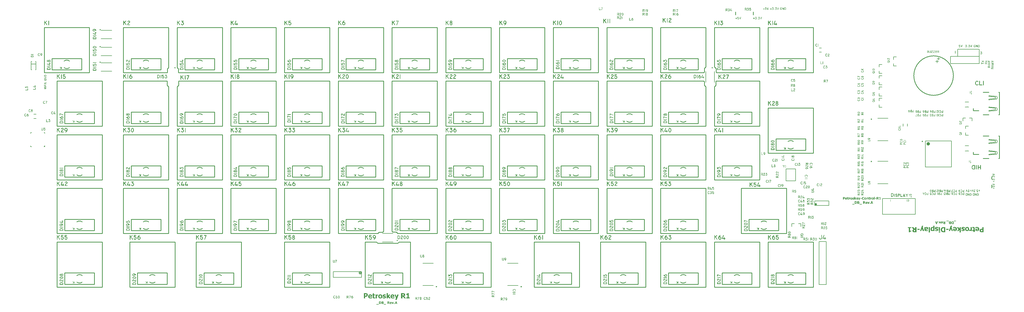
<source format=gto>
G04 Layer_Color=65535*
%FSLAX44Y44*%
%MOMM*%
G71*
G01*
G75*
%ADD28C,0.2500*%
%ADD30C,0.3500*%
%ADD82C,0.1270*%
%ADD83C,0.6000*%
%ADD84C,0.1500*%
%ADD85C,0.2000*%
%ADD86C,0.2540*%
G36*
X2961277Y1176811D02*
X2962715Y1172531D01*
X2964048Y1176811D01*
X2966245D01*
X2962798Y1167501D01*
X2960517D01*
X2961548Y1170156D01*
X2959049Y1176811D01*
X2961277D01*
D02*
G37*
G36*
X3278339Y1188901D02*
X3278348Y1188982D01*
X3278357Y1189081D01*
X3278375Y1189190D01*
X3278393Y1189298D01*
X3278456Y1189550D01*
X3278501Y1189686D01*
X3278546Y1189812D01*
X3278609Y1189947D01*
X3278682Y1190073D01*
X3278763Y1190200D01*
X3278853Y1190317D01*
X3278862Y1190326D01*
X3278880Y1190344D01*
X3278907Y1190371D01*
X3278952Y1190407D01*
X3279006Y1190452D01*
X3279069Y1190506D01*
X3279150Y1190560D01*
X3279232Y1190614D01*
X3279331Y1190668D01*
X3279448Y1190723D01*
X3279565Y1190777D01*
X3279701Y1190822D01*
X3279845Y1190858D01*
X3279998Y1190885D01*
X3280160Y1190903D01*
X3280341Y1190912D01*
X3282505D01*
Y1194230D01*
X3282514Y1194275D01*
X3282541Y1194374D01*
X3282577Y1194483D01*
X3282649Y1194600D01*
X3282703Y1194654D01*
X3282757Y1194699D01*
X3282829Y1194744D01*
X3282910Y1194771D01*
X3283001Y1194789D01*
X3283109Y1194798D01*
X3283118D01*
X3283136D01*
X3283163D01*
X3283199Y1194789D01*
X3283298Y1194762D01*
X3283406Y1194717D01*
X3283460Y1194690D01*
X3283515Y1194645D01*
X3283569Y1194600D01*
X3283614Y1194537D01*
X3283650Y1194464D01*
X3283677Y1194383D01*
X3283695Y1194284D01*
X3283704Y1194176D01*
Y1186476D01*
X3280530D01*
X3280521D01*
X3280485D01*
X3280422D01*
X3280350Y1186485D01*
X3280259Y1186494D01*
X3280160Y1186512D01*
X3280043Y1186530D01*
X3279926Y1186548D01*
X3279673Y1186629D01*
X3279556Y1186674D01*
X3279430Y1186737D01*
X3279322Y1186800D01*
X3279214Y1186890D01*
X3279124Y1186980D01*
X3279051Y1187089D01*
X3279042Y1187098D01*
X3279024Y1187116D01*
X3278988Y1187152D01*
X3278934Y1187206D01*
X3278880Y1187269D01*
X3278826Y1187341D01*
X3278754Y1187431D01*
X3278690Y1187531D01*
X3278627Y1187648D01*
X3278555Y1187765D01*
X3278501Y1187900D01*
X3278438Y1188054D01*
X3278393Y1188207D01*
X3278357Y1188378D01*
X3278339Y1188549D01*
X3278330Y1188739D01*
Y1188829D01*
X3278339Y1188901D01*
D02*
G37*
G36*
X2971993Y1174717D02*
X2972004Y1174863D01*
X2972025Y1175051D01*
X2972045Y1175259D01*
X2972087Y1175488D01*
X2972129Y1175738D01*
X2972191Y1176009D01*
X2972274Y1176290D01*
X2972368Y1176571D01*
X2972493Y1176863D01*
X2972628Y1177144D01*
X2972785Y1177425D01*
X2972972Y1177685D01*
X2973181Y1177935D01*
X2973191Y1177946D01*
X2973232Y1177988D01*
X2973305Y1178050D01*
X2973399Y1178133D01*
X2973524Y1178237D01*
X2973670Y1178342D01*
X2973836Y1178456D01*
X2974034Y1178581D01*
X2974253Y1178696D01*
X2974492Y1178810D01*
X2974763Y1178925D01*
X2975045Y1179018D01*
X2975357Y1179102D01*
X2975690Y1179164D01*
X2976034Y1179206D01*
X2976409Y1179216D01*
X2976419D01*
X2976430D01*
X2976461D01*
X2976502D01*
X2976607D01*
X2976732Y1179206D01*
X2976888D01*
X2977044Y1179195D01*
X2977211Y1179175D01*
X2977377Y1179154D01*
X2977398D01*
X2977450Y1179144D01*
X2977534Y1179133D01*
X2977638Y1179112D01*
X2977762Y1179081D01*
X2977908Y1179050D01*
X2978200Y1178977D01*
X2978210D01*
X2978252Y1178966D01*
X2978315Y1178946D01*
X2978398Y1178914D01*
X2978502Y1178883D01*
X2978617Y1178841D01*
X2978741Y1178789D01*
X2978877Y1178727D01*
X2978898Y1178717D01*
X2978940Y1178706D01*
X2979002Y1178675D01*
X2979085Y1178633D01*
X2979179Y1178592D01*
X2979283Y1178550D01*
X2979377Y1178498D01*
X2979471Y1178456D01*
Y1176311D01*
X2979231D01*
X2979221Y1176321D01*
X2979200Y1176332D01*
X2979168Y1176363D01*
X2979127Y1176405D01*
X2979064Y1176457D01*
X2978991Y1176509D01*
X2978825Y1176644D01*
X2978814Y1176655D01*
X2978783Y1176675D01*
X2978731Y1176717D01*
X2978658Y1176769D01*
X2978575Y1176832D01*
X2978481Y1176905D01*
X2978263Y1177040D01*
X2978252Y1177050D01*
X2978210Y1177071D01*
X2978138Y1177113D01*
X2978054Y1177154D01*
X2977950Y1177206D01*
X2977825Y1177269D01*
X2977700Y1177321D01*
X2977554Y1177373D01*
X2977534Y1177383D01*
X2977492Y1177394D01*
X2977419Y1177415D01*
X2977315Y1177446D01*
X2977200Y1177467D01*
X2977065Y1177488D01*
X2976919Y1177498D01*
X2976773Y1177508D01*
X2976763D01*
X2976753D01*
X2976690D01*
X2976596Y1177498D01*
X2976482Y1177488D01*
X2976336Y1177467D01*
X2976190Y1177446D01*
X2976024Y1177404D01*
X2975867Y1177352D01*
X2975846Y1177342D01*
X2975794Y1177321D01*
X2975721Y1177279D01*
X2975617Y1177227D01*
X2975503Y1177154D01*
X2975367Y1177061D01*
X2975232Y1176946D01*
X2975086Y1176811D01*
X2975076Y1176800D01*
X2975034Y1176748D01*
X2974972Y1176675D01*
X2974888Y1176571D01*
X2974805Y1176436D01*
X2974711Y1176280D01*
X2974618Y1176092D01*
X2974534Y1175884D01*
Y1175873D01*
X2974524Y1175853D01*
X2974514Y1175821D01*
X2974503Y1175780D01*
X2974482Y1175728D01*
X2974472Y1175655D01*
X2974451Y1175582D01*
X2974430Y1175488D01*
X2974388Y1175290D01*
X2974357Y1175051D01*
X2974337Y1174790D01*
X2974326Y1174499D01*
Y1174363D01*
X2974337Y1174290D01*
Y1174207D01*
X2974357Y1174009D01*
X2974378Y1173780D01*
X2974420Y1173541D01*
X2974472Y1173312D01*
X2974545Y1173083D01*
Y1173072D01*
X2974555Y1173062D01*
X2974565Y1173030D01*
X2974586Y1172989D01*
X2974638Y1172885D01*
X2974701Y1172760D01*
X2974795Y1172614D01*
X2974888Y1172458D01*
X2975013Y1172312D01*
X2975138Y1172166D01*
X2975159Y1172156D01*
X2975201Y1172114D01*
X2975274Y1172051D01*
X2975367Y1171979D01*
X2975482Y1171895D01*
X2975617Y1171822D01*
X2975763Y1171739D01*
X2975919Y1171677D01*
X2975940Y1171666D01*
X2975992Y1171656D01*
X2976076Y1171635D01*
X2976190Y1171604D01*
X2976325Y1171572D01*
X2976471Y1171552D01*
X2976628Y1171541D01*
X2976784Y1171531D01*
X2976794D01*
X2976805D01*
X2976857D01*
X2976950Y1171541D01*
X2977054Y1171552D01*
X2977190Y1171562D01*
X2977336Y1171593D01*
X2977481Y1171625D01*
X2977638Y1171677D01*
X2977658Y1171687D01*
X2977711Y1171697D01*
X2977784Y1171729D01*
X2977877Y1171770D01*
X2977981Y1171822D01*
X2978096Y1171874D01*
X2978210Y1171937D01*
X2978325Y1172000D01*
X2978335Y1172010D01*
X2978377Y1172031D01*
X2978429Y1172072D01*
X2978502Y1172114D01*
X2978585Y1172177D01*
X2978679Y1172239D01*
X2978856Y1172374D01*
X2978867Y1172385D01*
X2978898Y1172406D01*
X2978940Y1172447D01*
X2978991Y1172489D01*
X2979127Y1172604D01*
X2979262Y1172718D01*
X2979471D01*
Y1170594D01*
X2979460D01*
X2979429Y1170573D01*
X2979377Y1170552D01*
X2979304Y1170521D01*
X2979221Y1170479D01*
X2979117Y1170427D01*
X2979012Y1170375D01*
X2978887Y1170323D01*
X2978877Y1170312D01*
X2978835Y1170302D01*
X2978763Y1170271D01*
X2978679Y1170239D01*
X2978585Y1170198D01*
X2978471Y1170156D01*
X2978210Y1170083D01*
X2978190D01*
X2978138Y1170062D01*
X2978054Y1170042D01*
X2977961Y1170010D01*
X2977835Y1169979D01*
X2977700Y1169948D01*
X2977419Y1169896D01*
X2977398D01*
X2977357Y1169885D01*
X2977273Y1169875D01*
X2977159Y1169865D01*
X2977013Y1169844D01*
X2976836Y1169833D01*
X2976628Y1169823D01*
X2976398D01*
X2976388D01*
X2976378D01*
X2976346D01*
X2976305D01*
X2976201Y1169833D01*
X2976065Y1169844D01*
X2975888Y1169865D01*
X2975690Y1169885D01*
X2975471Y1169927D01*
X2975232Y1169979D01*
X2974982Y1170042D01*
X2974722Y1170125D01*
X2974451Y1170219D01*
X2974180Y1170344D01*
X2973909Y1170479D01*
X2973649Y1170646D01*
X2973399Y1170833D01*
X2973170Y1171052D01*
X2973159Y1171062D01*
X2973118Y1171114D01*
X2973066Y1171177D01*
X2972982Y1171281D01*
X2972899Y1171406D01*
X2972795Y1171562D01*
X2972691Y1171739D01*
X2972577Y1171947D01*
X2972462Y1172177D01*
X2972358Y1172437D01*
X2972254Y1172718D01*
X2972170Y1173030D01*
X2972097Y1173364D01*
X2972035Y1173718D01*
X2971993Y1174103D01*
X2971983Y1174509D01*
Y1174603D01*
X2971993Y1174717D01*
D02*
G37*
G36*
X2970910Y1174832D02*
Y1173155D01*
X2966890D01*
Y1174832D01*
X2970910D01*
D02*
G37*
G36*
X3246194Y1202818D02*
Y1202872D01*
X3246203Y1202935D01*
X3246230Y1203088D01*
X3246266Y1203269D01*
X3246320Y1203467D01*
X3246411Y1203683D01*
X3246519Y1203900D01*
X3246654Y1204116D01*
X3246735Y1204224D01*
X3246834Y1204333D01*
X3246934Y1204432D01*
X3247042Y1204531D01*
X3247168Y1204621D01*
X3247303Y1204711D01*
X3247448Y1204792D01*
X3247601Y1204865D01*
X3247772Y1204928D01*
X3247953Y1204982D01*
X3248151Y1205018D01*
X3248358Y1205054D01*
X3248584Y1205072D01*
X3248827Y1205081D01*
X3251631D01*
Y1196867D01*
X3248926D01*
X3248908D01*
X3248872D01*
X3248809D01*
X3248728Y1196876D01*
X3248620Y1196885D01*
X3248503Y1196902D01*
X3248367Y1196921D01*
X3248223Y1196948D01*
X3248079Y1196984D01*
X3247916Y1197029D01*
X3247754Y1197074D01*
X3247592Y1197137D01*
X3247438Y1197218D01*
X3247276Y1197299D01*
X3247132Y1197399D01*
X3246988Y1197516D01*
X3246978Y1197525D01*
X3246960Y1197543D01*
X3246924Y1197579D01*
X3246880Y1197633D01*
X3246825Y1197696D01*
X3246771Y1197777D01*
X3246708Y1197867D01*
X3246636Y1197967D01*
X3246573Y1198084D01*
X3246510Y1198210D01*
X3246456Y1198354D01*
X3246402Y1198499D01*
X3246357Y1198661D01*
X3246320Y1198832D01*
X3246302Y1199022D01*
X3246293Y1199211D01*
Y1199256D01*
X3246302Y1199310D01*
Y1199382D01*
X3246320Y1199472D01*
X3246339Y1199581D01*
X3246365Y1199689D01*
X3246393Y1199815D01*
X3246438Y1199950D01*
X3246492Y1200086D01*
X3246555Y1200230D01*
X3246636Y1200365D01*
X3246726Y1200509D01*
X3246834Y1200645D01*
X3246960Y1200771D01*
X3247105Y1200897D01*
X3247096Y1200906D01*
X3247069Y1200924D01*
X3247024Y1200951D01*
X3246960Y1200996D01*
X3246888Y1201050D01*
X3246816Y1201123D01*
X3246726Y1201204D01*
X3246645Y1201303D01*
X3246555Y1201420D01*
X3246474Y1201555D01*
X3246402Y1201700D01*
X3246329Y1201871D01*
X3246266Y1202051D01*
X3246221Y1202259D01*
X3246194Y1202475D01*
X3246185Y1202719D01*
Y1202773D01*
X3246194Y1202818D01*
D02*
G37*
G36*
X2952019Y1173520D02*
Y1173645D01*
X2952040Y1173780D01*
X2952061Y1173947D01*
X2952092Y1174124D01*
X2952134Y1174322D01*
X2952175Y1174530D01*
X2952238Y1174749D01*
X2952321Y1174967D01*
X2952415Y1175186D01*
X2952519Y1175405D01*
X2952654Y1175623D01*
X2952800Y1175832D01*
X2952967Y1176019D01*
X2952977Y1176030D01*
X2953008Y1176061D01*
X2953071Y1176113D01*
X2953144Y1176176D01*
X2953238Y1176248D01*
X2953363Y1176332D01*
X2953498Y1176425D01*
X2953665Y1176519D01*
X2953842Y1176613D01*
X2954040Y1176707D01*
X2954258Y1176790D01*
X2954498Y1176863D01*
X2954758Y1176925D01*
X2955039Y1176977D01*
X2955331Y1177009D01*
X2955643Y1177019D01*
X2955664D01*
X2955716D01*
X2955789Y1177009D01*
X2955904D01*
X2956029Y1176998D01*
X2956185Y1176977D01*
X2956341Y1176946D01*
X2956529Y1176915D01*
X2956716Y1176873D01*
X2956903Y1176811D01*
X2957101Y1176748D01*
X2957299Y1176665D01*
X2957487Y1176571D01*
X2957674Y1176457D01*
X2957841Y1176321D01*
X2957997Y1176176D01*
X2958007Y1176165D01*
X2958028Y1176134D01*
X2958070Y1176092D01*
X2958122Y1176019D01*
X2958184Y1175936D01*
X2958247Y1175821D01*
X2958320Y1175696D01*
X2958393Y1175561D01*
X2958466Y1175394D01*
X2958539Y1175217D01*
X2958601Y1175020D01*
X2958663Y1174801D01*
X2958716Y1174572D01*
X2958757Y1174311D01*
X2958778Y1174051D01*
X2958788Y1173759D01*
Y1172999D01*
X2954133D01*
Y1172978D01*
X2954144Y1172916D01*
X2954154Y1172833D01*
X2954164Y1172718D01*
X2954185Y1172593D01*
X2954217Y1172458D01*
X2954268Y1172322D01*
X2954321Y1172197D01*
X2954331Y1172187D01*
X2954352Y1172145D01*
X2954394Y1172093D01*
X2954446Y1172020D01*
X2954508Y1171937D01*
X2954591Y1171854D01*
X2954675Y1171770D01*
X2954779Y1171687D01*
X2954789Y1171677D01*
X2954831Y1171656D01*
X2954883Y1171625D01*
X2954956Y1171583D01*
X2955050Y1171541D01*
X2955164Y1171489D01*
X2955279Y1171448D01*
X2955414Y1171416D01*
X2955435D01*
X2955477Y1171406D01*
X2955550Y1171395D01*
X2955654Y1171385D01*
X2955768Y1171364D01*
X2955904Y1171354D01*
X2956049Y1171343D01*
X2956206D01*
X2956227D01*
X2956268D01*
X2956341D01*
X2956435Y1171354D01*
X2956549Y1171364D01*
X2956674Y1171375D01*
X2956935Y1171427D01*
X2956956D01*
X2956997Y1171437D01*
X2957060Y1171458D01*
X2957153Y1171489D01*
X2957247Y1171520D01*
X2957361Y1171552D01*
X2957591Y1171645D01*
X2957601Y1171656D01*
X2957632Y1171666D01*
X2957684Y1171687D01*
X2957747Y1171718D01*
X2957903Y1171802D01*
X2958070Y1171895D01*
X2958080Y1171906D01*
X2958111Y1171916D01*
X2958153Y1171947D01*
X2958205Y1171979D01*
X2958320Y1172062D01*
X2958434Y1172145D01*
X2958663D01*
Y1170385D01*
X2958653D01*
X2958622Y1170365D01*
X2958570Y1170344D01*
X2958497Y1170323D01*
X2958340Y1170260D01*
X2958174Y1170187D01*
X2958163D01*
X2958132Y1170177D01*
X2958091Y1170156D01*
X2958028Y1170135D01*
X2957945Y1170104D01*
X2957841Y1170073D01*
X2957726Y1170042D01*
X2957591Y1170010D01*
X2957580D01*
X2957528Y1170000D01*
X2957466Y1169979D01*
X2957372Y1169958D01*
X2957268Y1169938D01*
X2957143Y1169917D01*
X2956872Y1169875D01*
X2956851D01*
X2956810Y1169865D01*
X2956726Y1169854D01*
X2956622D01*
X2956497Y1169844D01*
X2956341Y1169833D01*
X2956174Y1169823D01*
X2955987D01*
X2955977D01*
X2955966D01*
X2955904D01*
X2955800Y1169833D01*
X2955674D01*
X2955508Y1169854D01*
X2955320Y1169875D01*
X2955112Y1169896D01*
X2954893Y1169938D01*
X2954664Y1169990D01*
X2954414Y1170052D01*
X2954175Y1170125D01*
X2953925Y1170208D01*
X2953686Y1170312D01*
X2953456Y1170437D01*
X2953238Y1170583D01*
X2953029Y1170739D01*
X2953019Y1170750D01*
X2952988Y1170781D01*
X2952935Y1170833D01*
X2952873Y1170906D01*
X2952790Y1171000D01*
X2952707Y1171125D01*
X2952613Y1171260D01*
X2952519Y1171416D01*
X2952426Y1171583D01*
X2952332Y1171781D01*
X2952248Y1172000D01*
X2952165Y1172229D01*
X2952102Y1172489D01*
X2952050Y1172760D01*
X2952019Y1173051D01*
X2952009Y1173364D01*
Y1173437D01*
X2952019Y1173520D01*
D02*
G37*
G36*
X3235969Y1198967D02*
X3235978Y1199058D01*
X3235996Y1199175D01*
X3236023Y1199301D01*
X3236068Y1199445D01*
X3236113Y1199599D01*
X3236185Y1199761D01*
X3236266Y1199923D01*
X3236366Y1200104D01*
X3236492Y1200275D01*
X3236636Y1200437D01*
X3236808Y1200609D01*
X3236997Y1200762D01*
X3237222Y1200906D01*
X3237240Y1200915D01*
X3237276Y1200942D01*
X3237339Y1200978D01*
X3237430Y1201032D01*
X3237529Y1201105D01*
X3237646Y1201186D01*
X3237781Y1201285D01*
X3237917Y1201384D01*
X3238070Y1201501D01*
X3238223Y1201627D01*
X3238521Y1201907D01*
X3238665Y1202060D01*
X3238809Y1202214D01*
X3238936Y1202376D01*
X3239053Y1202547D01*
Y1202556D01*
X3239071Y1202574D01*
X3239089Y1202601D01*
X3239107Y1202646D01*
X3239143Y1202691D01*
X3239179Y1202755D01*
X3239215Y1202827D01*
X3239260Y1202917D01*
X3239350Y1203106D01*
X3239440Y1203323D01*
X3239539Y1203575D01*
X3239630Y1203855D01*
X3236663D01*
X3236654D01*
X3236636D01*
X3236609D01*
X3236564Y1203864D01*
X3236465Y1203891D01*
X3236357Y1203927D01*
X3236239Y1204008D01*
X3236194Y1204053D01*
X3236149Y1204116D01*
X3236104Y1204179D01*
X3236077Y1204269D01*
X3236059Y1204360D01*
X3236050Y1204468D01*
Y1204522D01*
X3236059Y1204567D01*
X3236086Y1204657D01*
X3236122Y1204774D01*
X3236203Y1204883D01*
X3236248Y1204937D01*
X3236312Y1204982D01*
X3236375Y1205027D01*
X3236465Y1205054D01*
X3236555Y1205072D01*
X3236663Y1205081D01*
X3241127D01*
Y1205072D01*
X3241118Y1205036D01*
X3241109Y1204991D01*
X3241090Y1204919D01*
X3241072Y1204837D01*
X3241054Y1204738D01*
X3241028Y1204621D01*
X3241000Y1204504D01*
X3240973Y1204369D01*
X3240946Y1204233D01*
X3240874Y1203936D01*
X3240802Y1203638D01*
X3240730Y1203332D01*
Y1203323D01*
X3240712Y1203287D01*
X3240694Y1203232D01*
X3240676Y1203160D01*
X3240640Y1203070D01*
X3240604Y1202971D01*
X3240550Y1202854D01*
X3240504Y1202728D01*
X3240378Y1202448D01*
X3240225Y1202159D01*
X3240045Y1201853D01*
X3239846Y1201564D01*
X3239837Y1201555D01*
X3239810Y1201519D01*
X3239774Y1201474D01*
X3239711Y1201402D01*
X3239639Y1201321D01*
X3239549Y1201222D01*
X3239440Y1201114D01*
X3239323Y1200996D01*
X3239188Y1200870D01*
X3239035Y1200735D01*
X3238872Y1200600D01*
X3238692Y1200455D01*
X3238503Y1200311D01*
X3238295Y1200167D01*
X3238070Y1200022D01*
X3237835Y1199878D01*
X3237827D01*
X3237809Y1199860D01*
X3237781Y1199842D01*
X3237736Y1199815D01*
X3237646Y1199734D01*
X3237529Y1199635D01*
X3237421Y1199499D01*
X3237321Y1199337D01*
X3237285Y1199247D01*
X3237258Y1199148D01*
X3237240Y1199040D01*
X3237231Y1198931D01*
Y1198868D01*
X3237240Y1198796D01*
X3237267Y1198706D01*
X3237294Y1198607D01*
X3237339Y1198499D01*
X3237403Y1198390D01*
X3237493Y1198291D01*
X3237502Y1198282D01*
X3237538Y1198246D01*
X3237601Y1198210D01*
X3237682Y1198156D01*
X3237781Y1198111D01*
X3237907Y1198066D01*
X3238043Y1198039D01*
X3238205Y1198030D01*
X3238214D01*
X3238232D01*
X3238259D01*
X3238295D01*
X3238394Y1198039D01*
X3238512Y1198048D01*
X3238647Y1198066D01*
X3238773Y1198093D01*
X3238900Y1198129D01*
X3239008Y1198183D01*
X3239026Y1198192D01*
X3239071Y1198228D01*
X3239134Y1198282D01*
X3239215Y1198354D01*
X3239314Y1198463D01*
X3239413Y1198589D01*
X3239503Y1198742D01*
X3239594Y1198922D01*
X3239603Y1198940D01*
X3239621Y1198976D01*
X3239657Y1199040D01*
X3239711Y1199103D01*
X3239783Y1199175D01*
X3239873Y1199238D01*
X3239981Y1199274D01*
X3240108Y1199292D01*
X3240117D01*
X3240144D01*
X3240189Y1199283D01*
X3240252Y1199274D01*
X3240315Y1199256D01*
X3240387Y1199220D01*
X3240459Y1199184D01*
X3240532Y1199130D01*
X3240540Y1199121D01*
X3240558Y1199103D01*
X3240586Y1199058D01*
X3240622Y1199013D01*
X3240658Y1198949D01*
X3240685Y1198877D01*
X3240703Y1198796D01*
X3240712Y1198706D01*
Y1198661D01*
X3240703Y1198625D01*
X3240685Y1198544D01*
X3240658Y1198454D01*
Y1198444D01*
X3240649Y1198435D01*
X3240622Y1198381D01*
X3240586Y1198300D01*
X3240532Y1198192D01*
X3240450Y1198075D01*
X3240360Y1197931D01*
X3240243Y1197786D01*
X3240117Y1197624D01*
X3239963Y1197471D01*
X3239783Y1197326D01*
X3239585Y1197182D01*
X3239368Y1197065D01*
X3239125Y1196957D01*
X3238854Y1196876D01*
X3238566Y1196821D01*
X3238412Y1196803D01*
X3238250D01*
X3238241D01*
X3238205D01*
X3238151D01*
X3238079Y1196812D01*
X3237989Y1196821D01*
X3237889Y1196830D01*
X3237772Y1196848D01*
X3237655Y1196876D01*
X3237393Y1196948D01*
X3237267Y1196993D01*
X3237132Y1197047D01*
X3237006Y1197110D01*
X3236880Y1197191D01*
X3236762Y1197281D01*
X3236654Y1197380D01*
X3236645Y1197390D01*
X3236627Y1197408D01*
X3236591Y1197444D01*
X3236546Y1197489D01*
X3236492Y1197552D01*
X3236438Y1197624D01*
X3236375Y1197705D01*
X3236302Y1197795D01*
X3236239Y1197894D01*
X3236176Y1198012D01*
X3236068Y1198255D01*
X3236023Y1198390D01*
X3235987Y1198535D01*
X3235969Y1198688D01*
X3235960Y1198841D01*
Y1198895D01*
X3235969Y1198967D01*
D02*
G37*
G36*
X3242966Y1204675D02*
X3242993Y1204774D01*
X3243029Y1204883D01*
X3243110Y1204991D01*
X3243156Y1205045D01*
X3243219Y1205090D01*
X3243282Y1205126D01*
X3243372Y1205153D01*
X3243462Y1205171D01*
X3243570Y1205180D01*
X3243579D01*
X3243597D01*
X3243624D01*
X3243660Y1205171D01*
X3243759Y1205144D01*
X3243868Y1205108D01*
X3243976Y1205036D01*
X3244030Y1204991D01*
X3244075Y1204928D01*
X3244111Y1204865D01*
X3244138Y1204783D01*
X3244156Y1204693D01*
X3244165Y1204585D01*
Y1197426D01*
X3244156Y1197380D01*
X3244129Y1197290D01*
X3244093Y1197173D01*
X3244021Y1197065D01*
X3243976Y1197020D01*
X3243913Y1196966D01*
X3243850Y1196930D01*
X3243769Y1196902D01*
X3243678Y1196885D01*
X3243570Y1196876D01*
X3243561D01*
X3243543D01*
X3243516D01*
X3243471Y1196885D01*
X3243372Y1196912D01*
X3243264Y1196948D01*
X3243146Y1197020D01*
X3243101Y1197074D01*
X3243056Y1197128D01*
X3243011Y1197200D01*
X3242984Y1197281D01*
X3242966Y1197371D01*
X3242957Y1197480D01*
Y1204639D01*
X3242966Y1204675D01*
D02*
G37*
G36*
X3271594Y1192418D02*
Y1192472D01*
X3271603Y1192535D01*
X3271630Y1192688D01*
X3271666Y1192868D01*
X3271720Y1193067D01*
X3271811Y1193283D01*
X3271919Y1193500D01*
X3272054Y1193716D01*
X3272135Y1193824D01*
X3272234Y1193932D01*
X3272334Y1194032D01*
X3272442Y1194131D01*
X3272568Y1194221D01*
X3272703Y1194311D01*
X3272848Y1194392D01*
X3273001Y1194464D01*
X3273172Y1194528D01*
X3273352Y1194582D01*
X3273551Y1194618D01*
X3273758Y1194654D01*
X3273984Y1194672D01*
X3274227Y1194681D01*
X3277031D01*
Y1186467D01*
X3274326D01*
X3274308D01*
X3274272D01*
X3274209D01*
X3274128Y1186476D01*
X3274020Y1186485D01*
X3273903Y1186503D01*
X3273767Y1186521D01*
X3273623Y1186548D01*
X3273479Y1186584D01*
X3273316Y1186629D01*
X3273154Y1186674D01*
X3272992Y1186737D01*
X3272838Y1186818D01*
X3272676Y1186899D01*
X3272532Y1186999D01*
X3272388Y1187116D01*
X3272379Y1187125D01*
X3272361Y1187143D01*
X3272325Y1187179D01*
X3272279Y1187233D01*
X3272225Y1187296D01*
X3272171Y1187377D01*
X3272108Y1187467D01*
X3272036Y1187567D01*
X3271973Y1187684D01*
X3271910Y1187810D01*
X3271856Y1187954D01*
X3271801Y1188099D01*
X3271757Y1188261D01*
X3271720Y1188432D01*
X3271702Y1188622D01*
X3271693Y1188811D01*
Y1188856D01*
X3271702Y1188910D01*
Y1188982D01*
X3271720Y1189072D01*
X3271738Y1189181D01*
X3271765Y1189289D01*
X3271793Y1189415D01*
X3271837Y1189550D01*
X3271892Y1189686D01*
X3271955Y1189830D01*
X3272036Y1189965D01*
X3272126Y1190109D01*
X3272234Y1190245D01*
X3272361Y1190371D01*
X3272505Y1190497D01*
X3272496Y1190506D01*
X3272469Y1190524D01*
X3272424Y1190551D01*
X3272361Y1190596D01*
X3272289Y1190650D01*
X3272216Y1190723D01*
X3272126Y1190804D01*
X3272045Y1190903D01*
X3271955Y1191020D01*
X3271874Y1191155D01*
X3271801Y1191300D01*
X3271729Y1191471D01*
X3271666Y1191651D01*
X3271621Y1191859D01*
X3271594Y1192075D01*
X3271585Y1192318D01*
Y1192373D01*
X3271594Y1192418D01*
D02*
G37*
G36*
X2990468Y1176811D02*
Y1176050D01*
X2990478Y1176061D01*
X2990489Y1176071D01*
X2990520Y1176092D01*
X2990562Y1176123D01*
X2990655Y1176207D01*
X2990790Y1176311D01*
X2990947Y1176415D01*
X2991113Y1176529D01*
X2991290Y1176644D01*
X2991478Y1176748D01*
X2991488D01*
X2991499Y1176759D01*
X2991530Y1176769D01*
X2991561Y1176790D01*
X2991665Y1176832D01*
X2991801Y1176873D01*
X2991967Y1176915D01*
X2992155Y1176956D01*
X2992353Y1176988D01*
X2992571Y1176998D01*
X2992582D01*
X2992613D01*
X2992675D01*
X2992738Y1176988D01*
X2992832Y1176977D01*
X2992925Y1176967D01*
X2993040Y1176946D01*
X2993165Y1176915D01*
X2993415Y1176832D01*
X2993550Y1176779D01*
X2993686Y1176717D01*
X2993811Y1176644D01*
X2993936Y1176550D01*
X2994060Y1176446D01*
X2994165Y1176332D01*
X2994175Y1176321D01*
X2994185Y1176300D01*
X2994217Y1176259D01*
X2994248Y1176207D01*
X2994300Y1176144D01*
X2994342Y1176061D01*
X2994394Y1175957D01*
X2994446Y1175853D01*
X2994498Y1175717D01*
X2994550Y1175582D01*
X2994602Y1175426D01*
X2994644Y1175249D01*
X2994675Y1175061D01*
X2994706Y1174863D01*
X2994716Y1174655D01*
X2994727Y1174426D01*
Y1170000D01*
X2992603D01*
Y1173624D01*
X2992592Y1173749D01*
X2992582Y1173884D01*
X2992561Y1174186D01*
Y1174207D01*
X2992550Y1174259D01*
Y1174332D01*
X2992530Y1174416D01*
X2992498Y1174613D01*
X2992467Y1174707D01*
X2992436Y1174790D01*
Y1174801D01*
X2992415Y1174832D01*
X2992394Y1174874D01*
X2992363Y1174915D01*
X2992259Y1175030D01*
X2992196Y1175082D01*
X2992123Y1175124D01*
X2992113D01*
X2992082Y1175145D01*
X2992040Y1175155D01*
X2991978Y1175176D01*
X2991895Y1175197D01*
X2991801Y1175207D01*
X2991696Y1175228D01*
X2991572D01*
X2991561D01*
X2991530D01*
X2991467D01*
X2991405Y1175217D01*
X2991322Y1175207D01*
X2991228Y1175186D01*
X2991030Y1175124D01*
X2991020D01*
X2990988Y1175103D01*
X2990936Y1175082D01*
X2990863Y1175051D01*
X2990780Y1175009D01*
X2990686Y1174957D01*
X2990582Y1174895D01*
X2990468Y1174822D01*
Y1170000D01*
X2988343D01*
Y1176811D01*
X2990468D01*
D02*
G37*
G36*
X2980189Y1173562D02*
Y1173676D01*
X2980210Y1173822D01*
X2980231Y1173978D01*
X2980251Y1174166D01*
X2980293Y1174363D01*
X2980345Y1174572D01*
X2980408Y1174790D01*
X2980481Y1175009D01*
X2980564Y1175228D01*
X2980668Y1175446D01*
X2980793Y1175665D01*
X2980939Y1175863D01*
X2981095Y1176050D01*
X2981106Y1176061D01*
X2981137Y1176092D01*
X2981189Y1176144D01*
X2981262Y1176207D01*
X2981366Y1176280D01*
X2981480Y1176352D01*
X2981616Y1176446D01*
X2981772Y1176540D01*
X2981938Y1176623D01*
X2982137Y1176717D01*
X2982355Y1176790D01*
X2982584Y1176873D01*
X2982834Y1176925D01*
X2983105Y1176977D01*
X2983397Y1177009D01*
X2983699Y1177019D01*
X2983719D01*
X2983771D01*
X2983855Y1177009D01*
X2983969D01*
X2984115Y1176988D01*
X2984272Y1176967D01*
X2984459Y1176936D01*
X2984646Y1176894D01*
X2984855Y1176842D01*
X2985063Y1176779D01*
X2985281Y1176707D01*
X2985500Y1176613D01*
X2985709Y1176498D01*
X2985917Y1176373D01*
X2986115Y1176217D01*
X2986292Y1176050D01*
X2986302Y1176040D01*
X2986333Y1176009D01*
X2986375Y1175946D01*
X2986437Y1175873D01*
X2986510Y1175780D01*
X2986583Y1175655D01*
X2986667Y1175519D01*
X2986760Y1175353D01*
X2986844Y1175176D01*
X2986927Y1174978D01*
X2987000Y1174759D01*
X2987073Y1174520D01*
X2987135Y1174270D01*
X2987177Y1173999D01*
X2987208Y1173707D01*
X2987219Y1173395D01*
Y1173322D01*
X2987208Y1173239D01*
Y1173114D01*
X2987187Y1172978D01*
X2987166Y1172812D01*
X2987146Y1172635D01*
X2987104Y1172437D01*
X2987052Y1172229D01*
X2986989Y1172010D01*
X2986917Y1171791D01*
X2986823Y1171572D01*
X2986719Y1171354D01*
X2986594Y1171145D01*
X2986458Y1170937D01*
X2986292Y1170750D01*
X2986281Y1170739D01*
X2986250Y1170708D01*
X2986198Y1170667D01*
X2986125Y1170604D01*
X2986031Y1170531D01*
X2985917Y1170448D01*
X2985781Y1170365D01*
X2985625Y1170271D01*
X2985448Y1170177D01*
X2985261Y1170094D01*
X2985042Y1170010D01*
X2984813Y1169938D01*
X2984563Y1169885D01*
X2984292Y1169833D01*
X2984001Y1169802D01*
X2983699Y1169792D01*
X2983678D01*
X2983626D01*
X2983542Y1169802D01*
X2983417D01*
X2983282Y1169823D01*
X2983116Y1169844D01*
X2982939Y1169875D01*
X2982740Y1169917D01*
X2982543Y1169958D01*
X2982324Y1170021D01*
X2982105Y1170104D01*
X2981897Y1170198D01*
X2981678Y1170302D01*
X2981470Y1170437D01*
X2981283Y1170583D01*
X2981095Y1170750D01*
X2981085Y1170760D01*
X2981053Y1170791D01*
X2981012Y1170854D01*
X2980949Y1170927D01*
X2980887Y1171031D01*
X2980804Y1171145D01*
X2980720Y1171281D01*
X2980637Y1171448D01*
X2980554Y1171625D01*
X2980470Y1171822D01*
X2980387Y1172041D01*
X2980324Y1172270D01*
X2980262Y1172531D01*
X2980220Y1172801D01*
X2980189Y1173093D01*
X2980179Y1173395D01*
Y1173468D01*
X2980189Y1173562D01*
D02*
G37*
G36*
X3268620Y1204675D02*
X3268647Y1204774D01*
X3268683Y1204883D01*
X3268764Y1204991D01*
X3268810Y1205045D01*
X3268873Y1205090D01*
X3268936Y1205126D01*
X3269026Y1205153D01*
X3269116Y1205171D01*
X3269224Y1205180D01*
X3269233D01*
X3269251D01*
X3269278D01*
X3269314Y1205171D01*
X3269413Y1205144D01*
X3269522Y1205108D01*
X3269630Y1205036D01*
X3269684Y1204991D01*
X3269729Y1204928D01*
X3269765Y1204865D01*
X3269792Y1204783D01*
X3269810Y1204693D01*
X3269819Y1204585D01*
Y1197426D01*
X3269810Y1197380D01*
X3269783Y1197290D01*
X3269747Y1197173D01*
X3269675Y1197065D01*
X3269630Y1197020D01*
X3269567Y1196966D01*
X3269504Y1196930D01*
X3269423Y1196902D01*
X3269332Y1196885D01*
X3269224Y1196876D01*
X3269215D01*
X3269197D01*
X3269170D01*
X3269125Y1196885D01*
X3269026Y1196912D01*
X3268918Y1196948D01*
X3268800Y1197020D01*
X3268755Y1197074D01*
X3268710Y1197128D01*
X3268665Y1197200D01*
X3268638Y1197281D01*
X3268620Y1197371D01*
X3268611Y1197480D01*
Y1204639D01*
X3268620Y1204675D01*
D02*
G37*
G36*
X3271848Y1202818D02*
Y1202872D01*
X3271857Y1202935D01*
X3271884Y1203088D01*
X3271920Y1203269D01*
X3271974Y1203467D01*
X3272065Y1203683D01*
X3272173Y1203900D01*
X3272308Y1204116D01*
X3272389Y1204224D01*
X3272488Y1204333D01*
X3272588Y1204432D01*
X3272696Y1204531D01*
X3272822Y1204621D01*
X3272957Y1204711D01*
X3273102Y1204792D01*
X3273255Y1204865D01*
X3273426Y1204928D01*
X3273607Y1204982D01*
X3273805Y1205018D01*
X3274012Y1205054D01*
X3274238Y1205072D01*
X3274481Y1205081D01*
X3277285D01*
Y1196867D01*
X3274580D01*
X3274562D01*
X3274526D01*
X3274463D01*
X3274382Y1196876D01*
X3274274Y1196885D01*
X3274156Y1196902D01*
X3274021Y1196921D01*
X3273877Y1196948D01*
X3273733Y1196984D01*
X3273570Y1197029D01*
X3273408Y1197074D01*
X3273246Y1197137D01*
X3273093Y1197218D01*
X3272930Y1197299D01*
X3272786Y1197399D01*
X3272642Y1197516D01*
X3272633Y1197525D01*
X3272615Y1197543D01*
X3272578Y1197579D01*
X3272534Y1197633D01*
X3272479Y1197696D01*
X3272425Y1197777D01*
X3272362Y1197867D01*
X3272290Y1197967D01*
X3272227Y1198084D01*
X3272164Y1198210D01*
X3272110Y1198354D01*
X3272056Y1198499D01*
X3272010Y1198661D01*
X3271974Y1198832D01*
X3271956Y1199022D01*
X3271947Y1199211D01*
Y1199256D01*
X3271956Y1199310D01*
Y1199382D01*
X3271974Y1199472D01*
X3271992Y1199581D01*
X3272019Y1199689D01*
X3272047Y1199815D01*
X3272092Y1199950D01*
X3272146Y1200086D01*
X3272209Y1200230D01*
X3272290Y1200365D01*
X3272380Y1200509D01*
X3272488Y1200645D01*
X3272615Y1200771D01*
X3272759Y1200897D01*
X3272750Y1200906D01*
X3272723Y1200924D01*
X3272678Y1200951D01*
X3272615Y1200996D01*
X3272542Y1201050D01*
X3272470Y1201123D01*
X3272380Y1201204D01*
X3272299Y1201303D01*
X3272209Y1201420D01*
X3272128Y1201555D01*
X3272056Y1201700D01*
X3271983Y1201871D01*
X3271920Y1202051D01*
X3271875Y1202259D01*
X3271848Y1202475D01*
X3271839Y1202719D01*
Y1202773D01*
X3271848Y1202818D01*
D02*
G37*
G36*
X3261288Y1191904D02*
Y1192003D01*
X3261306Y1192120D01*
X3261324Y1192255D01*
X3261351Y1192409D01*
X3261387Y1192571D01*
X3261432Y1192751D01*
X3261486Y1192932D01*
X3261549Y1193121D01*
X3261630Y1193310D01*
X3261730Y1193500D01*
X3261838Y1193680D01*
X3261973Y1193860D01*
X3262117Y1194023D01*
X3262126Y1194032D01*
X3262153Y1194059D01*
X3262198Y1194095D01*
X3262253Y1194140D01*
X3262325Y1194203D01*
X3262415Y1194266D01*
X3262523Y1194338D01*
X3262640Y1194410D01*
X3262766Y1194483D01*
X3262911Y1194555D01*
X3263064Y1194618D01*
X3263226Y1194681D01*
X3263398Y1194726D01*
X3263578Y1194762D01*
X3263777Y1194789D01*
X3263975Y1194798D01*
X3263984D01*
X3264011D01*
X3264056D01*
X3264119Y1194789D01*
X3264191Y1194780D01*
X3264272Y1194771D01*
X3264372Y1194753D01*
X3264480Y1194735D01*
X3264714Y1194681D01*
X3264967Y1194591D01*
X3265093Y1194537D01*
X3265228Y1194474D01*
X3265354Y1194392D01*
X3265481Y1194311D01*
X3265490Y1194302D01*
X3265517Y1194284D01*
X3265553Y1194257D01*
X3265598Y1194212D01*
X3265661Y1194158D01*
X3265724Y1194086D01*
X3265805Y1194014D01*
X3265877Y1193923D01*
X3265968Y1193824D01*
X3266049Y1193716D01*
X3266139Y1193590D01*
X3266220Y1193455D01*
X3266301Y1193319D01*
X3266373Y1193166D01*
X3266436Y1193004D01*
X3266500Y1192832D01*
Y1192823D01*
X3266508Y1192814D01*
X3266518Y1192751D01*
X3266526Y1192679D01*
X3266536Y1192598D01*
Y1192553D01*
X3266526Y1192508D01*
X3266508Y1192445D01*
X3266490Y1192382D01*
X3266464Y1192309D01*
X3266418Y1192237D01*
X3266355Y1192174D01*
X3266346Y1192165D01*
X3266319Y1192147D01*
X3266283Y1192120D01*
X3266238Y1192093D01*
X3266175Y1192066D01*
X3266103Y1192039D01*
X3266022Y1192021D01*
X3265941Y1192012D01*
X3265931D01*
X3265923D01*
X3265869Y1192021D01*
X3265796Y1192039D01*
X3265715Y1192075D01*
X3265616Y1192138D01*
X3265526Y1192228D01*
X3265481Y1192282D01*
X3265445Y1192346D01*
X3265409Y1192427D01*
X3265381Y1192517D01*
Y1192526D01*
X3265372Y1192535D01*
X3265345Y1192589D01*
X3265309Y1192679D01*
X3265246Y1192787D01*
X3265156Y1192914D01*
X3265057Y1193049D01*
X3264922Y1193184D01*
X3264768Y1193319D01*
X3264750Y1193328D01*
X3264714Y1193355D01*
X3264642Y1193391D01*
X3264552Y1193428D01*
X3264444Y1193464D01*
X3264308Y1193500D01*
X3264155Y1193527D01*
X3263993Y1193536D01*
X3263984D01*
X3263966D01*
X3263930D01*
X3263894Y1193527D01*
X3263839D01*
X3263777Y1193518D01*
X3263641Y1193491D01*
X3263479Y1193446D01*
X3263307Y1193373D01*
X3263145Y1193283D01*
X3262983Y1193157D01*
X3262974Y1193148D01*
X3262956Y1193130D01*
X3262938Y1193103D01*
X3262902Y1193058D01*
X3262866Y1193004D01*
X3262821Y1192932D01*
X3262766Y1192859D01*
X3262721Y1192769D01*
X3262676Y1192670D01*
X3262622Y1192571D01*
X3262541Y1192327D01*
X3262505Y1192201D01*
X3262478Y1192066D01*
X3262469Y1191922D01*
X3262460Y1191768D01*
Y1191687D01*
X3262469Y1191624D01*
X3262478Y1191552D01*
X3262487Y1191462D01*
X3262505Y1191372D01*
X3262523Y1191273D01*
X3262586Y1191056D01*
X3262676Y1190840D01*
X3262730Y1190732D01*
X3262794Y1190623D01*
X3262875Y1190533D01*
X3262965Y1190443D01*
X3262983Y1190425D01*
X3263037Y1190389D01*
X3263118Y1190335D01*
X3263235Y1190272D01*
X3263380Y1190200D01*
X3263551Y1190127D01*
X3263759Y1190064D01*
X3263984Y1190019D01*
X3264002D01*
X3264047D01*
X3264110Y1190010D01*
X3264200D01*
X3264308Y1190001D01*
X3264426Y1189992D01*
X3264552Y1189983D01*
X3264687Y1189974D01*
X3264696D01*
X3264723D01*
X3264768Y1189965D01*
X3264832Y1189947D01*
X3264894Y1189929D01*
X3264958Y1189902D01*
X3265030Y1189866D01*
X3265093Y1189812D01*
X3265102Y1189803D01*
X3265120Y1189785D01*
X3265147Y1189749D01*
X3265174Y1189704D01*
X3265228Y1189595D01*
X3265246Y1189532D01*
X3265255Y1189469D01*
Y1189460D01*
X3265246Y1189424D01*
X3265228Y1189370D01*
X3265201Y1189298D01*
X3265147Y1189208D01*
X3265066Y1189118D01*
X3265021Y1189063D01*
X3264958Y1189018D01*
X3264894Y1188964D01*
X3264814Y1188910D01*
X3263695Y1187702D01*
X3265607D01*
X3265616D01*
X3265634D01*
X3265661D01*
X3265697Y1187693D01*
X3265796Y1187666D01*
X3265905Y1187630D01*
X3266013Y1187558D01*
X3266067Y1187512D01*
X3266112Y1187449D01*
X3266148Y1187386D01*
X3266175Y1187305D01*
X3266193Y1187215D01*
X3266202Y1187107D01*
Y1187053D01*
X3266193Y1187008D01*
X3266175Y1186908D01*
X3266130Y1186800D01*
X3266058Y1186683D01*
X3266013Y1186638D01*
X3265959Y1186593D01*
X3265887Y1186548D01*
X3265805Y1186521D01*
X3265715Y1186503D01*
X3265616Y1186494D01*
X3262045Y1186476D01*
X3262036D01*
X3262027D01*
X3261973Y1186485D01*
X3261901Y1186494D01*
X3261811Y1186521D01*
X3261730Y1186566D01*
X3261657Y1186629D01*
X3261603Y1186719D01*
X3261594Y1186782D01*
X3261585Y1186845D01*
Y1186854D01*
X3261594Y1186890D01*
X3261621Y1186944D01*
X3261667Y1187026D01*
X3261703Y1187071D01*
X3261748Y1187125D01*
X3261802Y1187188D01*
X3261874Y1187251D01*
X3261946Y1187323D01*
X3262036Y1187404D01*
X3262144Y1187494D01*
X3262262Y1187585D01*
X3263416Y1188883D01*
X3263407D01*
X3263389Y1188892D01*
X3263362D01*
X3263326Y1188901D01*
X3263271Y1188919D01*
X3263217Y1188937D01*
X3263082Y1188982D01*
X3262920Y1189054D01*
X3262740Y1189136D01*
X3262550Y1189253D01*
X3262343Y1189388D01*
X3262144Y1189559D01*
X3261955Y1189758D01*
X3261865Y1189875D01*
X3261775Y1189992D01*
X3261693Y1190127D01*
X3261612Y1190272D01*
X3261540Y1190416D01*
X3261477Y1190578D01*
X3261423Y1190750D01*
X3261369Y1190930D01*
X3261333Y1191119D01*
X3261306Y1191327D01*
X3261288Y1191543D01*
X3261279Y1191768D01*
Y1191832D01*
X3261288Y1191904D01*
D02*
G37*
G36*
X3268366Y1194275D02*
X3268393Y1194374D01*
X3268429Y1194483D01*
X3268510Y1194591D01*
X3268555Y1194645D01*
X3268618Y1194690D01*
X3268682Y1194726D01*
X3268772Y1194753D01*
X3268862Y1194771D01*
X3268970Y1194780D01*
X3268979D01*
X3268997D01*
X3269024D01*
X3269060Y1194771D01*
X3269160Y1194744D01*
X3269268Y1194708D01*
X3269376Y1194636D01*
X3269430Y1194591D01*
X3269475Y1194528D01*
X3269511Y1194464D01*
X3269538Y1194383D01*
X3269556Y1194293D01*
X3269565Y1194185D01*
Y1187026D01*
X3269556Y1186980D01*
X3269529Y1186890D01*
X3269493Y1186773D01*
X3269421Y1186665D01*
X3269376Y1186620D01*
X3269313Y1186566D01*
X3269250Y1186530D01*
X3269169Y1186503D01*
X3269078Y1186485D01*
X3268970Y1186476D01*
X3268961D01*
X3268943D01*
X3268916D01*
X3268871Y1186485D01*
X3268772Y1186512D01*
X3268664Y1186548D01*
X3268546Y1186620D01*
X3268501Y1186674D01*
X3268456Y1186728D01*
X3268411Y1186800D01*
X3268384Y1186881D01*
X3268366Y1186971D01*
X3268357Y1187080D01*
Y1194239D01*
X3268366Y1194275D01*
D02*
G37*
G36*
X3126979Y1189639D02*
X3126992Y1189722D01*
X3127034Y1189819D01*
X3127076Y1189930D01*
X3127145Y1190041D01*
X3127228Y1190138D01*
X3127242Y1190152D01*
X3127284Y1190179D01*
X3127339Y1190221D01*
X3127409Y1190276D01*
X3127506Y1190318D01*
X3127617Y1190360D01*
X3127741Y1190387D01*
X3127866Y1190401D01*
X3127880D01*
X3127950D01*
X3128033Y1190374D01*
X3128130Y1190346D01*
X3128241Y1190304D01*
X3128365Y1190221D01*
X3128490Y1190124D01*
X3128601Y1189985D01*
X3130904Y1186463D01*
X3133164Y1189985D01*
X3133178Y1189999D01*
X3133220Y1190055D01*
X3133275Y1190124D01*
X3133358Y1190193D01*
X3133455Y1190276D01*
X3133580Y1190332D01*
X3133719Y1190387D01*
X3133885Y1190401D01*
X3133899D01*
X3133954D01*
X3134024Y1190387D01*
X3134121Y1190374D01*
X3134218Y1190332D01*
X3134343Y1190290D01*
X3134454Y1190221D01*
X3134565Y1190124D01*
X3134579Y1190110D01*
X3134606Y1190082D01*
X3134662Y1190027D01*
X3134717Y1189944D01*
X3134773Y1189846D01*
X3134828Y1189736D01*
X3134856Y1189611D01*
X3134870Y1189472D01*
Y1189430D01*
X3134856Y1189375D01*
X3134842Y1189306D01*
X3134814Y1189209D01*
X3134773Y1189111D01*
X3134717Y1189001D01*
X3134634Y1188876D01*
X3131860Y1184660D01*
Y1180666D01*
X3131847Y1180610D01*
X3131819Y1180458D01*
X3131750Y1180291D01*
X3131638Y1180111D01*
X3131569Y1180042D01*
X3131472Y1179972D01*
X3131375Y1179903D01*
X3131250Y1179861D01*
X3131111Y1179834D01*
X3130945Y1179820D01*
X3130931D01*
X3130904D01*
X3130862D01*
X3130806Y1179834D01*
X3130654Y1179875D01*
X3130501Y1179931D01*
X3130335Y1180042D01*
X3130252Y1180125D01*
X3130182Y1180208D01*
X3130127Y1180319D01*
X3130085Y1180444D01*
X3130057Y1180582D01*
X3130044Y1180749D01*
Y1184715D01*
X3127131Y1188959D01*
Y1188973D01*
X3127104Y1189001D01*
X3127076Y1189056D01*
X3127048Y1189125D01*
X3126992Y1189306D01*
X3126979Y1189403D01*
X3126965Y1189514D01*
Y1189569D01*
X3126979Y1189639D01*
D02*
G37*
G36*
X3278593Y1199301D02*
X3278602Y1199382D01*
X3278611Y1199481D01*
X3278629Y1199590D01*
X3278647Y1199698D01*
X3278710Y1199950D01*
X3278755Y1200086D01*
X3278800Y1200212D01*
X3278864Y1200347D01*
X3278936Y1200473D01*
X3279017Y1200600D01*
X3279107Y1200717D01*
X3279116Y1200726D01*
X3279134Y1200744D01*
X3279161Y1200771D01*
X3279206Y1200807D01*
X3279260Y1200852D01*
X3279323Y1200906D01*
X3279404Y1200960D01*
X3279485Y1201014D01*
X3279585Y1201068D01*
X3279702Y1201123D01*
X3279819Y1201177D01*
X3279955Y1201222D01*
X3280099Y1201258D01*
X3280252Y1201285D01*
X3280414Y1201303D01*
X3280595Y1201312D01*
X3282759D01*
Y1204630D01*
X3282768Y1204675D01*
X3282795Y1204774D01*
X3282831Y1204883D01*
X3282903Y1205000D01*
X3282957Y1205054D01*
X3283011Y1205099D01*
X3283083Y1205144D01*
X3283164Y1205171D01*
X3283255Y1205189D01*
X3283363Y1205198D01*
X3283372D01*
X3283390D01*
X3283417D01*
X3283453Y1205189D01*
X3283552Y1205162D01*
X3283660Y1205117D01*
X3283715Y1205090D01*
X3283769Y1205045D01*
X3283823Y1205000D01*
X3283868Y1204937D01*
X3283904Y1204865D01*
X3283931Y1204783D01*
X3283949Y1204684D01*
X3283958Y1204576D01*
Y1196876D01*
X3280784D01*
X3280775D01*
X3280739D01*
X3280676D01*
X3280604Y1196885D01*
X3280514Y1196893D01*
X3280414Y1196912D01*
X3280297Y1196930D01*
X3280180Y1196948D01*
X3279927Y1197029D01*
X3279810Y1197074D01*
X3279684Y1197137D01*
X3279576Y1197200D01*
X3279467Y1197290D01*
X3279377Y1197380D01*
X3279305Y1197489D01*
X3279296Y1197498D01*
X3279278Y1197516D01*
X3279242Y1197552D01*
X3279188Y1197606D01*
X3279134Y1197669D01*
X3279080Y1197741D01*
X3279008Y1197831D01*
X3278944Y1197931D01*
X3278882Y1198048D01*
X3278809Y1198165D01*
X3278755Y1198300D01*
X3278692Y1198454D01*
X3278647Y1198607D01*
X3278611Y1198778D01*
X3278593Y1198949D01*
X3278584Y1199139D01*
Y1199229D01*
X3278593Y1199301D01*
D02*
G37*
G36*
X3008789Y1525456D02*
X3008799Y1525510D01*
X3008826Y1525582D01*
X3008853Y1525654D01*
X3008898Y1525735D01*
X3008961Y1525808D01*
X3008970Y1525817D01*
X3008988Y1525844D01*
X3009024Y1525871D01*
X3009078Y1525916D01*
X3009141Y1525952D01*
X3009213Y1525979D01*
X3009294Y1526006D01*
X3009384Y1526015D01*
X3009394D01*
X3009403D01*
X3009457Y1526006D01*
X3009529Y1525997D01*
X3009601Y1525970D01*
X3014623Y1524203D01*
Y1526529D01*
X3013379D01*
X3013370D01*
X3013352D01*
X3013325D01*
X3013280Y1526538D01*
X3013190Y1526565D01*
X3013073Y1526601D01*
X3012964Y1526673D01*
X3012919Y1526718D01*
X3012865Y1526781D01*
X3012829Y1526845D01*
X3012802Y1526926D01*
X3012784Y1527016D01*
X3012775Y1527124D01*
Y1527178D01*
X3012784Y1527223D01*
X3012811Y1527323D01*
X3012847Y1527431D01*
X3012919Y1527548D01*
X3012973Y1527593D01*
X3013028Y1527638D01*
X3013100Y1527683D01*
X3013181Y1527710D01*
X3013271Y1527728D01*
X3013379Y1527737D01*
X3014623D01*
Y1528314D01*
X3014633Y1528359D01*
X3014660Y1528459D01*
X3014696Y1528567D01*
X3014777Y1528684D01*
X3014822Y1528729D01*
X3014885Y1528774D01*
X3014948Y1528819D01*
X3015038Y1528846D01*
X3015128Y1528864D01*
X3015237Y1528873D01*
X3015246D01*
X3015264D01*
X3015291D01*
X3015336Y1528864D01*
X3015426Y1528837D01*
X3015543Y1528801D01*
X3015652Y1528720D01*
X3015706Y1528675D01*
X3015751Y1528612D01*
X3015796Y1528549D01*
X3015823Y1528459D01*
X3015841Y1528368D01*
X3015850Y1528260D01*
Y1527737D01*
X3016508D01*
X3016517D01*
X3016535D01*
X3016562D01*
X3016598Y1527728D01*
X3016697Y1527701D01*
X3016806Y1527665D01*
X3016923Y1527584D01*
X3016968Y1527539D01*
X3017013Y1527476D01*
X3017058Y1527413D01*
X3017085Y1527323D01*
X3017103Y1527232D01*
X3017112Y1527124D01*
Y1527070D01*
X3017103Y1527034D01*
X3017076Y1526935D01*
X3017040Y1526826D01*
X3016968Y1526718D01*
X3016914Y1526664D01*
X3016860Y1526619D01*
X3016788Y1526583D01*
X3016707Y1526556D01*
X3016616Y1526538D01*
X3016508Y1526529D01*
X3015850D01*
Y1523238D01*
X3015841Y1523184D01*
X3015814Y1523121D01*
X3015769Y1523039D01*
X3015742Y1522994D01*
X3015696Y1522958D01*
X3015642Y1522913D01*
X3015579Y1522886D01*
X3015507Y1522859D01*
X3015426Y1522832D01*
X3015327Y1522823D01*
X3015219Y1522814D01*
X3015210D01*
X3015174D01*
X3015128Y1522823D01*
X3015065D01*
X3014984Y1522832D01*
X3014903Y1522850D01*
X3014705Y1522895D01*
X3009195Y1524816D01*
X3009186D01*
X3009177Y1524825D01*
X3009132Y1524843D01*
X3009060Y1524879D01*
X3008988Y1524942D01*
X3008916Y1525014D01*
X3008844Y1525113D01*
X3008799Y1525222D01*
X3008781Y1525294D01*
Y1525411D01*
X3008789Y1525456D01*
D02*
G37*
G36*
X2912550Y1173520D02*
Y1173645D01*
X2912571Y1173780D01*
X2912592Y1173947D01*
X2912623Y1174124D01*
X2912665Y1174322D01*
X2912706Y1174530D01*
X2912769Y1174749D01*
X2912852Y1174967D01*
X2912946Y1175186D01*
X2913050Y1175405D01*
X2913185Y1175623D01*
X2913331Y1175832D01*
X2913498Y1176019D01*
X2913508Y1176030D01*
X2913539Y1176061D01*
X2913602Y1176113D01*
X2913675Y1176176D01*
X2913769Y1176248D01*
X2913894Y1176332D01*
X2914029Y1176425D01*
X2914196Y1176519D01*
X2914373Y1176613D01*
X2914571Y1176707D01*
X2914789Y1176790D01*
X2915029Y1176863D01*
X2915289Y1176925D01*
X2915570Y1176977D01*
X2915862Y1177009D01*
X2916174Y1177019D01*
X2916195D01*
X2916247D01*
X2916320Y1177009D01*
X2916435D01*
X2916559Y1176998D01*
X2916716Y1176977D01*
X2916872Y1176946D01*
X2917059Y1176915D01*
X2917247Y1176873D01*
X2917434Y1176811D01*
X2917632Y1176748D01*
X2917830Y1176665D01*
X2918018Y1176571D01*
X2918205Y1176457D01*
X2918372Y1176321D01*
X2918528Y1176176D01*
X2918538Y1176165D01*
X2918559Y1176134D01*
X2918601Y1176092D01*
X2918653Y1176019D01*
X2918715Y1175936D01*
X2918778Y1175821D01*
X2918851Y1175696D01*
X2918924Y1175561D01*
X2918996Y1175394D01*
X2919069Y1175217D01*
X2919132Y1175020D01*
X2919194Y1174801D01*
X2919247Y1174572D01*
X2919288Y1174311D01*
X2919309Y1174051D01*
X2919319Y1173759D01*
Y1172999D01*
X2914664D01*
Y1172978D01*
X2914675Y1172916D01*
X2914685Y1172833D01*
X2914695Y1172718D01*
X2914716Y1172593D01*
X2914748Y1172458D01*
X2914799Y1172322D01*
X2914852Y1172197D01*
X2914862Y1172187D01*
X2914883Y1172145D01*
X2914925Y1172093D01*
X2914977Y1172020D01*
X2915039Y1171937D01*
X2915122Y1171854D01*
X2915206Y1171770D01*
X2915310Y1171687D01*
X2915320Y1171677D01*
X2915362Y1171656D01*
X2915414Y1171625D01*
X2915487Y1171583D01*
X2915581Y1171541D01*
X2915695Y1171489D01*
X2915810Y1171448D01*
X2915945Y1171416D01*
X2915966D01*
X2916008Y1171406D01*
X2916081Y1171395D01*
X2916185Y1171385D01*
X2916299Y1171364D01*
X2916435Y1171354D01*
X2916581Y1171343D01*
X2916736D01*
X2916758D01*
X2916799D01*
X2916872D01*
X2916966Y1171354D01*
X2917080Y1171364D01*
X2917205Y1171375D01*
X2917466Y1171427D01*
X2917486D01*
X2917528Y1171437D01*
X2917591Y1171458D01*
X2917684Y1171489D01*
X2917778Y1171520D01*
X2917892Y1171552D01*
X2918122Y1171645D01*
X2918132Y1171656D01*
X2918163Y1171666D01*
X2918215Y1171687D01*
X2918278Y1171718D01*
X2918434Y1171802D01*
X2918601Y1171895D01*
X2918611Y1171906D01*
X2918642Y1171916D01*
X2918684Y1171947D01*
X2918736Y1171979D01*
X2918851Y1172062D01*
X2918965Y1172145D01*
X2919194D01*
Y1170385D01*
X2919184D01*
X2919153Y1170365D01*
X2919101Y1170344D01*
X2919028Y1170323D01*
X2918871Y1170260D01*
X2918705Y1170187D01*
X2918694D01*
X2918663Y1170177D01*
X2918622Y1170156D01*
X2918559Y1170135D01*
X2918476Y1170104D01*
X2918372Y1170073D01*
X2918257Y1170042D01*
X2918122Y1170010D01*
X2918111D01*
X2918059Y1170000D01*
X2917997Y1169979D01*
X2917903Y1169958D01*
X2917799Y1169938D01*
X2917674Y1169917D01*
X2917403Y1169875D01*
X2917382D01*
X2917341Y1169865D01*
X2917257Y1169854D01*
X2917153D01*
X2917028Y1169844D01*
X2916872Y1169833D01*
X2916705Y1169823D01*
X2916518D01*
X2916508D01*
X2916497D01*
X2916435D01*
X2916330Y1169833D01*
X2916205D01*
X2916039Y1169854D01*
X2915851Y1169875D01*
X2915643Y1169896D01*
X2915424Y1169938D01*
X2915195Y1169990D01*
X2914945Y1170052D01*
X2914706Y1170125D01*
X2914456Y1170208D01*
X2914216Y1170312D01*
X2913987Y1170437D01*
X2913769Y1170583D01*
X2913560Y1170739D01*
X2913550Y1170750D01*
X2913519Y1170781D01*
X2913466Y1170833D01*
X2913404Y1170906D01*
X2913321Y1171000D01*
X2913238Y1171125D01*
X2913144Y1171260D01*
X2913050Y1171416D01*
X2912956Y1171583D01*
X2912863Y1171781D01*
X2912779Y1172000D01*
X2912696Y1172229D01*
X2912633Y1172489D01*
X2912581Y1172760D01*
X2912550Y1173051D01*
X2912540Y1173364D01*
Y1173437D01*
X2912550Y1173520D01*
D02*
G37*
G36*
X3168216Y1483754D02*
Y1483808D01*
X3168225Y1483871D01*
X3168252Y1484024D01*
X3168288Y1484205D01*
X3168342Y1484403D01*
X3168433Y1484619D01*
X3168541Y1484836D01*
X3168676Y1485052D01*
X3168757Y1485160D01*
X3168857Y1485269D01*
X3168956Y1485368D01*
X3169064Y1485467D01*
X3169190Y1485557D01*
X3169325Y1485647D01*
X3169470Y1485728D01*
X3169623Y1485800D01*
X3169794Y1485864D01*
X3169974Y1485918D01*
X3170173Y1485954D01*
X3170380Y1485990D01*
X3170606Y1486008D01*
X3170849Y1486017D01*
X3173653D01*
Y1477802D01*
X3170948D01*
X3170930D01*
X3170894D01*
X3170831D01*
X3170750Y1477811D01*
X3170642Y1477820D01*
X3170525Y1477838D01*
X3170389Y1477857D01*
X3170245Y1477884D01*
X3170101Y1477920D01*
X3169938Y1477965D01*
X3169776Y1478010D01*
X3169614Y1478073D01*
X3169460Y1478154D01*
X3169298Y1478235D01*
X3169154Y1478335D01*
X3169010Y1478452D01*
X3169001Y1478461D01*
X3168983Y1478479D01*
X3168947Y1478515D01*
X3168901Y1478569D01*
X3168847Y1478632D01*
X3168793Y1478713D01*
X3168730Y1478803D01*
X3168658Y1478902D01*
X3168595Y1479020D01*
X3168532Y1479146D01*
X3168478Y1479290D01*
X3168423Y1479435D01*
X3168379Y1479597D01*
X3168342Y1479768D01*
X3168324Y1479957D01*
X3168315Y1480147D01*
Y1480192D01*
X3168324Y1480246D01*
Y1480318D01*
X3168342Y1480408D01*
X3168360Y1480517D01*
X3168387Y1480625D01*
X3168415Y1480751D01*
X3168459Y1480886D01*
X3168514Y1481022D01*
X3168577Y1481166D01*
X3168658Y1481301D01*
X3168748Y1481445D01*
X3168857Y1481581D01*
X3168983Y1481707D01*
X3169127Y1481833D01*
X3169118Y1481842D01*
X3169091Y1481860D01*
X3169046Y1481887D01*
X3168983Y1481932D01*
X3168911Y1481986D01*
X3168838Y1482059D01*
X3168748Y1482140D01*
X3168667Y1482239D01*
X3168577Y1482356D01*
X3168496Y1482491D01*
X3168423Y1482636D01*
X3168351Y1482807D01*
X3168288Y1482987D01*
X3168243Y1483195D01*
X3168216Y1483411D01*
X3168207Y1483654D01*
Y1483709D01*
X3168216Y1483754D01*
D02*
G37*
G36*
X3161625Y1483672D02*
Y1483754D01*
X3161634Y1483844D01*
X3161652Y1483943D01*
X3161679Y1484069D01*
X3161706Y1484196D01*
X3161742Y1484331D01*
X3161796Y1484475D01*
X3161850Y1484628D01*
X3161922Y1484782D01*
X3162003Y1484935D01*
X3162103Y1485088D01*
X3162220Y1485242D01*
X3162346Y1485386D01*
X3162355Y1485395D01*
X3162382Y1485422D01*
X3162418Y1485458D01*
X3162472Y1485503D01*
X3162545Y1485557D01*
X3162626Y1485629D01*
X3162725Y1485692D01*
X3162833Y1485764D01*
X3162959Y1485837D01*
X3163086Y1485900D01*
X3163230Y1485963D01*
X3163383Y1486026D01*
X3163546Y1486071D01*
X3163717Y1486107D01*
X3163897Y1486134D01*
X3164086Y1486143D01*
X3164095D01*
X3164131D01*
X3164185Y1486134D01*
X3164258D01*
X3164348Y1486116D01*
X3164447Y1486107D01*
X3164564Y1486080D01*
X3164691Y1486044D01*
X3164826Y1486008D01*
X3164961Y1485954D01*
X3165105Y1485900D01*
X3165250Y1485828D01*
X3165403Y1485737D01*
X3165547Y1485638D01*
X3165692Y1485521D01*
X3165827Y1485386D01*
X3165836Y1485377D01*
X3165854Y1485350D01*
X3165890Y1485305D01*
X3165935Y1485251D01*
X3165989Y1485178D01*
X3166052Y1485088D01*
X3166115Y1484989D01*
X3166178Y1484872D01*
X3166251Y1484745D01*
X3166313Y1484610D01*
X3166377Y1484457D01*
X3166431Y1484304D01*
X3166476Y1484132D01*
X3166512Y1483952D01*
X3166530Y1483772D01*
X3166539Y1483573D01*
Y1483510D01*
X3166530Y1483447D01*
X3166521Y1483357D01*
X3166512Y1483240D01*
X3166485Y1483114D01*
X3166458Y1482969D01*
X3166413Y1482816D01*
X3166368Y1482654D01*
X3166305Y1482491D01*
X3166223Y1482320D01*
X3166124Y1482158D01*
X3166016Y1481995D01*
X3165890Y1481842D01*
X3165736Y1481698D01*
X3165565Y1481562D01*
X3165574Y1481553D01*
X3165592Y1481535D01*
X3165628Y1481499D01*
X3165674Y1481454D01*
X3165728Y1481391D01*
X3165791Y1481319D01*
X3165854Y1481238D01*
X3165917Y1481139D01*
X3165989Y1481030D01*
X3166052Y1480904D01*
X3166115Y1480769D01*
X3166169Y1480625D01*
X3166214Y1480471D01*
X3166251Y1480300D01*
X3166269Y1480129D01*
X3166277Y1479940D01*
Y1479849D01*
X3166269Y1479786D01*
X3166259Y1479705D01*
X3166241Y1479615D01*
X3166223Y1479516D01*
X3166196Y1479398D01*
X3166124Y1479155D01*
X3166079Y1479029D01*
X3166016Y1478893D01*
X3165944Y1478758D01*
X3165863Y1478623D01*
X3165773Y1478497D01*
X3165664Y1478371D01*
X3165655Y1478362D01*
X3165637Y1478344D01*
X3165601Y1478307D01*
X3165556Y1478262D01*
X3165493Y1478217D01*
X3165421Y1478163D01*
X3165340Y1478100D01*
X3165240Y1478037D01*
X3165141Y1477974D01*
X3165024Y1477911D01*
X3164898Y1477857D01*
X3164763Y1477811D01*
X3164627Y1477766D01*
X3164474Y1477730D01*
X3164321Y1477712D01*
X3164159Y1477703D01*
X3164149D01*
X3164122D01*
X3164068D01*
X3164005Y1477712D01*
X3163933Y1477721D01*
X3163843Y1477739D01*
X3163744Y1477757D01*
X3163636Y1477784D01*
X3163518Y1477820D01*
X3163392Y1477866D01*
X3163266Y1477920D01*
X3163140Y1477983D01*
X3163013Y1478064D01*
X3162878Y1478154D01*
X3162752Y1478253D01*
X3162635Y1478371D01*
X3162626Y1478380D01*
X3162608Y1478398D01*
X3162581Y1478434D01*
X3162535Y1478488D01*
X3162491Y1478551D01*
X3162436Y1478623D01*
X3162373Y1478713D01*
X3162319Y1478812D01*
X3162256Y1478921D01*
X3162202Y1479047D01*
X3162148Y1479173D01*
X3162103Y1479308D01*
X3162057Y1479453D01*
X3162031Y1479606D01*
X3162013Y1479768D01*
X3162003Y1479940D01*
Y1480030D01*
X3162013Y1480102D01*
X3162021Y1480183D01*
X3162039Y1480282D01*
X3162057Y1480390D01*
X3162085Y1480499D01*
X3162121Y1480625D01*
X3162166Y1480751D01*
X3162220Y1480877D01*
X3162292Y1481013D01*
X3162364Y1481139D01*
X3162454Y1481265D01*
X3162563Y1481382D01*
X3162680Y1481499D01*
X3162671Y1481508D01*
X3162635Y1481535D01*
X3162581Y1481572D01*
X3162517Y1481626D01*
X3162436Y1481698D01*
X3162346Y1481788D01*
X3162247Y1481896D01*
X3162148Y1482013D01*
X3162049Y1482149D01*
X3161949Y1482311D01*
X3161859Y1482473D01*
X3161778Y1482663D01*
X3161715Y1482870D01*
X3161661Y1483086D01*
X3161625Y1483321D01*
X3161616Y1483573D01*
Y1483618D01*
X3161625Y1483672D01*
D02*
G37*
G36*
X2920538Y1176811D02*
Y1178758D01*
X2922662D01*
Y1176811D01*
X2924714D01*
Y1175332D01*
X2922662D01*
Y1172239D01*
X2922673Y1172187D01*
X2922683Y1172124D01*
X2922704Y1171968D01*
X2922756Y1171802D01*
Y1171791D01*
X2922777Y1171770D01*
X2922798Y1171729D01*
X2922829Y1171677D01*
X2922922Y1171562D01*
X2922985Y1171510D01*
X2923058Y1171458D01*
X2923068D01*
X2923099Y1171437D01*
X2923152Y1171427D01*
X2923224Y1171406D01*
X2923308Y1171385D01*
X2923423Y1171364D01*
X2923547Y1171354D01*
X2923693Y1171343D01*
X2923704D01*
X2923724D01*
X2923755D01*
X2923808Y1171354D01*
X2923870Y1171364D01*
X2923954Y1171375D01*
X2924037Y1171395D01*
X2924131Y1171416D01*
X2924141D01*
X2924172Y1171427D01*
X2924224Y1171448D01*
X2924287Y1171458D01*
X2924412Y1171500D01*
X2924474Y1171531D01*
X2924526Y1171552D01*
X2924714D01*
Y1170052D01*
X2924693D01*
X2924651Y1170042D01*
X2924578Y1170021D01*
X2924485Y1170000D01*
X2924380Y1169979D01*
X2924255Y1169958D01*
X2924120Y1169938D01*
X2923974Y1169917D01*
X2923954D01*
X2923901Y1169906D01*
X2923818Y1169896D01*
X2923714D01*
X2923568Y1169885D01*
X2923412Y1169875D01*
X2923224Y1169865D01*
X2923016D01*
X2923006D01*
X2922964D01*
X2922891D01*
X2922808Y1169875D01*
X2922693Y1169885D01*
X2922568Y1169896D01*
X2922433Y1169906D01*
X2922287Y1169927D01*
X2921985Y1169990D01*
X2921673Y1170094D01*
X2921517Y1170146D01*
X2921371Y1170219D01*
X2921235Y1170302D01*
X2921121Y1170396D01*
X2921111Y1170406D01*
X2921100Y1170416D01*
X2921069Y1170458D01*
X2921027Y1170500D01*
X2920985Y1170552D01*
X2920934Y1170625D01*
X2920881Y1170719D01*
X2920829Y1170812D01*
X2920777Y1170927D01*
X2920725Y1171052D01*
X2920673Y1171198D01*
X2920631Y1171354D01*
X2920590Y1171531D01*
X2920558Y1171718D01*
X2920548Y1171927D01*
X2920538Y1172145D01*
Y1175332D01*
X2919725D01*
Y1176811D01*
X2920538D01*
D02*
G37*
G36*
X3008727Y1548726D02*
X3008745Y1548789D01*
X3008771Y1548852D01*
X3008807Y1548925D01*
X3008853Y1548997D01*
X3008925Y1549060D01*
X3008934Y1549069D01*
X3008961Y1549087D01*
X3008997Y1549114D01*
X3009051Y1549150D01*
X3009114Y1549177D01*
X3009186Y1549204D01*
X3009267Y1549222D01*
X3009358Y1549231D01*
X3009376D01*
X3009412D01*
X3009466Y1549222D01*
X3009538Y1549204D01*
X3009610Y1549177D01*
X3009682Y1549132D01*
X3009745Y1549078D01*
X3009799Y1548997D01*
X3009808Y1548988D01*
X3009818Y1548961D01*
X3009844Y1548925D01*
X3009881Y1548880D01*
X3009926Y1548816D01*
X3009980Y1548744D01*
X3010097Y1548573D01*
X3010241Y1548392D01*
X3010404Y1548194D01*
X3010575Y1548005D01*
X3010746Y1547825D01*
X3010764Y1547806D01*
X3010818Y1547752D01*
X3010899Y1547671D01*
X3011008Y1547572D01*
X3011143Y1547446D01*
X3011305Y1547301D01*
X3011486Y1547139D01*
X3011675Y1546977D01*
Y1546986D01*
X3011657Y1546995D01*
X3011639Y1547022D01*
X3011621Y1547049D01*
X3011594Y1547094D01*
X3011567Y1547148D01*
X3011531Y1547211D01*
X3011495Y1547283D01*
X3011468Y1547365D01*
X3011432Y1547455D01*
X3011404Y1547554D01*
X3011377Y1547662D01*
X3011359Y1547779D01*
X3011341Y1547906D01*
X3011323Y1548041D01*
Y1548239D01*
X3011332Y1548311D01*
Y1548392D01*
X3011341Y1548501D01*
X3011359Y1548627D01*
X3011386Y1548762D01*
X3011414Y1548916D01*
X3011450Y1549078D01*
X3011504Y1549240D01*
X3011558Y1549402D01*
X3011630Y1549574D01*
X3011711Y1549736D01*
X3011810Y1549898D01*
X3011927Y1550043D01*
X3012054Y1550187D01*
X3012063Y1550196D01*
X3012090Y1550214D01*
X3012126Y1550250D01*
X3012189Y1550304D01*
X3012261Y1550358D01*
X3012351Y1550412D01*
X3012450Y1550484D01*
X3012577Y1550548D01*
X3012712Y1550611D01*
X3012865Y1550683D01*
X3013028Y1550737D01*
X3013208Y1550800D01*
X3013397Y1550845D01*
X3013605Y1550881D01*
X3013830Y1550899D01*
X3014065Y1550908D01*
X3014083D01*
X3014128D01*
X3014191Y1550899D01*
X3014290D01*
X3014407Y1550890D01*
X3014543Y1550872D01*
X3014687Y1550845D01*
X3014849Y1550818D01*
X3015020Y1550773D01*
X3015201Y1550728D01*
X3015390Y1550665D01*
X3015570Y1550593D01*
X3015760Y1550511D01*
X3015949Y1550412D01*
X3016120Y1550295D01*
X3016292Y1550169D01*
X3016301Y1550160D01*
X3016328Y1550133D01*
X3016373Y1550097D01*
X3016427Y1550034D01*
X3016490Y1549962D01*
X3016562Y1549871D01*
X3016643Y1549772D01*
X3016725Y1549655D01*
X3016806Y1549520D01*
X3016887Y1549375D01*
X3016959Y1549222D01*
X3017022Y1549051D01*
X3017076Y1548870D01*
X3017121Y1548672D01*
X3017148Y1548465D01*
X3017157Y1548248D01*
Y1548185D01*
X3017148Y1548104D01*
X3017139Y1548005D01*
X3017121Y1547879D01*
X3017103Y1547743D01*
X3017067Y1547581D01*
X3017022Y1547410D01*
X3016968Y1547229D01*
X3016896Y1547049D01*
X3016815Y1546860D01*
X3016707Y1546670D01*
X3016589Y1546481D01*
X3016445Y1546301D01*
X3016283Y1546129D01*
X3016093Y1545967D01*
X3016084Y1545958D01*
X3016048Y1545940D01*
X3016003Y1545904D01*
X3015931Y1545859D01*
X3015850Y1545814D01*
X3015742Y1545760D01*
X3015616Y1545697D01*
X3015480Y1545633D01*
X3015318Y1545570D01*
X3015146Y1545507D01*
X3014957Y1545453D01*
X3014750Y1545408D01*
X3014533Y1545363D01*
X3014299Y1545327D01*
X3014055Y1545309D01*
X3013794Y1545300D01*
X3013785D01*
X3013758D01*
X3013722D01*
X3013668D01*
X3013605Y1545309D01*
X3013523D01*
X3013433Y1545318D01*
X3013334Y1545327D01*
X3013118Y1545345D01*
X3012865Y1545381D01*
X3012613Y1545435D01*
X3012342Y1545498D01*
X3012333D01*
X3012288Y1545516D01*
X3012234Y1545534D01*
X3012153Y1545561D01*
X3012054Y1545588D01*
X3011936Y1545633D01*
X3011810Y1545678D01*
X3011675Y1545741D01*
X3011531Y1545796D01*
X3011368Y1545868D01*
X3011053Y1546030D01*
X3010719Y1546219D01*
X3010413Y1546436D01*
X3010404Y1546445D01*
X3010377Y1546472D01*
X3010331Y1546508D01*
X3010268Y1546562D01*
X3010187Y1546634D01*
X3010106Y1546715D01*
X3009998Y1546815D01*
X3009890Y1546932D01*
X3009772Y1547058D01*
X3009646Y1547202D01*
X3009511Y1547356D01*
X3009376Y1547527D01*
X3009231Y1547707D01*
X3009087Y1547906D01*
X3008952Y1548113D01*
X3008807Y1548338D01*
Y1548347D01*
X3008789Y1548365D01*
X3008781Y1548392D01*
X3008763Y1548438D01*
X3008735Y1548528D01*
X3008717Y1548636D01*
Y1548681D01*
X3008727Y1548726D01*
D02*
G37*
G36*
X3174961Y1480237D02*
X3174970Y1480318D01*
X3174979Y1480417D01*
X3174997Y1480526D01*
X3175015Y1480634D01*
X3175078Y1480886D01*
X3175123Y1481022D01*
X3175168Y1481148D01*
X3175231Y1481283D01*
X3175304Y1481409D01*
X3175385Y1481535D01*
X3175475Y1481653D01*
X3175484Y1481662D01*
X3175502Y1481680D01*
X3175529Y1481707D01*
X3175574Y1481743D01*
X3175628Y1481788D01*
X3175691Y1481842D01*
X3175772Y1481896D01*
X3175854Y1481950D01*
X3175953Y1482004D01*
X3176070Y1482059D01*
X3176187Y1482113D01*
X3176323Y1482158D01*
X3176467Y1482194D01*
X3176620Y1482221D01*
X3176782Y1482239D01*
X3176963Y1482248D01*
X3179127D01*
Y1485566D01*
X3179136Y1485611D01*
X3179163Y1485710D01*
X3179199Y1485819D01*
X3179271Y1485936D01*
X3179325Y1485990D01*
X3179379Y1486035D01*
X3179451Y1486080D01*
X3179532Y1486107D01*
X3179623Y1486125D01*
X3179731Y1486134D01*
X3179740D01*
X3179758D01*
X3179785D01*
X3179821Y1486125D01*
X3179920Y1486098D01*
X3180028Y1486053D01*
X3180082Y1486026D01*
X3180137Y1485981D01*
X3180191Y1485936D01*
X3180236Y1485873D01*
X3180272Y1485800D01*
X3180299Y1485719D01*
X3180317Y1485620D01*
X3180326Y1485512D01*
Y1477811D01*
X3177152D01*
X3177143D01*
X3177107D01*
X3177044D01*
X3176972Y1477820D01*
X3176881Y1477829D01*
X3176782Y1477847D01*
X3176665Y1477866D01*
X3176548Y1477884D01*
X3176295Y1477965D01*
X3176178Y1478010D01*
X3176052Y1478073D01*
X3175944Y1478136D01*
X3175836Y1478226D01*
X3175746Y1478316D01*
X3175673Y1478425D01*
X3175664Y1478434D01*
X3175646Y1478452D01*
X3175610Y1478488D01*
X3175556Y1478542D01*
X3175502Y1478605D01*
X3175448Y1478677D01*
X3175376Y1478767D01*
X3175312Y1478866D01*
X3175249Y1478984D01*
X3175177Y1479101D01*
X3175123Y1479236D01*
X3175060Y1479389D01*
X3175015Y1479543D01*
X3174979Y1479714D01*
X3174961Y1479885D01*
X3174952Y1480075D01*
Y1480165D01*
X3174961Y1480237D01*
D02*
G37*
G36*
X3139294Y1189015D02*
X3139304Y1189087D01*
X3139331Y1189177D01*
X3139376Y1189258D01*
X3139439Y1189330D01*
X3139529Y1189384D01*
X3139592Y1189393D01*
X3139655Y1189402D01*
X3139664D01*
X3139700Y1189393D01*
X3139754Y1189366D01*
X3139836Y1189321D01*
X3139881Y1189285D01*
X3139935Y1189240D01*
X3139998Y1189186D01*
X3140061Y1189114D01*
X3140133Y1189042D01*
X3140214Y1188952D01*
X3140304Y1188843D01*
X3140395Y1188726D01*
X3141693Y1187572D01*
Y1187581D01*
X3141702Y1187599D01*
Y1187626D01*
X3141711Y1187662D01*
X3141729Y1187716D01*
X3141747Y1187770D01*
X3141792Y1187906D01*
X3141864Y1188068D01*
X3141945Y1188248D01*
X3142063Y1188438D01*
X3142198Y1188645D01*
X3142369Y1188843D01*
X3142568Y1189033D01*
X3142685Y1189123D01*
X3142802Y1189213D01*
X3142937Y1189294D01*
X3143082Y1189375D01*
X3143226Y1189447D01*
X3143388Y1189511D01*
X3143560Y1189565D01*
X3143740Y1189619D01*
X3143929Y1189655D01*
X3144137Y1189682D01*
X3144353Y1189700D01*
X3144579Y1189709D01*
X3144597D01*
X3144642D01*
X3144714Y1189700D01*
X3144813D01*
X3144930Y1189682D01*
X3145065Y1189664D01*
X3145219Y1189637D01*
X3145381Y1189601D01*
X3145561Y1189556D01*
X3145742Y1189502D01*
X3145931Y1189438D01*
X3146120Y1189357D01*
X3146310Y1189258D01*
X3146490Y1189150D01*
X3146671Y1189015D01*
X3146833Y1188870D01*
X3146842Y1188861D01*
X3146869Y1188834D01*
X3146905Y1188789D01*
X3146950Y1188735D01*
X3147013Y1188663D01*
X3147076Y1188573D01*
X3147148Y1188465D01*
X3147220Y1188347D01*
X3147292Y1188221D01*
X3147365Y1188077D01*
X3147428Y1187924D01*
X3147491Y1187761D01*
X3147536Y1187590D01*
X3147572Y1187410D01*
X3147599Y1187211D01*
X3147608Y1187013D01*
Y1186932D01*
X3147599Y1186869D01*
X3147590Y1186796D01*
X3147581Y1186715D01*
X3147563Y1186616D01*
X3147545Y1186508D01*
X3147491Y1186273D01*
X3147401Y1186021D01*
X3147347Y1185895D01*
X3147284Y1185760D01*
X3147202Y1185633D01*
X3147121Y1185507D01*
X3147112Y1185498D01*
X3147094Y1185471D01*
X3147067Y1185435D01*
X3147022Y1185390D01*
X3146968Y1185327D01*
X3146896Y1185264D01*
X3146824Y1185182D01*
X3146734Y1185110D01*
X3146635Y1185020D01*
X3146526Y1184939D01*
X3146400Y1184849D01*
X3146265Y1184768D01*
X3146129Y1184687D01*
X3145976Y1184614D01*
X3145814Y1184551D01*
X3145642Y1184488D01*
X3145634D01*
X3145624Y1184479D01*
X3145561Y1184470D01*
X3145489Y1184461D01*
X3145408Y1184452D01*
X3145399D01*
X3145363D01*
X3145318Y1184461D01*
X3145255Y1184479D01*
X3145192Y1184497D01*
X3145120Y1184524D01*
X3145047Y1184569D01*
X3144984Y1184632D01*
X3144975Y1184641D01*
X3144957Y1184669D01*
X3144930Y1184705D01*
X3144903Y1184750D01*
X3144876Y1184813D01*
X3144849Y1184885D01*
X3144831Y1184966D01*
X3144822Y1185047D01*
Y1185065D01*
X3144831Y1185119D01*
X3144849Y1185191D01*
X3144885Y1185273D01*
X3144948Y1185372D01*
X3145038Y1185462D01*
X3145092Y1185507D01*
X3145156Y1185543D01*
X3145237Y1185579D01*
X3145327Y1185606D01*
X3145336D01*
X3145345Y1185615D01*
X3145399Y1185642D01*
X3145489Y1185678D01*
X3145598Y1185742D01*
X3145724Y1185832D01*
X3145859Y1185931D01*
X3145994Y1186066D01*
X3146129Y1186219D01*
X3146138Y1186237D01*
X3146165Y1186273D01*
X3146201Y1186346D01*
X3146237Y1186436D01*
X3146274Y1186544D01*
X3146310Y1186679D01*
X3146337Y1186833D01*
X3146346Y1186995D01*
Y1187058D01*
X3146337Y1187094D01*
Y1187148D01*
X3146328Y1187211D01*
X3146301Y1187346D01*
X3146256Y1187509D01*
X3146183Y1187680D01*
X3146093Y1187842D01*
X3145967Y1188005D01*
X3145958Y1188014D01*
X3145940Y1188032D01*
X3145913Y1188050D01*
X3145868Y1188086D01*
X3145814Y1188122D01*
X3145742Y1188167D01*
X3145670Y1188221D01*
X3145580Y1188266D01*
X3145480Y1188311D01*
X3145381Y1188365D01*
X3145138Y1188447D01*
X3145011Y1188483D01*
X3144876Y1188510D01*
X3144732Y1188519D01*
X3144579Y1188528D01*
X3144569D01*
X3144543D01*
X3144497D01*
X3144434Y1188519D01*
X3144362Y1188510D01*
X3144272Y1188501D01*
X3144182Y1188483D01*
X3144083Y1188465D01*
X3143866Y1188401D01*
X3143650Y1188311D01*
X3143542Y1188257D01*
X3143433Y1188194D01*
X3143343Y1188113D01*
X3143253Y1188023D01*
X3143235Y1188005D01*
X3143199Y1187951D01*
X3143145Y1187869D01*
X3143082Y1187752D01*
X3143010Y1187608D01*
X3142937Y1187437D01*
X3142874Y1187229D01*
X3142829Y1187004D01*
Y1186941D01*
X3142820Y1186878D01*
Y1186787D01*
X3142811Y1186679D01*
X3142802Y1186562D01*
X3142793Y1186436D01*
X3142784Y1186301D01*
Y1186264D01*
X3142775Y1186219D01*
X3142757Y1186156D01*
X3142739Y1186093D01*
X3142712Y1186030D01*
X3142676Y1185958D01*
X3142622Y1185895D01*
X3142613Y1185886D01*
X3142595Y1185868D01*
X3142559Y1185841D01*
X3142514Y1185814D01*
X3142405Y1185760D01*
X3142342Y1185742D01*
X3142279Y1185732D01*
X3142270D01*
X3142234Y1185742D01*
X3142180Y1185760D01*
X3142108Y1185787D01*
X3142018Y1185841D01*
X3141927Y1185922D01*
X3141873Y1185967D01*
X3141828Y1186030D01*
X3141774Y1186093D01*
X3141720Y1186174D01*
X3140512Y1187292D01*
Y1185327D01*
X3140503Y1185291D01*
X3140476Y1185191D01*
X3140440Y1185083D01*
X3140368Y1184975D01*
X3140323Y1184921D01*
X3140259Y1184876D01*
X3140196Y1184840D01*
X3140115Y1184813D01*
X3140025Y1184795D01*
X3139917Y1184786D01*
X3139908D01*
X3139890D01*
X3139863D01*
X3139818Y1184795D01*
X3139718Y1184813D01*
X3139610Y1184858D01*
X3139493Y1184930D01*
X3139448Y1184975D01*
X3139403Y1185029D01*
X3139358Y1185101D01*
X3139331Y1185182D01*
X3139313Y1185273D01*
X3139304Y1185372D01*
X3139286Y1188943D01*
Y1188961D01*
X3139294Y1189015D01*
D02*
G37*
G36*
X2908499Y1179029D02*
X2908510D01*
X2908530D01*
X2908572D01*
X2908635D01*
X2908697D01*
X2908780Y1179018D01*
X2908957Y1179008D01*
X2909166Y1178998D01*
X2909395Y1178966D01*
X2909624Y1178935D01*
X2909843Y1178883D01*
X2909853D01*
X2909863Y1178873D01*
X2909895D01*
X2909936Y1178852D01*
X2910051Y1178821D01*
X2910186Y1178769D01*
X2910342Y1178706D01*
X2910519Y1178633D01*
X2910696Y1178540D01*
X2910873Y1178425D01*
X2910884D01*
X2910894Y1178415D01*
X2910957Y1178362D01*
X2911050Y1178289D01*
X2911165Y1178185D01*
X2911290Y1178060D01*
X2911425Y1177904D01*
X2911550Y1177727D01*
X2911665Y1177519D01*
Y1177508D01*
X2911675Y1177498D01*
X2911696Y1177467D01*
X2911707Y1177415D01*
X2911728Y1177363D01*
X2911759Y1177300D01*
X2911811Y1177144D01*
X2911852Y1176946D01*
X2911905Y1176717D01*
X2911936Y1176457D01*
X2911946Y1176176D01*
Y1176071D01*
X2911936Y1176009D01*
Y1175946D01*
X2911925Y1175790D01*
X2911894Y1175613D01*
X2911863Y1175405D01*
X2911811Y1175197D01*
X2911738Y1174978D01*
Y1174967D01*
X2911728Y1174957D01*
X2911717Y1174926D01*
X2911707Y1174884D01*
X2911655Y1174780D01*
X2911592Y1174645D01*
X2911509Y1174488D01*
X2911415Y1174332D01*
X2911300Y1174176D01*
X2911165Y1174020D01*
X2911155Y1174009D01*
X2911123Y1173978D01*
X2911082Y1173936D01*
X2911019Y1173884D01*
X2910936Y1173811D01*
X2910853Y1173739D01*
X2910655Y1173582D01*
X2910645Y1173572D01*
X2910603Y1173551D01*
X2910551Y1173510D01*
X2910478Y1173468D01*
X2910384Y1173416D01*
X2910290Y1173364D01*
X2910176Y1173301D01*
X2910051Y1173249D01*
X2910040Y1173239D01*
X2909988Y1173228D01*
X2909926Y1173197D01*
X2909832Y1173176D01*
X2909728Y1173135D01*
X2909603Y1173103D01*
X2909467Y1173062D01*
X2909322Y1173030D01*
X2909301D01*
X2909259Y1173020D01*
X2909176Y1173010D01*
X2909072Y1172999D01*
X2908947Y1172978D01*
X2908791Y1172968D01*
X2908635Y1172958D01*
X2908458D01*
X2907270D01*
Y1170000D01*
X2905000D01*
Y1179029D01*
X2908499D01*
D02*
G37*
G36*
X3149635Y1481711D02*
X3149644Y1481792D01*
X3149653Y1481891D01*
X3149671Y1482000D01*
X3149689Y1482108D01*
X3149752Y1482360D01*
X3149797Y1482496D01*
X3149842Y1482622D01*
X3149905Y1482757D01*
X3149977Y1482883D01*
X3150059Y1483009D01*
X3150149Y1483127D01*
X3150158Y1483136D01*
X3150176Y1483154D01*
X3150203Y1483181D01*
X3150248Y1483217D01*
X3150302Y1483262D01*
X3150365Y1483316D01*
X3150446Y1483370D01*
X3150528Y1483424D01*
X3150627Y1483478D01*
X3150744Y1483533D01*
X3150861Y1483587D01*
X3150996Y1483632D01*
X3151141Y1483668D01*
X3151294Y1483695D01*
X3151456Y1483713D01*
X3151637Y1483722D01*
X3153801D01*
Y1487040D01*
X3153810Y1487085D01*
X3153837Y1487184D01*
X3153873Y1487293D01*
X3153945Y1487410D01*
X3153999Y1487464D01*
X3154053Y1487509D01*
X3154125Y1487554D01*
X3154207Y1487581D01*
X3154297Y1487599D01*
X3154405Y1487608D01*
X3154414D01*
X3154432D01*
X3154459D01*
X3154495Y1487599D01*
X3154594Y1487572D01*
X3154702Y1487527D01*
X3154756Y1487500D01*
X3154810Y1487455D01*
X3154865Y1487410D01*
X3154910Y1487347D01*
X3154946Y1487274D01*
X3154973Y1487193D01*
X3154991Y1487094D01*
X3155000Y1486986D01*
Y1479285D01*
X3151826D01*
X3151817D01*
X3151781D01*
X3151718D01*
X3151646Y1479294D01*
X3151555Y1479303D01*
X3151456Y1479322D01*
X3151339Y1479340D01*
X3151222Y1479358D01*
X3150970Y1479439D01*
X3150852Y1479484D01*
X3150726Y1479547D01*
X3150618Y1479610D01*
X3150510Y1479700D01*
X3150419Y1479790D01*
X3150347Y1479899D01*
X3150338Y1479908D01*
X3150320Y1479926D01*
X3150284Y1479962D01*
X3150230Y1480016D01*
X3150176Y1480079D01*
X3150122Y1480151D01*
X3150050Y1480241D01*
X3149987Y1480341D01*
X3149923Y1480458D01*
X3149851Y1480575D01*
X3149797Y1480710D01*
X3149734Y1480863D01*
X3149689Y1481017D01*
X3149653Y1481188D01*
X3149635Y1481359D01*
X3149626Y1481549D01*
Y1481639D01*
X3149635Y1481711D01*
D02*
G37*
G36*
X3135704Y1482730D02*
Y1482811D01*
X3135713Y1482901D01*
X3135722Y1482991D01*
X3135749Y1483217D01*
X3135785Y1483460D01*
X3135830Y1483722D01*
X3135902Y1483992D01*
Y1484001D01*
X3135920Y1484046D01*
X3135938Y1484101D01*
X3135965Y1484182D01*
X3135992Y1484281D01*
X3136037Y1484389D01*
X3136082Y1484515D01*
X3136145Y1484660D01*
X3136208Y1484804D01*
X3136272Y1484957D01*
X3136434Y1485282D01*
X3136632Y1485606D01*
X3136849Y1485922D01*
X3136858Y1485931D01*
X3136876Y1485958D01*
X3136921Y1486003D01*
X3136975Y1486066D01*
X3137038Y1486147D01*
X3137128Y1486229D01*
X3137227Y1486328D01*
X3137336Y1486445D01*
X3137462Y1486562D01*
X3137606Y1486688D01*
X3137759Y1486824D01*
X3137931Y1486959D01*
X3138120Y1487094D01*
X3138318Y1487238D01*
X3138526Y1487374D01*
X3138752Y1487518D01*
X3138760D01*
X3138778Y1487536D01*
X3138806Y1487545D01*
X3138842Y1487563D01*
X3138941Y1487590D01*
X3139049Y1487608D01*
X3139058D01*
X3139094D01*
X3139139Y1487599D01*
X3139193Y1487581D01*
X3139265Y1487563D01*
X3139337Y1487527D01*
X3139401Y1487482D01*
X3139473Y1487419D01*
X3139482Y1487410D01*
X3139500Y1487383D01*
X3139527Y1487347D01*
X3139554Y1487293D01*
X3139581Y1487220D01*
X3139608Y1487148D01*
X3139626Y1487067D01*
X3139635Y1486977D01*
Y1486923D01*
X3139626Y1486869D01*
X3139608Y1486797D01*
X3139581Y1486725D01*
X3139536Y1486652D01*
X3139482Y1486589D01*
X3139401Y1486535D01*
X3139391Y1486526D01*
X3139365Y1486517D01*
X3139328Y1486490D01*
X3139283Y1486454D01*
X3139220Y1486409D01*
X3139148Y1486355D01*
X3138977Y1486238D01*
X3138796Y1486093D01*
X3138598Y1485931D01*
X3138409Y1485760D01*
X3138228Y1485588D01*
X3138219Y1485579D01*
X3138210Y1485570D01*
X3138156Y1485516D01*
X3138075Y1485435D01*
X3137976Y1485327D01*
X3137850Y1485183D01*
X3137705Y1485029D01*
X3137543Y1484849D01*
X3137381Y1484660D01*
X3137399Y1484678D01*
X3137426Y1484687D01*
X3137453Y1484714D01*
X3137498Y1484741D01*
X3137552Y1484768D01*
X3137615Y1484795D01*
X3137687Y1484831D01*
X3137769Y1484867D01*
X3137859Y1484894D01*
X3137958Y1484921D01*
X3138066Y1484948D01*
X3138183Y1484966D01*
X3138310Y1484984D01*
X3138454Y1485002D01*
X3138598D01*
X3138616D01*
X3138652D01*
X3138724Y1484993D01*
X3138806D01*
X3138914Y1484984D01*
X3139040Y1484966D01*
X3139175Y1484939D01*
X3139328Y1484912D01*
X3139482Y1484876D01*
X3139644Y1484831D01*
X3139815Y1484768D01*
X3139978Y1484705D01*
X3140140Y1484624D01*
X3140302Y1484524D01*
X3140446Y1484416D01*
X3140591Y1484290D01*
X3140600Y1484281D01*
X3140618Y1484254D01*
X3140654Y1484218D01*
X3140699Y1484155D01*
X3140753Y1484082D01*
X3140816Y1483992D01*
X3140880Y1483884D01*
X3140942Y1483767D01*
X3141015Y1483632D01*
X3141078Y1483478D01*
X3141141Y1483316D01*
X3141195Y1483136D01*
X3141240Y1482937D01*
X3141276Y1482730D01*
X3141294Y1482505D01*
X3141303Y1482270D01*
Y1482207D01*
X3141294Y1482135D01*
Y1482045D01*
X3141276Y1481927D01*
X3141267Y1481792D01*
X3141240Y1481648D01*
X3141213Y1481486D01*
X3141177Y1481314D01*
X3141123Y1481134D01*
X3141069Y1480945D01*
X3140997Y1480755D01*
X3140916Y1480575D01*
X3140816Y1480386D01*
X3140699Y1480214D01*
X3140573Y1480043D01*
X3140564Y1480034D01*
X3140537Y1480007D01*
X3140501Y1479962D01*
X3140438Y1479908D01*
X3140365Y1479836D01*
X3140275Y1479763D01*
X3140176Y1479691D01*
X3140059Y1479601D01*
X3139933Y1479520D01*
X3139788Y1479448D01*
X3139626Y1479367D01*
X3139455Y1479303D01*
X3139274Y1479249D01*
X3139085Y1479204D01*
X3138878Y1479177D01*
X3138661Y1479168D01*
X3138643D01*
X3138598D01*
X3138517Y1479177D01*
X3138418Y1479186D01*
X3138292Y1479204D01*
X3138147Y1479222D01*
X3137994Y1479258D01*
X3137823Y1479303D01*
X3137642Y1479358D01*
X3137453Y1479430D01*
X3137263Y1479520D01*
X3137074Y1479628D01*
X3136885Y1479745D01*
X3136704Y1479890D01*
X3136533Y1480061D01*
X3136371Y1480250D01*
X3136362Y1480259D01*
X3136344Y1480286D01*
X3136308Y1480341D01*
X3136263Y1480413D01*
X3136218Y1480494D01*
X3136154Y1480602D01*
X3136091Y1480728D01*
X3136028Y1480863D01*
X3135965Y1481017D01*
X3135911Y1481197D01*
X3135848Y1481377D01*
X3135803Y1481585D01*
X3135758Y1481801D01*
X3135722Y1482036D01*
X3135704Y1482279D01*
X3135695Y1482541D01*
Y1482667D01*
X3135704Y1482730D01*
D02*
G37*
G36*
X2938335Y1172166D02*
X2938346Y1172156D01*
X2938366Y1172145D01*
X2938398Y1172124D01*
X2938439Y1172083D01*
X2938543Y1172000D01*
X2938679Y1171906D01*
X2938689Y1171895D01*
X2938720Y1171885D01*
X2938762Y1171854D01*
X2938825Y1171822D01*
X2938898Y1171770D01*
X2938991Y1171729D01*
X2939106Y1171677D01*
X2939231Y1171614D01*
X2939241Y1171604D01*
X2939283Y1171593D01*
X2939345Y1171562D01*
X2939429Y1171531D01*
X2939522Y1171500D01*
X2939637Y1171458D01*
X2939762Y1171416D01*
X2939897Y1171375D01*
X2939918D01*
X2939960Y1171364D01*
X2940043Y1171343D01*
X2940137Y1171333D01*
X2940262Y1171312D01*
X2940397Y1171291D01*
X2940553Y1171281D01*
X2940710D01*
X2940720D01*
X2940730D01*
X2940782D01*
X2940866Y1171291D01*
X2940981Y1171302D01*
X2941095Y1171312D01*
X2941230Y1171343D01*
X2941366Y1171375D01*
X2941501Y1171416D01*
X2941512Y1171427D01*
X2941553Y1171448D01*
X2941616Y1171479D01*
X2941678Y1171520D01*
X2941741Y1171583D01*
X2941803Y1171656D01*
X2941845Y1171749D01*
X2941855Y1171854D01*
Y1171895D01*
X2941845Y1171937D01*
X2941834Y1171989D01*
X2941813Y1172041D01*
X2941782Y1172104D01*
X2941741Y1172156D01*
X2941689Y1172208D01*
X2941678Y1172218D01*
X2941657Y1172229D01*
X2941616Y1172249D01*
X2941553Y1172281D01*
X2941470Y1172322D01*
X2941366Y1172354D01*
X2941230Y1172395D01*
X2941074Y1172437D01*
X2941064D01*
X2941032Y1172447D01*
X2940981Y1172458D01*
X2940908Y1172478D01*
X2940824Y1172499D01*
X2940710Y1172520D01*
X2940595Y1172541D01*
X2940460Y1172562D01*
X2940439D01*
X2940397Y1172572D01*
X2940324Y1172593D01*
X2940241Y1172614D01*
X2940137Y1172635D01*
X2940033Y1172666D01*
X2939803Y1172728D01*
X2939793D01*
X2939772Y1172739D01*
X2939731Y1172760D01*
X2939668Y1172781D01*
X2939606Y1172801D01*
X2939533Y1172833D01*
X2939356Y1172916D01*
X2939158Y1173020D01*
X2938960Y1173145D01*
X2938762Y1173291D01*
X2938596Y1173468D01*
Y1173478D01*
X2938575Y1173489D01*
X2938564Y1173520D01*
X2938533Y1173562D01*
X2938470Y1173666D01*
X2938398Y1173811D01*
X2938325Y1173999D01*
X2938262Y1174218D01*
X2938221Y1174468D01*
X2938200Y1174749D01*
Y1174822D01*
X2938210Y1174915D01*
X2938231Y1175020D01*
X2938252Y1175155D01*
X2938283Y1175301D01*
X2938335Y1175446D01*
X2938408Y1175603D01*
X2938419Y1175623D01*
X2938450Y1175676D01*
X2938492Y1175749D01*
X2938564Y1175842D01*
X2938647Y1175957D01*
X2938752Y1176082D01*
X2938877Y1176196D01*
X2939023Y1176321D01*
X2939043Y1176332D01*
X2939095Y1176373D01*
X2939179Y1176425D01*
X2939304Y1176498D01*
X2939449Y1176582D01*
X2939616Y1176665D01*
X2939814Y1176738D01*
X2940022Y1176811D01*
X2940033D01*
X2940053Y1176821D01*
X2940085Y1176832D01*
X2940126Y1176842D01*
X2940189Y1176852D01*
X2940251Y1176873D01*
X2940418Y1176905D01*
X2940616Y1176936D01*
X2940845Y1176967D01*
X2941105Y1176988D01*
X2941376Y1176998D01*
X2941386D01*
X2941407D01*
X2941449D01*
X2941501D01*
X2941564D01*
X2941636Y1176988D01*
X2941813Y1176977D01*
X2942011Y1176967D01*
X2942230Y1176936D01*
X2942459Y1176905D01*
X2942688Y1176852D01*
X2942699D01*
X2942719Y1176842D01*
X2942751D01*
X2942792Y1176832D01*
X2942897Y1176800D01*
X2943042Y1176759D01*
X2943199Y1176707D01*
X2943376Y1176644D01*
X2943542Y1176582D01*
X2943709Y1176509D01*
Y1174790D01*
X2943532D01*
X2943511Y1174801D01*
X2943490Y1174822D01*
X2943448Y1174853D01*
X2943407Y1174884D01*
X2943344Y1174915D01*
X2943271Y1174957D01*
X2943188Y1175009D01*
X2943178Y1175020D01*
X2943146Y1175030D01*
X2943105Y1175061D01*
X2943042Y1175092D01*
X2942897Y1175176D01*
X2942730Y1175259D01*
X2942719Y1175269D01*
X2942678Y1175280D01*
X2942626Y1175301D01*
X2942553Y1175332D01*
X2942459Y1175363D01*
X2942365Y1175394D01*
X2942251Y1175426D01*
X2942126Y1175457D01*
X2942115D01*
X2942074Y1175467D01*
X2942001Y1175488D01*
X2941918Y1175499D01*
X2941813Y1175519D01*
X2941699Y1175530D01*
X2941449Y1175540D01*
X2941428D01*
X2941376D01*
X2941282Y1175530D01*
X2941178Y1175519D01*
X2941053Y1175499D01*
X2940928Y1175478D01*
X2940793Y1175436D01*
X2940668Y1175384D01*
X2940657Y1175374D01*
X2940616Y1175353D01*
X2940574Y1175322D01*
X2940512Y1175269D01*
X2940460Y1175217D01*
X2940408Y1175145D01*
X2940366Y1175061D01*
X2940356Y1174967D01*
Y1174926D01*
X2940366Y1174884D01*
X2940376Y1174832D01*
X2940397Y1174780D01*
X2940418Y1174717D01*
X2940460Y1174655D01*
X2940512Y1174603D01*
X2940522Y1174593D01*
X2940543Y1174582D01*
X2940585Y1174551D01*
X2940657Y1174520D01*
X2940751Y1174478D01*
X2940866Y1174436D01*
X2941022Y1174395D01*
X2941199Y1174343D01*
X2941209D01*
X2941251Y1174332D01*
X2941303Y1174322D01*
X2941376Y1174301D01*
X2941470Y1174280D01*
X2941574Y1174259D01*
X2941699Y1174228D01*
X2941824Y1174207D01*
X2941845D01*
X2941886Y1174197D01*
X2941949Y1174186D01*
X2942043Y1174166D01*
X2942147Y1174134D01*
X2942261Y1174113D01*
X2942511Y1174041D01*
X2942522D01*
X2942542Y1174030D01*
X2942584Y1174020D01*
X2942636Y1173999D01*
X2942699Y1173968D01*
X2942761Y1173936D01*
X2942928Y1173864D01*
X2943105Y1173770D01*
X2943292Y1173645D01*
X2943469Y1173510D01*
X2943625Y1173343D01*
X2943647Y1173322D01*
X2943688Y1173260D01*
X2943751Y1173155D01*
X2943824Y1173020D01*
X2943886Y1172843D01*
X2943948Y1172645D01*
X2943990Y1172406D01*
X2944011Y1172135D01*
Y1172051D01*
X2944001Y1171958D01*
X2943979Y1171843D01*
X2943959Y1171697D01*
X2943917Y1171552D01*
X2943855Y1171385D01*
X2943782Y1171218D01*
X2943771Y1171198D01*
X2943740Y1171145D01*
X2943688Y1171073D01*
X2943615Y1170968D01*
X2943521Y1170854D01*
X2943417Y1170729D01*
X2943292Y1170604D01*
X2943146Y1170489D01*
X2943126Y1170479D01*
X2943074Y1170437D01*
X2942980Y1170375D01*
X2942855Y1170312D01*
X2942699Y1170229D01*
X2942532Y1170146D01*
X2942334Y1170073D01*
X2942115Y1170000D01*
X2942105D01*
X2942084Y1169990D01*
X2942053Y1169979D01*
X2942011Y1169969D01*
X2941949Y1169958D01*
X2941886Y1169948D01*
X2941803Y1169927D01*
X2941720Y1169917D01*
X2941512Y1169875D01*
X2941272Y1169854D01*
X2941001Y1169833D01*
X2940699Y1169823D01*
X2940689D01*
X2940668D01*
X2940626D01*
X2940574D01*
X2940501Y1169833D01*
X2940428D01*
X2940231Y1169844D01*
X2940012Y1169865D01*
X2939772Y1169896D01*
X2939522Y1169938D01*
X2939262Y1169990D01*
X2939252D01*
X2939231Y1170000D01*
X2939200Y1170010D01*
X2939148Y1170021D01*
X2939033Y1170052D01*
X2938877Y1170094D01*
X2938700Y1170146D01*
X2938523Y1170219D01*
X2938335Y1170281D01*
X2938169Y1170365D01*
Y1172166D01*
X2938335D01*
D02*
G37*
G36*
X2947145Y1179435D02*
Y1174145D01*
X2949155Y1176811D01*
X2951665D01*
X2949280Y1173874D01*
X2951842Y1170000D01*
X2949312D01*
X2947468Y1172958D01*
X2947145Y1172510D01*
Y1170000D01*
X2945021D01*
Y1179435D01*
X2947145D01*
D02*
G37*
G36*
X3252939Y1199301D02*
X3252948Y1199382D01*
X3252957Y1199481D01*
X3252975Y1199590D01*
X3252993Y1199698D01*
X3253056Y1199950D01*
X3253101Y1200086D01*
X3253146Y1200212D01*
X3253210Y1200347D01*
X3253282Y1200473D01*
X3253363Y1200600D01*
X3253453Y1200717D01*
X3253462Y1200726D01*
X3253480Y1200744D01*
X3253507Y1200771D01*
X3253552Y1200807D01*
X3253606Y1200852D01*
X3253669Y1200906D01*
X3253750Y1200960D01*
X3253831Y1201014D01*
X3253931Y1201068D01*
X3254048Y1201123D01*
X3254165Y1201177D01*
X3254301Y1201222D01*
X3254445Y1201258D01*
X3254598Y1201285D01*
X3254760Y1201303D01*
X3254941Y1201312D01*
X3257105D01*
Y1204630D01*
X3257114Y1204675D01*
X3257141Y1204774D01*
X3257177Y1204883D01*
X3257249Y1205000D01*
X3257303Y1205054D01*
X3257357Y1205099D01*
X3257429Y1205144D01*
X3257510Y1205171D01*
X3257601Y1205189D01*
X3257709Y1205198D01*
X3257718D01*
X3257736D01*
X3257763D01*
X3257799Y1205189D01*
X3257898Y1205162D01*
X3258006Y1205117D01*
X3258061Y1205090D01*
X3258115Y1205045D01*
X3258169Y1205000D01*
X3258214Y1204937D01*
X3258250Y1204865D01*
X3258277Y1204783D01*
X3258295Y1204684D01*
X3258304Y1204576D01*
Y1196876D01*
X3255130D01*
X3255121D01*
X3255085D01*
X3255022D01*
X3254950Y1196885D01*
X3254860Y1196893D01*
X3254760Y1196912D01*
X3254643Y1196930D01*
X3254526Y1196948D01*
X3254273Y1197029D01*
X3254156Y1197074D01*
X3254030Y1197137D01*
X3253922Y1197200D01*
X3253813Y1197290D01*
X3253723Y1197380D01*
X3253651Y1197489D01*
X3253642Y1197498D01*
X3253624Y1197516D01*
X3253588Y1197552D01*
X3253534Y1197606D01*
X3253480Y1197669D01*
X3253426Y1197741D01*
X3253354Y1197831D01*
X3253290Y1197931D01*
X3253228Y1198048D01*
X3253155Y1198165D01*
X3253101Y1198300D01*
X3253038Y1198454D01*
X3252993Y1198607D01*
X3252957Y1198778D01*
X3252939Y1198949D01*
X3252930Y1199139D01*
Y1199229D01*
X3252939Y1199301D01*
D02*
G37*
G36*
X3008727Y1518585D02*
X3008735Y1518684D01*
X3008763Y1518810D01*
X3008789Y1518955D01*
X3008835Y1519117D01*
X3008889Y1519297D01*
X3008961Y1519478D01*
X3009051Y1519676D01*
X3009159Y1519874D01*
X3009294Y1520073D01*
X3009448Y1520280D01*
X3009628Y1520479D01*
X3009836Y1520668D01*
X3010079Y1520848D01*
X3010097Y1520857D01*
X3010133Y1520884D01*
X3010205Y1520929D01*
X3010295Y1520983D01*
X3010413Y1521047D01*
X3010557Y1521119D01*
X3010719Y1521200D01*
X3010909Y1521281D01*
X3011107Y1521362D01*
X3011332Y1521443D01*
X3011576Y1521516D01*
X3011828Y1521579D01*
X3012099Y1521633D01*
X3012387Y1521678D01*
X3012685Y1521705D01*
X3012991Y1521714D01*
X3013010D01*
X3013055D01*
X3013127D01*
X3013226Y1521705D01*
X3013343Y1521696D01*
X3013478Y1521687D01*
X3013632Y1521669D01*
X3013803Y1521642D01*
X3013983Y1521615D01*
X3014173Y1521579D01*
X3014371Y1521534D01*
X3014569Y1521470D01*
X3014777Y1521407D01*
X3014975Y1521335D01*
X3015174Y1521245D01*
X3015363Y1521146D01*
X3015372Y1521155D01*
X3015399Y1521191D01*
X3015444Y1521245D01*
X3015507Y1521326D01*
X3015588Y1521425D01*
X3015688Y1521534D01*
X3015814Y1521669D01*
X3015949Y1521822D01*
X3015958Y1521831D01*
X3015985Y1521858D01*
X3016021Y1521894D01*
X3016066Y1521930D01*
X3016129Y1521966D01*
X3016201Y1522002D01*
X3016283Y1522030D01*
X3016373Y1522039D01*
X3016382D01*
X3016418D01*
X3016463Y1522030D01*
X3016517Y1522012D01*
X3016589Y1521993D01*
X3016661Y1521957D01*
X3016743Y1521912D01*
X3016815Y1521849D01*
X3016824Y1521840D01*
X3016842Y1521813D01*
X3016878Y1521777D01*
X3016905Y1521723D01*
X3016941Y1521660D01*
X3016977Y1521588D01*
X3016995Y1521497D01*
X3017004Y1521407D01*
Y1521371D01*
X3016995Y1521326D01*
X3016986Y1521281D01*
X3016968Y1521218D01*
X3016950Y1521155D01*
X3016914Y1521092D01*
X3016869Y1521029D01*
X3016328Y1520470D01*
X3016337Y1520461D01*
X3016364Y1520434D01*
X3016400Y1520397D01*
X3016454Y1520334D01*
X3016517Y1520262D01*
X3016589Y1520181D01*
X3016661Y1520073D01*
X3016743Y1519956D01*
X3016824Y1519829D01*
X3016896Y1519685D01*
X3016968Y1519532D01*
X3017031Y1519361D01*
X3017076Y1519180D01*
X3017121Y1518982D01*
X3017148Y1518783D01*
X3017157Y1518567D01*
Y1518504D01*
X3017148Y1518432D01*
X3017139Y1518324D01*
X3017121Y1518206D01*
X3017085Y1518062D01*
X3017049Y1517909D01*
X3016995Y1517737D01*
X3016923Y1517548D01*
X3016842Y1517359D01*
X3016733Y1517169D01*
X3016607Y1516971D01*
X3016454Y1516773D01*
X3016283Y1516583D01*
X3016075Y1516394D01*
X3015850Y1516223D01*
X3015832Y1516214D01*
X3015796Y1516187D01*
X3015724Y1516141D01*
X3015634Y1516096D01*
X3015516Y1516024D01*
X3015381Y1515961D01*
X3015219Y1515880D01*
X3015038Y1515808D01*
X3014840Y1515727D01*
X3014623Y1515645D01*
X3014389Y1515582D01*
X3014137Y1515519D01*
X3013866Y1515465D01*
X3013587Y1515420D01*
X3013289Y1515393D01*
X3012982Y1515384D01*
X3012973D01*
X3012964D01*
X3012910D01*
X3012820Y1515393D01*
X3012703D01*
X3012559Y1515411D01*
X3012387Y1515429D01*
X3012198Y1515447D01*
X3011990Y1515483D01*
X3011774Y1515528D01*
X3011540Y1515582D01*
X3011305Y1515645D01*
X3011053Y1515718D01*
X3010809Y1515808D01*
X3010566Y1515916D01*
X3010322Y1516042D01*
X3010088Y1516178D01*
X3010070Y1516187D01*
X3010025Y1516223D01*
X3009962Y1516268D01*
X3009872Y1516340D01*
X3009772Y1516421D01*
X3009655Y1516529D01*
X3009529Y1516655D01*
X3009403Y1516791D01*
X3009276Y1516944D01*
X3009150Y1517115D01*
X3009033Y1517305D01*
X3008934Y1517503D01*
X3008844Y1517719D01*
X3008771Y1517945D01*
X3008735Y1518188D01*
X3008717Y1518441D01*
Y1518504D01*
X3008727Y1518585D01*
D02*
G37*
G36*
X2927703Y1176811D02*
Y1175832D01*
X2927713Y1175842D01*
X2927723Y1175853D01*
X2927755Y1175884D01*
X2927807Y1175926D01*
X2927859Y1175978D01*
X2927932Y1176030D01*
X2928004Y1176092D01*
X2928098Y1176165D01*
X2928109Y1176176D01*
X2928140Y1176196D01*
X2928192Y1176238D01*
X2928254Y1176290D01*
X2928411Y1176394D01*
X2928567Y1176498D01*
X2928577Y1176509D01*
X2928608Y1176519D01*
X2928661Y1176550D01*
X2928723Y1176582D01*
X2928796Y1176613D01*
X2928890Y1176655D01*
X2928994Y1176696D01*
X2929098Y1176738D01*
X2929108D01*
X2929150Y1176759D01*
X2929213Y1176769D01*
X2929286Y1176790D01*
X2929379Y1176811D01*
X2929473Y1176821D01*
X2929681Y1176842D01*
X2929702D01*
X2929754D01*
X2929827D01*
X2929910Y1176832D01*
X2929921D01*
X2929931D01*
X2929994Y1176821D01*
X2930067D01*
X2930150Y1176811D01*
Y1174811D01*
X2929973D01*
X2929962D01*
X2929952Y1174822D01*
X2929921D01*
X2929879Y1174832D01*
X2929827Y1174843D01*
X2929775Y1174853D01*
X2929619Y1174874D01*
X2929608D01*
X2929577D01*
X2929536Y1174884D01*
X2929473D01*
X2929390D01*
X2929306Y1174895D01*
X2929108D01*
X2929098D01*
X2929046D01*
X2928983D01*
X2928900Y1174884D01*
X2928796Y1174874D01*
X2928671Y1174853D01*
X2928411Y1174790D01*
X2928390D01*
X2928348Y1174770D01*
X2928275Y1174749D01*
X2928181Y1174728D01*
X2928077Y1174697D01*
X2927963Y1174655D01*
X2927703Y1174561D01*
Y1170000D01*
X2925578D01*
Y1176811D01*
X2927703D01*
D02*
G37*
G36*
X3142890Y1485228D02*
Y1485282D01*
X3142899Y1485345D01*
X3142926Y1485498D01*
X3142962Y1485679D01*
X3143016Y1485877D01*
X3143107Y1486093D01*
X3143215Y1486310D01*
X3143350Y1486526D01*
X3143431Y1486634D01*
X3143530Y1486743D01*
X3143629Y1486842D01*
X3143738Y1486941D01*
X3143864Y1487031D01*
X3143999Y1487121D01*
X3144143Y1487202D01*
X3144297Y1487274D01*
X3144468Y1487338D01*
X3144648Y1487392D01*
X3144847Y1487428D01*
X3145054Y1487464D01*
X3145280Y1487482D01*
X3145523Y1487491D01*
X3148327D01*
Y1479276D01*
X3145622D01*
X3145604D01*
X3145568D01*
X3145505D01*
X3145424Y1479285D01*
X3145316Y1479294D01*
X3145198Y1479312D01*
X3145063Y1479331D01*
X3144919Y1479358D01*
X3144775Y1479394D01*
X3144612Y1479439D01*
X3144450Y1479484D01*
X3144288Y1479547D01*
X3144135Y1479628D01*
X3143972Y1479709D01*
X3143828Y1479809D01*
X3143684Y1479926D01*
X3143675Y1479935D01*
X3143657Y1479953D01*
X3143621Y1479989D01*
X3143575Y1480043D01*
X3143521Y1480106D01*
X3143467Y1480187D01*
X3143404Y1480277D01*
X3143332Y1480376D01*
X3143269Y1480494D01*
X3143206Y1480620D01*
X3143152Y1480764D01*
X3143098Y1480909D01*
X3143052Y1481071D01*
X3143016Y1481242D01*
X3142998Y1481431D01*
X3142989Y1481621D01*
Y1481666D01*
X3142998Y1481720D01*
Y1481792D01*
X3143016Y1481882D01*
X3143034Y1481991D01*
X3143062Y1482099D01*
X3143088Y1482225D01*
X3143134Y1482360D01*
X3143188Y1482496D01*
X3143251Y1482640D01*
X3143332Y1482775D01*
X3143422Y1482919D01*
X3143530Y1483055D01*
X3143657Y1483181D01*
X3143801Y1483307D01*
X3143792Y1483316D01*
X3143765Y1483334D01*
X3143720Y1483361D01*
X3143657Y1483406D01*
X3143585Y1483460D01*
X3143512Y1483533D01*
X3143422Y1483614D01*
X3143341Y1483713D01*
X3143251Y1483830D01*
X3143170Y1483965D01*
X3143098Y1484110D01*
X3143026Y1484281D01*
X3142962Y1484461D01*
X3142917Y1484669D01*
X3142890Y1484885D01*
X3142881Y1485128D01*
Y1485183D01*
X3142890Y1485228D01*
D02*
G37*
G36*
X2930473Y1173562D02*
Y1173676D01*
X2930493Y1173822D01*
X2930514Y1173978D01*
X2930535Y1174166D01*
X2930577Y1174363D01*
X2930629Y1174572D01*
X2930691Y1174790D01*
X2930764Y1175009D01*
X2930847Y1175228D01*
X2930952Y1175446D01*
X2931077Y1175665D01*
X2931223Y1175863D01*
X2931379Y1176050D01*
X2931389Y1176061D01*
X2931420Y1176092D01*
X2931472Y1176144D01*
X2931545Y1176207D01*
X2931649Y1176280D01*
X2931764Y1176352D01*
X2931899Y1176446D01*
X2932056Y1176540D01*
X2932222Y1176623D01*
X2932420Y1176717D01*
X2932639Y1176790D01*
X2932868Y1176873D01*
X2933118Y1176925D01*
X2933389Y1176977D01*
X2933680Y1177009D01*
X2933982Y1177019D01*
X2934003D01*
X2934055D01*
X2934138Y1177009D01*
X2934253D01*
X2934399Y1176988D01*
X2934555Y1176967D01*
X2934742Y1176936D01*
X2934930Y1176894D01*
X2935138Y1176842D01*
X2935346Y1176779D01*
X2935565Y1176707D01*
X2935784Y1176613D01*
X2935992Y1176498D01*
X2936200Y1176373D01*
X2936398Y1176217D01*
X2936575Y1176050D01*
X2936586Y1176040D01*
X2936617Y1176009D01*
X2936659Y1175946D01*
X2936721Y1175873D01*
X2936794Y1175780D01*
X2936867Y1175655D01*
X2936950Y1175519D01*
X2937044Y1175353D01*
X2937127Y1175176D01*
X2937210Y1174978D01*
X2937283Y1174759D01*
X2937356Y1174520D01*
X2937419Y1174270D01*
X2937460Y1173999D01*
X2937492Y1173707D01*
X2937502Y1173395D01*
Y1173322D01*
X2937492Y1173239D01*
Y1173114D01*
X2937471Y1172978D01*
X2937450Y1172812D01*
X2937429Y1172635D01*
X2937387Y1172437D01*
X2937336Y1172229D01*
X2937273Y1172010D01*
X2937200Y1171791D01*
X2937106Y1171572D01*
X2937002Y1171354D01*
X2936877Y1171145D01*
X2936742Y1170937D01*
X2936575Y1170750D01*
X2936565Y1170739D01*
X2936534Y1170708D01*
X2936482Y1170667D01*
X2936409Y1170604D01*
X2936315Y1170531D01*
X2936200Y1170448D01*
X2936065Y1170365D01*
X2935909Y1170271D01*
X2935732Y1170177D01*
X2935544Y1170094D01*
X2935326Y1170010D01*
X2935096Y1169938D01*
X2934846Y1169885D01*
X2934576Y1169833D01*
X2934284Y1169802D01*
X2933982Y1169792D01*
X2933961D01*
X2933909D01*
X2933826Y1169802D01*
X2933701D01*
X2933566Y1169823D01*
X2933399Y1169844D01*
X2933222Y1169875D01*
X2933024Y1169917D01*
X2932826Y1169958D01*
X2932607Y1170021D01*
X2932389Y1170104D01*
X2932180Y1170198D01*
X2931962Y1170302D01*
X2931754Y1170437D01*
X2931566Y1170583D01*
X2931379Y1170750D01*
X2931368Y1170760D01*
X2931337Y1170791D01*
X2931295Y1170854D01*
X2931233Y1170927D01*
X2931170Y1171031D01*
X2931087Y1171145D01*
X2931004Y1171281D01*
X2930920Y1171448D01*
X2930837Y1171625D01*
X2930754Y1171822D01*
X2930670Y1172041D01*
X2930608Y1172270D01*
X2930545Y1172531D01*
X2930504Y1172801D01*
X2930473Y1173093D01*
X2930462Y1173395D01*
Y1173468D01*
X2930473Y1173562D01*
D02*
G37*
G36*
X3260983Y1203422D02*
X3261010Y1203512D01*
X3261046Y1203629D01*
X3261127Y1203737D01*
X3261172Y1203792D01*
X3261235Y1203837D01*
X3261298Y1203882D01*
X3261389Y1203909D01*
X3261479Y1203927D01*
X3261587Y1203936D01*
X3262110D01*
Y1204648D01*
X3262119Y1204684D01*
X3262146Y1204783D01*
X3262182Y1204892D01*
X3262263Y1205009D01*
X3262308Y1205054D01*
X3262371Y1205099D01*
X3262434Y1205144D01*
X3262525Y1205171D01*
X3262615Y1205189D01*
X3262723Y1205198D01*
X3262732D01*
X3262750D01*
X3262777D01*
X3262813Y1205189D01*
X3262912Y1205162D01*
X3263021Y1205126D01*
X3263129Y1205054D01*
X3263183Y1205000D01*
X3263228Y1204946D01*
X3263264Y1204874D01*
X3263291Y1204792D01*
X3263309Y1204702D01*
X3263318Y1204594D01*
Y1203936D01*
X3266591D01*
X3266600D01*
X3266609D01*
X3266664Y1203927D01*
X3266726Y1203900D01*
X3266808Y1203855D01*
X3266853Y1203828D01*
X3266889Y1203783D01*
X3266934Y1203728D01*
X3266961Y1203665D01*
X3266988Y1203593D01*
X3267015Y1203512D01*
X3267024Y1203413D01*
X3267033Y1203305D01*
Y1203260D01*
X3267024Y1203214D01*
Y1203151D01*
X3267015Y1203070D01*
X3266997Y1202989D01*
X3266952Y1202791D01*
X3265031Y1197281D01*
Y1197272D01*
X3265022Y1197263D01*
X3265004Y1197218D01*
X3264968Y1197146D01*
X3264905Y1197074D01*
X3264833Y1197002D01*
X3264734Y1196930D01*
X3264626Y1196885D01*
X3264554Y1196867D01*
X3264481D01*
X3264472D01*
X3264436D01*
X3264391Y1196876D01*
X3264337Y1196885D01*
X3264265Y1196912D01*
X3264193Y1196939D01*
X3264112Y1196984D01*
X3264039Y1197047D01*
X3264030Y1197056D01*
X3264003Y1197074D01*
X3263976Y1197110D01*
X3263931Y1197164D01*
X3263895Y1197227D01*
X3263868Y1197299D01*
X3263841Y1197380D01*
X3263832Y1197471D01*
Y1197489D01*
X3263841Y1197543D01*
X3263850Y1197615D01*
X3263877Y1197687D01*
X3265645Y1202710D01*
X3263318D01*
Y1201411D01*
X3263309Y1201366D01*
X3263282Y1201276D01*
X3263246Y1201159D01*
X3263174Y1201050D01*
X3263129Y1201005D01*
X3263065Y1200951D01*
X3263003Y1200915D01*
X3262921Y1200888D01*
X3262831Y1200870D01*
X3262723Y1200861D01*
X3262714D01*
X3262696D01*
X3262669D01*
X3262624Y1200870D01*
X3262525Y1200897D01*
X3262416Y1200933D01*
X3262299Y1201005D01*
X3262254Y1201059D01*
X3262209Y1201114D01*
X3262164Y1201186D01*
X3262137Y1201267D01*
X3262119Y1201357D01*
X3262110Y1201465D01*
Y1202710D01*
X3261587D01*
X3261578D01*
X3261560D01*
X3261533D01*
X3261488Y1202719D01*
X3261389Y1202746D01*
X3261280Y1202782D01*
X3261163Y1202863D01*
X3261118Y1202908D01*
X3261073Y1202971D01*
X3261028Y1203034D01*
X3261001Y1203124D01*
X3260983Y1203214D01*
X3260974Y1203323D01*
Y1203377D01*
X3260983Y1203422D01*
D02*
G37*
G36*
X3218855Y1193211D02*
X3218864Y1193265D01*
X3218882Y1193328D01*
X3218910Y1193391D01*
X3218946Y1193455D01*
X3219000Y1193527D01*
X3219009Y1193536D01*
X3219027Y1193563D01*
X3219063Y1193599D01*
X3219099Y1193644D01*
X3219153Y1193707D01*
X3219225Y1193779D01*
X3219378Y1193932D01*
X3219559Y1194104D01*
X3219757Y1194275D01*
X3219973Y1194428D01*
X3220082Y1194492D01*
X3220190Y1194555D01*
X3220199D01*
X3220217Y1194564D01*
X3220244Y1194582D01*
X3220289Y1194600D01*
X3220352Y1194618D01*
X3220415Y1194645D01*
X3220497Y1194672D01*
X3220578Y1194699D01*
X3220677Y1194726D01*
X3220785Y1194753D01*
X3221020Y1194798D01*
X3221290Y1194834D01*
X3221588Y1194843D01*
X3221606D01*
X3221651D01*
X3221723Y1194834D01*
X3221822Y1194825D01*
X3221939Y1194807D01*
X3222075Y1194780D01*
X3222228Y1194744D01*
X3222390Y1194699D01*
X3222570Y1194636D01*
X3222751Y1194555D01*
X3222940Y1194464D01*
X3223129Y1194347D01*
X3223319Y1194212D01*
X3223508Y1194059D01*
X3223688Y1193878D01*
X3223860Y1193671D01*
X3223869Y1193653D01*
X3223896Y1193617D01*
X3223941Y1193545D01*
X3224004Y1193455D01*
X3224067Y1193337D01*
X3224148Y1193193D01*
X3224229Y1193022D01*
X3224311Y1192832D01*
X3224392Y1192625D01*
X3224473Y1192382D01*
X3224554Y1192129D01*
X3224617Y1191850D01*
X3224680Y1191552D01*
X3224726Y1191236D01*
X3224753Y1190903D01*
X3224761Y1190551D01*
Y1190407D01*
X3224753Y1190344D01*
Y1190281D01*
X3224744Y1190200D01*
X3224734Y1190019D01*
X3224707Y1189821D01*
X3224680Y1189595D01*
X3224635Y1189343D01*
X3224581Y1189090D01*
X3224518Y1188820D01*
X3224437Y1188549D01*
X3224338Y1188288D01*
X3224221Y1188017D01*
X3224085Y1187765D01*
X3223932Y1187522D01*
X3223752Y1187305D01*
X3223743Y1187296D01*
X3223716Y1187269D01*
X3223670Y1187224D01*
X3223607Y1187161D01*
X3223526Y1187098D01*
X3223427Y1187017D01*
X3223319Y1186935D01*
X3223193Y1186854D01*
X3223048Y1186773D01*
X3222895Y1186692D01*
X3222733Y1186611D01*
X3222552Y1186548D01*
X3222372Y1186485D01*
X3222173Y1186439D01*
X3221966Y1186412D01*
X3221750Y1186403D01*
X3221741D01*
X3221705D01*
X3221660D01*
X3221597D01*
X3221524Y1186412D01*
X3221434Y1186421D01*
X3221335Y1186430D01*
X3221227Y1186439D01*
X3220992Y1186476D01*
X3220749Y1186521D01*
X3220515Y1186593D01*
X3220397Y1186638D01*
X3220298Y1186683D01*
X3220289D01*
X3220271Y1186701D01*
X3220244Y1186719D01*
X3220199Y1186737D01*
X3220145Y1186773D01*
X3220091Y1186818D01*
X3219946Y1186926D01*
X3219874Y1186999D01*
X3219793Y1187071D01*
X3219703Y1187161D01*
X3219622Y1187260D01*
X3219532Y1187368D01*
X3219450Y1187476D01*
X3219370Y1187612D01*
X3219288Y1187747D01*
Y1187756D01*
X3219279Y1187774D01*
X3219261Y1187801D01*
X3219243Y1187837D01*
X3219216Y1187936D01*
X3219207Y1188044D01*
Y1188090D01*
X3219216Y1188135D01*
X3219234Y1188189D01*
X3219252Y1188261D01*
X3219288Y1188333D01*
X3219333Y1188405D01*
X3219396Y1188477D01*
X3219406Y1188486D01*
X3219432Y1188504D01*
X3219468Y1188531D01*
X3219523Y1188558D01*
X3219586Y1188595D01*
X3219658Y1188622D01*
X3219730Y1188640D01*
X3219820Y1188649D01*
X3219838D01*
X3219874Y1188640D01*
X3219937Y1188631D01*
X3220009Y1188604D01*
X3220091Y1188558D01*
X3220181Y1188504D01*
X3220262Y1188414D01*
X3220343Y1188297D01*
X3220352Y1188279D01*
X3220379Y1188234D01*
X3220433Y1188171D01*
X3220497Y1188090D01*
X3220578Y1188008D01*
X3220686Y1187918D01*
X3220794Y1187837D01*
X3220929Y1187765D01*
X3220938Y1187756D01*
X3220983Y1187747D01*
X3221046Y1187720D01*
X3221137Y1187693D01*
X3221254Y1187675D01*
X3221389Y1187648D01*
X3221560Y1187639D01*
X3221750Y1187630D01*
X3221759D01*
X3221777D01*
X3221822D01*
X3221867Y1187639D01*
X3221930Y1187648D01*
X3222002Y1187666D01*
X3222165Y1187711D01*
X3222264Y1187747D01*
X3222354Y1187783D01*
X3222462Y1187837D01*
X3222561Y1187900D01*
X3222661Y1187972D01*
X3222760Y1188063D01*
X3222859Y1188153D01*
X3222958Y1188270D01*
X3222967Y1188279D01*
X3222985Y1188306D01*
X3223012Y1188351D01*
X3223048Y1188414D01*
X3223102Y1188495D01*
X3223148Y1188595D01*
X3223202Y1188712D01*
X3223256Y1188847D01*
X3223319Y1189000D01*
X3223373Y1189172D01*
X3223418Y1189352D01*
X3223463Y1189559D01*
X3223508Y1189785D01*
X3223535Y1190019D01*
X3223553Y1190281D01*
X3223562Y1190551D01*
Y1190686D01*
X3223553Y1190777D01*
X3223544Y1190894D01*
X3223535Y1191029D01*
X3223517Y1191182D01*
X3223490Y1191345D01*
X3223463Y1191516D01*
X3223427Y1191705D01*
X3223373Y1191886D01*
X3223319Y1192075D01*
X3223256Y1192255D01*
X3223184Y1192436D01*
X3223093Y1192616D01*
X3222994Y1192778D01*
X3222985Y1192787D01*
X3222967Y1192814D01*
X3222940Y1192859D01*
X3222895Y1192905D01*
X3222832Y1192977D01*
X3222769Y1193040D01*
X3222688Y1193121D01*
X3222597Y1193193D01*
X3222507Y1193274D01*
X3222390Y1193355D01*
X3222273Y1193419D01*
X3222147Y1193482D01*
X3222011Y1193536D01*
X3221867Y1193581D01*
X3221723Y1193608D01*
X3221560Y1193617D01*
X3221552D01*
X3221516D01*
X3221470Y1193608D01*
X3221407Y1193599D01*
X3221326Y1193590D01*
X3221227Y1193572D01*
X3221128Y1193545D01*
X3221010Y1193509D01*
X3220884Y1193464D01*
X3220758Y1193400D01*
X3220623Y1193328D01*
X3220479Y1193247D01*
X3220343Y1193148D01*
X3220199Y1193031D01*
X3220064Y1192896D01*
X3219928Y1192742D01*
X3219919Y1192733D01*
X3219892Y1192706D01*
X3219856Y1192670D01*
X3219802Y1192625D01*
X3219739Y1192589D01*
X3219667Y1192553D01*
X3219577Y1192526D01*
X3219487Y1192517D01*
X3219478D01*
X3219442D01*
X3219396Y1192526D01*
X3219342Y1192544D01*
X3219270Y1192562D01*
X3219198Y1192598D01*
X3219117Y1192643D01*
X3219045Y1192706D01*
X3219036Y1192715D01*
X3219018Y1192742D01*
X3218982Y1192778D01*
X3218946Y1192832D01*
X3218910Y1192896D01*
X3218873Y1192968D01*
X3218855Y1193049D01*
X3218846Y1193139D01*
Y1193175D01*
X3218855Y1193211D01*
D02*
G37*
G36*
X3316026Y1439083D02*
X3316035Y1439182D01*
X3316063Y1439308D01*
X3316089Y1439453D01*
X3316135Y1439615D01*
X3316189Y1439795D01*
X3316261Y1439976D01*
X3316351Y1440174D01*
X3316459Y1440372D01*
X3316595Y1440571D01*
X3316748Y1440778D01*
X3316928Y1440977D01*
X3317136Y1441166D01*
X3317379Y1441346D01*
X3317397Y1441355D01*
X3317433Y1441382D01*
X3317505Y1441427D01*
X3317595Y1441481D01*
X3317713Y1441545D01*
X3317857Y1441617D01*
X3318019Y1441698D01*
X3318209Y1441779D01*
X3318407Y1441860D01*
X3318632Y1441941D01*
X3318876Y1442014D01*
X3319128Y1442077D01*
X3319399Y1442131D01*
X3319687Y1442176D01*
X3319985Y1442203D01*
X3320291Y1442212D01*
X3320309D01*
X3320355D01*
X3320427D01*
X3320526Y1442203D01*
X3320643Y1442194D01*
X3320778Y1442185D01*
X3320932Y1442167D01*
X3321103Y1442140D01*
X3321283Y1442113D01*
X3321473Y1442077D01*
X3321671Y1442032D01*
X3321870Y1441968D01*
X3322077Y1441905D01*
X3322275Y1441833D01*
X3322473Y1441743D01*
X3322663Y1441644D01*
X3322672Y1441653D01*
X3322699Y1441689D01*
X3322744Y1441743D01*
X3322807Y1441824D01*
X3322888Y1441923D01*
X3322987Y1442032D01*
X3323114Y1442167D01*
X3323249Y1442320D01*
X3323258Y1442329D01*
X3323285Y1442356D01*
X3323321Y1442392D01*
X3323366Y1442428D01*
X3323429Y1442464D01*
X3323502Y1442500D01*
X3323582Y1442527D01*
X3323673Y1442536D01*
X3323682D01*
X3323718D01*
X3323763Y1442527D01*
X3323817Y1442509D01*
X3323889Y1442491D01*
X3323961Y1442455D01*
X3324042Y1442410D01*
X3324115Y1442347D01*
X3324124Y1442338D01*
X3324142Y1442311D01*
X3324178Y1442275D01*
X3324205Y1442221D01*
X3324241Y1442158D01*
X3324277Y1442086D01*
X3324295Y1441996D01*
X3324304Y1441905D01*
Y1441869D01*
X3324295Y1441824D01*
X3324286Y1441779D01*
X3324268Y1441716D01*
X3324250Y1441653D01*
X3324214Y1441590D01*
X3324169Y1441527D01*
X3323628Y1440968D01*
X3323637Y1440959D01*
X3323664Y1440932D01*
X3323700Y1440895D01*
X3323754Y1440832D01*
X3323817Y1440760D01*
X3323889Y1440679D01*
X3323961Y1440571D01*
X3324042Y1440454D01*
X3324124Y1440327D01*
X3324196Y1440183D01*
X3324268Y1440030D01*
X3324331Y1439859D01*
X3324376Y1439678D01*
X3324421Y1439480D01*
X3324448Y1439281D01*
X3324457Y1439065D01*
Y1439002D01*
X3324448Y1438930D01*
X3324439Y1438822D01*
X3324421Y1438704D01*
X3324385Y1438560D01*
X3324349Y1438407D01*
X3324295Y1438235D01*
X3324223Y1438046D01*
X3324142Y1437857D01*
X3324034Y1437667D01*
X3323907Y1437469D01*
X3323754Y1437271D01*
X3323582Y1437081D01*
X3323375Y1436892D01*
X3323150Y1436720D01*
X3323132Y1436711D01*
X3323096Y1436685D01*
X3323024Y1436639D01*
X3322933Y1436594D01*
X3322816Y1436522D01*
X3322681Y1436459D01*
X3322519Y1436378D01*
X3322338Y1436306D01*
X3322140Y1436225D01*
X3321924Y1436143D01*
X3321689Y1436080D01*
X3321436Y1436017D01*
X3321166Y1435963D01*
X3320887Y1435918D01*
X3320589Y1435891D01*
X3320282Y1435882D01*
X3320273D01*
X3320264D01*
X3320210D01*
X3320120Y1435891D01*
X3320003D01*
X3319859Y1435909D01*
X3319687Y1435927D01*
X3319498Y1435945D01*
X3319290Y1435981D01*
X3319074Y1436026D01*
X3318840Y1436080D01*
X3318605Y1436143D01*
X3318353Y1436216D01*
X3318109Y1436306D01*
X3317866Y1436414D01*
X3317622Y1436540D01*
X3317388Y1436676D01*
X3317370Y1436685D01*
X3317325Y1436720D01*
X3317262Y1436766D01*
X3317172Y1436838D01*
X3317072Y1436919D01*
X3316955Y1437027D01*
X3316829Y1437153D01*
X3316703Y1437289D01*
X3316577Y1437442D01*
X3316450Y1437613D01*
X3316333Y1437803D01*
X3316234Y1438001D01*
X3316143Y1438217D01*
X3316071Y1438443D01*
X3316035Y1438686D01*
X3316017Y1438939D01*
Y1439002D01*
X3316026Y1439083D01*
D02*
G37*
G36*
X3302469Y1188901D02*
X3302478Y1188982D01*
X3302487Y1189081D01*
X3302505Y1189190D01*
X3302523Y1189298D01*
X3302586Y1189550D01*
X3302631Y1189686D01*
X3302676Y1189812D01*
X3302739Y1189947D01*
X3302812Y1190073D01*
X3302893Y1190200D01*
X3302983Y1190317D01*
X3302992Y1190326D01*
X3303010Y1190344D01*
X3303037Y1190371D01*
X3303082Y1190407D01*
X3303136Y1190452D01*
X3303199Y1190506D01*
X3303280Y1190560D01*
X3303362Y1190614D01*
X3303461Y1190668D01*
X3303578Y1190723D01*
X3303695Y1190777D01*
X3303831Y1190822D01*
X3303975Y1190858D01*
X3304128Y1190885D01*
X3304290Y1190903D01*
X3304471Y1190912D01*
X3306635D01*
Y1194230D01*
X3306644Y1194275D01*
X3306671Y1194374D01*
X3306707Y1194483D01*
X3306779Y1194600D01*
X3306833Y1194654D01*
X3306887Y1194699D01*
X3306959Y1194744D01*
X3307040Y1194771D01*
X3307131Y1194789D01*
X3307239Y1194798D01*
X3307248D01*
X3307266D01*
X3307293D01*
X3307329Y1194789D01*
X3307428Y1194762D01*
X3307536Y1194717D01*
X3307591Y1194690D01*
X3307645Y1194645D01*
X3307699Y1194600D01*
X3307744Y1194537D01*
X3307780Y1194464D01*
X3307807Y1194383D01*
X3307825Y1194284D01*
X3307834Y1194176D01*
Y1186476D01*
X3304660D01*
X3304651D01*
X3304615D01*
X3304552D01*
X3304480Y1186485D01*
X3304390Y1186494D01*
X3304290Y1186512D01*
X3304173Y1186530D01*
X3304056Y1186548D01*
X3303803Y1186629D01*
X3303686Y1186674D01*
X3303560Y1186737D01*
X3303452Y1186800D01*
X3303344Y1186890D01*
X3303253Y1186980D01*
X3303181Y1187089D01*
X3303172Y1187098D01*
X3303154Y1187116D01*
X3303118Y1187152D01*
X3303064Y1187206D01*
X3303010Y1187269D01*
X3302956Y1187341D01*
X3302884Y1187431D01*
X3302820Y1187531D01*
X3302757Y1187648D01*
X3302685Y1187765D01*
X3302631Y1187900D01*
X3302568Y1188054D01*
X3302523Y1188207D01*
X3302487Y1188378D01*
X3302469Y1188549D01*
X3302460Y1188739D01*
Y1188829D01*
X3302469Y1188901D01*
D02*
G37*
G36*
X3212228Y1192066D02*
X3212237Y1192165D01*
X3212255Y1192291D01*
X3212273Y1192427D01*
X3212300Y1192571D01*
X3212336Y1192733D01*
X3212372Y1192896D01*
X3212426Y1193067D01*
X3212489Y1193247D01*
X3212562Y1193419D01*
X3212652Y1193590D01*
X3212742Y1193752D01*
X3212859Y1193914D01*
X3212868Y1193923D01*
X3212886Y1193951D01*
X3212922Y1193987D01*
X3212967Y1194041D01*
X3213030Y1194104D01*
X3213102Y1194176D01*
X3213193Y1194248D01*
X3213301Y1194329D01*
X3213418Y1194401D01*
X3213544Y1194483D01*
X3213689Y1194555D01*
X3213851Y1194627D01*
X3214022Y1194690D01*
X3214212Y1194735D01*
X3214410Y1194771D01*
X3214626Y1194798D01*
X3214635D01*
X3214672D01*
X3214716D01*
X3214789D01*
X3214870D01*
X3214969Y1194789D01*
X3215077Y1194780D01*
X3215204Y1194762D01*
X3215330Y1194735D01*
X3215465Y1194699D01*
X3215609Y1194654D01*
X3215753Y1194600D01*
X3215898Y1194537D01*
X3216042Y1194464D01*
X3216187Y1194374D01*
X3216331Y1194266D01*
X3216340Y1194257D01*
X3216358Y1194239D01*
X3216394Y1194212D01*
X3216439Y1194167D01*
X3216493Y1194113D01*
X3216565Y1194041D01*
X3216637Y1193960D01*
X3216709Y1193869D01*
X3216790Y1193770D01*
X3216872Y1193653D01*
X3216962Y1193527D01*
X3217043Y1193391D01*
X3217124Y1193247D01*
X3217205Y1193094D01*
X3217278Y1192923D01*
X3217340Y1192751D01*
Y1192733D01*
X3217350Y1192688D01*
X3217359Y1192625D01*
X3217368Y1192544D01*
Y1192499D01*
X3217359Y1192454D01*
X3217340Y1192400D01*
X3217322Y1192327D01*
X3217286Y1192264D01*
X3217241Y1192192D01*
X3217178Y1192129D01*
X3217169Y1192120D01*
X3217142Y1192102D01*
X3217106Y1192075D01*
X3217052Y1192039D01*
X3216989Y1192012D01*
X3216917Y1191985D01*
X3216836Y1191967D01*
X3216745Y1191958D01*
X3216736D01*
X3216727D01*
X3216682Y1191967D01*
X3216610Y1191976D01*
X3216538Y1191994D01*
X3216448Y1192039D01*
X3216367Y1192093D01*
X3216295Y1192165D01*
X3216249Y1192273D01*
X3216241Y1192291D01*
X3216223Y1192337D01*
X3216195Y1192400D01*
X3216150Y1192490D01*
X3216096Y1192589D01*
X3216033Y1192706D01*
X3215952Y1192832D01*
X3215862Y1192959D01*
X3215763Y1193076D01*
X3215645Y1193202D01*
X3215519Y1193310D01*
X3215384Y1193410D01*
X3215231Y1193491D01*
X3215068Y1193554D01*
X3214897Y1193581D01*
X3214716Y1193590D01*
X3214708D01*
X3214690D01*
X3214654Y1193581D01*
X3214608Y1193572D01*
X3214554Y1193563D01*
X3214491Y1193545D01*
X3214347Y1193509D01*
X3214185Y1193437D01*
X3214022Y1193346D01*
X3213941Y1193283D01*
X3213869Y1193211D01*
X3213788Y1193139D01*
X3213725Y1193049D01*
Y1193040D01*
X3213707Y1193031D01*
X3213698Y1193004D01*
X3213671Y1192968D01*
X3213653Y1192923D01*
X3213625Y1192868D01*
X3213589Y1192796D01*
X3213562Y1192724D01*
X3213499Y1192553D01*
X3213454Y1192355D01*
X3213418Y1192120D01*
X3213400Y1191859D01*
Y1191786D01*
X3213409Y1191741D01*
Y1191678D01*
X3213427Y1191615D01*
X3213454Y1191444D01*
X3213508Y1191264D01*
X3213589Y1191056D01*
X3213635Y1190957D01*
X3213698Y1190858D01*
X3213761Y1190759D01*
X3213842Y1190659D01*
X3213851Y1190650D01*
X3213860Y1190641D01*
X3213887Y1190614D01*
X3213923Y1190578D01*
X3214013Y1190497D01*
X3214131Y1190407D01*
X3214284Y1190317D01*
X3214455Y1190236D01*
X3214644Y1190172D01*
X3214744Y1190163D01*
X3214852Y1190154D01*
X3214861D01*
X3214888D01*
X3214933D01*
X3214987Y1190163D01*
X3215059D01*
X3215140Y1190172D01*
X3215222Y1190191D01*
X3215321Y1190209D01*
X3215537Y1190254D01*
X3215753Y1190335D01*
X3215979Y1190434D01*
X3216087Y1190506D01*
X3216187Y1190578D01*
X3216195Y1190587D01*
X3216231Y1190614D01*
X3216295Y1190650D01*
X3216358Y1190695D01*
X3216439Y1190741D01*
X3216529Y1190777D01*
X3216619Y1190804D01*
X3216700Y1190813D01*
X3216709D01*
X3216718D01*
X3216782Y1190804D01*
X3216862Y1190786D01*
X3216953Y1190741D01*
X3217043Y1190677D01*
X3217088Y1190632D01*
X3217124Y1190578D01*
X3217160Y1190515D01*
X3217187Y1190443D01*
X3217196Y1190362D01*
X3217205Y1190263D01*
Y1186494D01*
X3213418D01*
X3213409D01*
X3213391D01*
X3213364D01*
X3213319Y1186503D01*
X3213229Y1186530D01*
X3213112Y1186566D01*
X3213004Y1186638D01*
X3212958Y1186692D01*
X3212904Y1186746D01*
X3212868Y1186818D01*
X3212841Y1186899D01*
X3212823Y1186989D01*
X3212814Y1187098D01*
Y1187152D01*
X3212823Y1187188D01*
X3212850Y1187287D01*
X3212886Y1187395D01*
X3212958Y1187512D01*
X3213012Y1187558D01*
X3213066Y1187603D01*
X3213139Y1187648D01*
X3213220Y1187675D01*
X3213310Y1187693D01*
X3213418Y1187702D01*
X3216024D01*
Y1189163D01*
X3216015D01*
X3216006Y1189154D01*
X3215979Y1189145D01*
X3215952Y1189127D01*
X3215907Y1189108D01*
X3215862Y1189090D01*
X3215799Y1189063D01*
X3215735Y1189045D01*
X3215654Y1189027D01*
X3215573Y1189000D01*
X3215474Y1188982D01*
X3215366Y1188964D01*
X3215258Y1188946D01*
X3215132Y1188937D01*
X3215005Y1188928D01*
X3214861D01*
X3214852D01*
X3214816D01*
X3214762Y1188937D01*
X3214690D01*
X3214599Y1188955D01*
X3214491Y1188973D01*
X3214374Y1189000D01*
X3214239Y1189036D01*
X3214103Y1189081D01*
X3213959Y1189145D01*
X3213806Y1189208D01*
X3213643Y1189298D01*
X3213490Y1189397D01*
X3213328Y1189514D01*
X3213175Y1189650D01*
X3213022Y1189803D01*
X3213012Y1189812D01*
X3212985Y1189839D01*
X3212949Y1189893D01*
X3212895Y1189956D01*
X3212832Y1190037D01*
X3212769Y1190145D01*
X3212697Y1190254D01*
X3212616Y1190389D01*
X3212544Y1190533D01*
X3212471Y1190686D01*
X3212408Y1190858D01*
X3212345Y1191038D01*
X3212291Y1191227D01*
X3212255Y1191435D01*
X3212228Y1191642D01*
X3212219Y1191859D01*
Y1191976D01*
X3212228Y1192066D01*
D02*
G37*
G36*
X3193709Y1193211D02*
X3193718Y1193265D01*
X3193736Y1193328D01*
X3193763Y1193391D01*
X3193800Y1193455D01*
X3193854Y1193527D01*
X3193863Y1193536D01*
X3193881Y1193563D01*
X3193917Y1193599D01*
X3193953Y1193644D01*
X3194007Y1193707D01*
X3194079Y1193779D01*
X3194232Y1193932D01*
X3194413Y1194104D01*
X3194611Y1194275D01*
X3194828Y1194428D01*
X3194936Y1194492D01*
X3195044Y1194555D01*
X3195053D01*
X3195071Y1194564D01*
X3195098Y1194582D01*
X3195143Y1194600D01*
X3195206Y1194618D01*
X3195269Y1194645D01*
X3195351Y1194672D01*
X3195432Y1194699D01*
X3195531Y1194726D01*
X3195639Y1194753D01*
X3195873Y1194798D01*
X3196144Y1194834D01*
X3196442Y1194843D01*
X3196460D01*
X3196505D01*
X3196577Y1194834D01*
X3196676Y1194825D01*
X3196793Y1194807D01*
X3196928Y1194780D01*
X3197082Y1194744D01*
X3197244Y1194699D01*
X3197424Y1194636D01*
X3197605Y1194555D01*
X3197794Y1194464D01*
X3197983Y1194347D01*
X3198173Y1194212D01*
X3198362Y1194059D01*
X3198542Y1193878D01*
X3198714Y1193671D01*
X3198723Y1193653D01*
X3198750Y1193617D01*
X3198795Y1193545D01*
X3198858Y1193455D01*
X3198921Y1193337D01*
X3199002Y1193193D01*
X3199084Y1193022D01*
X3199165Y1192832D01*
X3199246Y1192625D01*
X3199327Y1192382D01*
X3199408Y1192129D01*
X3199471Y1191850D01*
X3199534Y1191552D01*
X3199579Y1191236D01*
X3199607Y1190903D01*
X3199615Y1190551D01*
Y1190407D01*
X3199607Y1190344D01*
Y1190281D01*
X3199597Y1190200D01*
X3199589Y1190019D01*
X3199561Y1189821D01*
X3199534Y1189595D01*
X3199489Y1189343D01*
X3199435Y1189090D01*
X3199372Y1188820D01*
X3199291Y1188549D01*
X3199192Y1188288D01*
X3199074Y1188017D01*
X3198939Y1187765D01*
X3198786Y1187522D01*
X3198606Y1187305D01*
X3198596Y1187296D01*
X3198570Y1187269D01*
X3198524Y1187224D01*
X3198461Y1187161D01*
X3198380Y1187098D01*
X3198281Y1187017D01*
X3198173Y1186935D01*
X3198047Y1186854D01*
X3197902Y1186773D01*
X3197749Y1186692D01*
X3197587Y1186611D01*
X3197406Y1186548D01*
X3197226Y1186485D01*
X3197028Y1186439D01*
X3196820Y1186412D01*
X3196604Y1186403D01*
X3196595D01*
X3196559D01*
X3196514D01*
X3196451D01*
X3196378Y1186412D01*
X3196288Y1186421D01*
X3196189Y1186430D01*
X3196081Y1186439D01*
X3195846Y1186476D01*
X3195603Y1186521D01*
X3195369Y1186593D01*
X3195251Y1186638D01*
X3195152Y1186683D01*
X3195143D01*
X3195125Y1186701D01*
X3195098Y1186719D01*
X3195053Y1186737D01*
X3194999Y1186773D01*
X3194945Y1186818D01*
X3194800Y1186926D01*
X3194728Y1186999D01*
X3194647Y1187071D01*
X3194557Y1187161D01*
X3194476Y1187260D01*
X3194386Y1187368D01*
X3194305Y1187476D01*
X3194223Y1187612D01*
X3194142Y1187747D01*
Y1187756D01*
X3194133Y1187774D01*
X3194115Y1187801D01*
X3194097Y1187837D01*
X3194070Y1187936D01*
X3194061Y1188044D01*
Y1188090D01*
X3194070Y1188135D01*
X3194088Y1188189D01*
X3194106Y1188261D01*
X3194142Y1188333D01*
X3194187Y1188405D01*
X3194250Y1188477D01*
X3194259Y1188486D01*
X3194286Y1188504D01*
X3194323Y1188531D01*
X3194377Y1188558D01*
X3194440Y1188595D01*
X3194512Y1188622D01*
X3194584Y1188640D01*
X3194674Y1188649D01*
X3194692D01*
X3194728Y1188640D01*
X3194791Y1188631D01*
X3194864Y1188604D01*
X3194945Y1188558D01*
X3195035Y1188504D01*
X3195116Y1188414D01*
X3195197Y1188297D01*
X3195206Y1188279D01*
X3195233Y1188234D01*
X3195287Y1188171D01*
X3195351Y1188090D01*
X3195432Y1188008D01*
X3195540Y1187918D01*
X3195648Y1187837D01*
X3195783Y1187765D01*
X3195792Y1187756D01*
X3195837Y1187747D01*
X3195901Y1187720D01*
X3195991Y1187693D01*
X3196108Y1187675D01*
X3196243Y1187648D01*
X3196414Y1187639D01*
X3196604Y1187630D01*
X3196613D01*
X3196631D01*
X3196676D01*
X3196721Y1187639D01*
X3196784Y1187648D01*
X3196856Y1187666D01*
X3197019Y1187711D01*
X3197118Y1187747D01*
X3197208Y1187783D01*
X3197316Y1187837D01*
X3197415Y1187900D01*
X3197515Y1187972D01*
X3197614Y1188063D01*
X3197713Y1188153D01*
X3197812Y1188270D01*
X3197821Y1188279D01*
X3197839Y1188306D01*
X3197866Y1188351D01*
X3197902Y1188414D01*
X3197957Y1188495D01*
X3198001Y1188595D01*
X3198056Y1188712D01*
X3198110Y1188847D01*
X3198173Y1189000D01*
X3198227Y1189172D01*
X3198272Y1189352D01*
X3198317Y1189559D01*
X3198362Y1189785D01*
X3198389Y1190019D01*
X3198407Y1190281D01*
X3198416Y1190551D01*
Y1190686D01*
X3198407Y1190777D01*
X3198398Y1190894D01*
X3198389Y1191029D01*
X3198371Y1191182D01*
X3198344Y1191345D01*
X3198317Y1191516D01*
X3198281Y1191705D01*
X3198227Y1191886D01*
X3198173Y1192075D01*
X3198110Y1192255D01*
X3198037Y1192436D01*
X3197947Y1192616D01*
X3197848Y1192778D01*
X3197839Y1192787D01*
X3197821Y1192814D01*
X3197794Y1192859D01*
X3197749Y1192905D01*
X3197686Y1192977D01*
X3197623Y1193040D01*
X3197542Y1193121D01*
X3197451Y1193193D01*
X3197361Y1193274D01*
X3197244Y1193355D01*
X3197127Y1193419D01*
X3197001Y1193482D01*
X3196865Y1193536D01*
X3196721Y1193581D01*
X3196577Y1193608D01*
X3196414Y1193617D01*
X3196406D01*
X3196369D01*
X3196324Y1193608D01*
X3196261Y1193599D01*
X3196180Y1193590D01*
X3196081Y1193572D01*
X3195982Y1193545D01*
X3195864Y1193509D01*
X3195738Y1193464D01*
X3195612Y1193400D01*
X3195477Y1193328D01*
X3195332Y1193247D01*
X3195197Y1193148D01*
X3195053Y1193031D01*
X3194918Y1192896D01*
X3194782Y1192742D01*
X3194773Y1192733D01*
X3194746Y1192706D01*
X3194710Y1192670D01*
X3194656Y1192625D01*
X3194593Y1192589D01*
X3194521Y1192553D01*
X3194431Y1192526D01*
X3194341Y1192517D01*
X3194332D01*
X3194295D01*
X3194250Y1192526D01*
X3194196Y1192544D01*
X3194124Y1192562D01*
X3194052Y1192598D01*
X3193971Y1192643D01*
X3193899Y1192706D01*
X3193890Y1192715D01*
X3193872Y1192742D01*
X3193835Y1192778D01*
X3193800Y1192832D01*
X3193763Y1192896D01*
X3193727Y1192968D01*
X3193709Y1193049D01*
X3193700Y1193139D01*
Y1193175D01*
X3193709Y1193211D01*
D02*
G37*
G36*
X3022137Y1174832D02*
Y1173155D01*
X3018117D01*
Y1174832D01*
X3022137D01*
D02*
G37*
G36*
X3226015Y1188901D02*
X3226024Y1188982D01*
X3226033Y1189081D01*
X3226051Y1189190D01*
X3226069Y1189298D01*
X3226132Y1189550D01*
X3226177Y1189686D01*
X3226222Y1189812D01*
X3226285Y1189947D01*
X3226357Y1190073D01*
X3226439Y1190200D01*
X3226529Y1190317D01*
X3226538Y1190326D01*
X3226556Y1190344D01*
X3226583Y1190371D01*
X3226628Y1190407D01*
X3226682Y1190452D01*
X3226745Y1190506D01*
X3226826Y1190560D01*
X3226908Y1190614D01*
X3227007Y1190668D01*
X3227124Y1190723D01*
X3227241Y1190777D01*
X3227376Y1190822D01*
X3227521Y1190858D01*
X3227674Y1190885D01*
X3227836Y1190903D01*
X3228017Y1190912D01*
X3230181D01*
Y1194230D01*
X3230190Y1194275D01*
X3230217Y1194374D01*
X3230253Y1194483D01*
X3230325Y1194600D01*
X3230379Y1194654D01*
X3230433Y1194699D01*
X3230505Y1194744D01*
X3230587Y1194771D01*
X3230677Y1194789D01*
X3230785Y1194798D01*
X3230794D01*
X3230812D01*
X3230839D01*
X3230875Y1194789D01*
X3230974Y1194762D01*
X3231082Y1194717D01*
X3231136Y1194690D01*
X3231190Y1194645D01*
X3231245Y1194600D01*
X3231290Y1194537D01*
X3231326Y1194464D01*
X3231353Y1194383D01*
X3231371Y1194284D01*
X3231380Y1194176D01*
Y1186476D01*
X3228206D01*
X3228197D01*
X3228161D01*
X3228098D01*
X3228026Y1186485D01*
X3227935Y1186494D01*
X3227836Y1186512D01*
X3227719Y1186530D01*
X3227602Y1186548D01*
X3227350Y1186629D01*
X3227232Y1186674D01*
X3227106Y1186737D01*
X3226998Y1186800D01*
X3226890Y1186890D01*
X3226799Y1186980D01*
X3226727Y1187089D01*
X3226718Y1187098D01*
X3226700Y1187116D01*
X3226664Y1187152D01*
X3226610Y1187206D01*
X3226556Y1187269D01*
X3226502Y1187341D01*
X3226430Y1187431D01*
X3226367Y1187531D01*
X3226303Y1187648D01*
X3226231Y1187765D01*
X3226177Y1187900D01*
X3226114Y1188054D01*
X3226069Y1188207D01*
X3226033Y1188378D01*
X3226015Y1188549D01*
X3226006Y1188739D01*
Y1188829D01*
X3226015Y1188901D01*
D02*
G37*
G36*
X3186487Y1193022D02*
X3186514Y1193112D01*
X3186550Y1193229D01*
X3186631Y1193337D01*
X3186676Y1193391D01*
X3186739Y1193437D01*
X3186802Y1193482D01*
X3186892Y1193509D01*
X3186983Y1193527D01*
X3187091Y1193536D01*
X3187614D01*
Y1194248D01*
X3187623Y1194284D01*
X3187650Y1194383D01*
X3187686Y1194492D01*
X3187767Y1194609D01*
X3187812Y1194654D01*
X3187875Y1194699D01*
X3187939Y1194744D01*
X3188029Y1194771D01*
X3188119Y1194789D01*
X3188227Y1194798D01*
X3188236D01*
X3188254D01*
X3188281D01*
X3188317Y1194789D01*
X3188416Y1194762D01*
X3188524Y1194726D01*
X3188633Y1194654D01*
X3188687Y1194600D01*
X3188732Y1194546D01*
X3188768Y1194474D01*
X3188795Y1194392D01*
X3188813Y1194302D01*
X3188822Y1194194D01*
Y1193536D01*
X3192095D01*
X3192104D01*
X3192113D01*
X3192167Y1193527D01*
X3192231Y1193500D01*
X3192312Y1193455D01*
X3192357Y1193428D01*
X3192393Y1193382D01*
X3192438Y1193328D01*
X3192465Y1193265D01*
X3192492Y1193193D01*
X3192519Y1193112D01*
X3192528Y1193013D01*
X3192537Y1192905D01*
Y1192859D01*
X3192528Y1192814D01*
Y1192751D01*
X3192519Y1192670D01*
X3192501Y1192589D01*
X3192456Y1192391D01*
X3190535Y1186881D01*
Y1186872D01*
X3190526Y1186863D01*
X3190508Y1186818D01*
X3190472Y1186746D01*
X3190409Y1186674D01*
X3190337Y1186602D01*
X3190238Y1186530D01*
X3190130Y1186485D01*
X3190057Y1186467D01*
X3189985D01*
X3189976D01*
X3189940D01*
X3189895Y1186476D01*
X3189841Y1186485D01*
X3189769Y1186512D01*
X3189697Y1186539D01*
X3189616Y1186584D01*
X3189543Y1186647D01*
X3189535Y1186656D01*
X3189507Y1186674D01*
X3189480Y1186710D01*
X3189435Y1186764D01*
X3189399Y1186827D01*
X3189372Y1186899D01*
X3189345Y1186980D01*
X3189336Y1187071D01*
Y1187089D01*
X3189345Y1187143D01*
X3189354Y1187215D01*
X3189381Y1187287D01*
X3191149Y1192309D01*
X3188822D01*
Y1191011D01*
X3188813Y1190966D01*
X3188786Y1190876D01*
X3188750Y1190759D01*
X3188678Y1190650D01*
X3188633Y1190605D01*
X3188570Y1190551D01*
X3188506Y1190515D01*
X3188425Y1190488D01*
X3188335Y1190470D01*
X3188227Y1190461D01*
X3188218D01*
X3188200D01*
X3188173D01*
X3188128Y1190470D01*
X3188029Y1190497D01*
X3187921Y1190533D01*
X3187803Y1190605D01*
X3187758Y1190659D01*
X3187713Y1190714D01*
X3187668Y1190786D01*
X3187641Y1190867D01*
X3187623Y1190957D01*
X3187614Y1191065D01*
Y1192309D01*
X3187091D01*
X3187082D01*
X3187064D01*
X3187037D01*
X3186992Y1192318D01*
X3186892Y1192346D01*
X3186784Y1192382D01*
X3186667Y1192463D01*
X3186622Y1192508D01*
X3186577Y1192571D01*
X3186532Y1192634D01*
X3186505Y1192724D01*
X3186487Y1192814D01*
X3186478Y1192923D01*
Y1192977D01*
X3186487Y1193022D01*
D02*
G37*
G36*
X3027365Y1179029D02*
X3027375D01*
X3027396D01*
X3027437D01*
X3027490D01*
X3027562D01*
X3027635D01*
X3027812Y1179018D01*
X3028021Y1179008D01*
X3028239Y1178987D01*
X3028458Y1178956D01*
X3028677Y1178925D01*
X3028687D01*
X3028698D01*
X3028729Y1178914D01*
X3028770Y1178904D01*
X3028875Y1178883D01*
X3029020Y1178841D01*
X3029177Y1178789D01*
X3029354Y1178727D01*
X3029531Y1178644D01*
X3029708Y1178540D01*
X3029718D01*
X3029728Y1178529D01*
X3029791Y1178487D01*
X3029874Y1178415D01*
X3029989Y1178321D01*
X3030114Y1178206D01*
X3030239Y1178071D01*
X3030364Y1177925D01*
X3030478Y1177748D01*
X3030489Y1177727D01*
X3030520Y1177665D01*
X3030572Y1177561D01*
X3030624Y1177425D01*
X3030676Y1177248D01*
X3030728Y1177040D01*
X3030760Y1176800D01*
X3030770Y1176540D01*
Y1176436D01*
X3030760Y1176373D01*
Y1176280D01*
X3030749Y1176176D01*
X3030728Y1176071D01*
X3030707Y1175946D01*
X3030655Y1175676D01*
X3030572Y1175394D01*
X3030457Y1175124D01*
X3030385Y1174988D01*
X3030301Y1174863D01*
Y1174853D01*
X3030280Y1174832D01*
X3030249Y1174801D01*
X3030218Y1174759D01*
X3030114Y1174634D01*
X3029968Y1174488D01*
X3029791Y1174332D01*
X3029572Y1174155D01*
X3029333Y1173988D01*
X3029052Y1173832D01*
X3032093Y1170000D01*
X3029322D01*
X3026813Y1173312D01*
X3026000D01*
Y1170000D01*
X3023741D01*
Y1179029D01*
X3027365D01*
D02*
G37*
G36*
X3294801Y1203611D02*
X3294810Y1203665D01*
X3294828Y1203728D01*
X3294856Y1203792D01*
X3294892Y1203855D01*
X3294946Y1203927D01*
X3294955Y1203936D01*
X3294973Y1203963D01*
X3295009Y1203999D01*
X3295045Y1204044D01*
X3295099Y1204107D01*
X3295171Y1204179D01*
X3295324Y1204333D01*
X3295505Y1204504D01*
X3295703Y1204675D01*
X3295919Y1204828D01*
X3296028Y1204892D01*
X3296136Y1204955D01*
X3296145D01*
X3296163Y1204964D01*
X3296190Y1204982D01*
X3296235Y1205000D01*
X3296298Y1205018D01*
X3296361Y1205045D01*
X3296443Y1205072D01*
X3296524Y1205099D01*
X3296623Y1205126D01*
X3296731Y1205153D01*
X3296966Y1205198D01*
X3297236Y1205234D01*
X3297534Y1205243D01*
X3297552D01*
X3297597D01*
X3297669Y1205234D01*
X3297768Y1205225D01*
X3297885Y1205207D01*
X3298021Y1205180D01*
X3298174Y1205144D01*
X3298336Y1205099D01*
X3298517Y1205036D01*
X3298697Y1204955D01*
X3298886Y1204865D01*
X3299075Y1204747D01*
X3299265Y1204612D01*
X3299454Y1204459D01*
X3299634Y1204278D01*
X3299806Y1204071D01*
X3299815Y1204053D01*
X3299842Y1204017D01*
X3299887Y1203945D01*
X3299950Y1203855D01*
X3300013Y1203737D01*
X3300094Y1203593D01*
X3300175Y1203422D01*
X3300257Y1203232D01*
X3300338Y1203025D01*
X3300419Y1202782D01*
X3300500Y1202529D01*
X3300563Y1202250D01*
X3300627Y1201952D01*
X3300671Y1201637D01*
X3300699Y1201303D01*
X3300707Y1200951D01*
Y1200807D01*
X3300699Y1200744D01*
Y1200681D01*
X3300689Y1200600D01*
X3300681Y1200419D01*
X3300653Y1200221D01*
X3300627Y1199995D01*
X3300581Y1199743D01*
X3300527Y1199490D01*
X3300464Y1199220D01*
X3300383Y1198949D01*
X3300284Y1198688D01*
X3300167Y1198417D01*
X3300031Y1198165D01*
X3299878Y1197922D01*
X3299698Y1197705D01*
X3299689Y1197696D01*
X3299662Y1197669D01*
X3299616Y1197624D01*
X3299553Y1197561D01*
X3299472Y1197498D01*
X3299373Y1197417D01*
X3299265Y1197335D01*
X3299138Y1197254D01*
X3298994Y1197173D01*
X3298841Y1197092D01*
X3298679Y1197011D01*
X3298499Y1196948D01*
X3298318Y1196885D01*
X3298120Y1196839D01*
X3297912Y1196812D01*
X3297696Y1196803D01*
X3297687D01*
X3297651D01*
X3297606D01*
X3297543D01*
X3297470Y1196812D01*
X3297380Y1196821D01*
X3297281Y1196830D01*
X3297173Y1196839D01*
X3296938Y1196876D01*
X3296695Y1196921D01*
X3296461Y1196993D01*
X3296343Y1197038D01*
X3296244Y1197083D01*
X3296235D01*
X3296217Y1197101D01*
X3296190Y1197119D01*
X3296145Y1197137D01*
X3296091Y1197173D01*
X3296037Y1197218D01*
X3295892Y1197326D01*
X3295820Y1197399D01*
X3295739Y1197471D01*
X3295649Y1197561D01*
X3295568Y1197660D01*
X3295478Y1197768D01*
X3295396Y1197876D01*
X3295316Y1198012D01*
X3295234Y1198147D01*
Y1198156D01*
X3295225Y1198174D01*
X3295207Y1198201D01*
X3295189Y1198237D01*
X3295162Y1198336D01*
X3295153Y1198444D01*
Y1198490D01*
X3295162Y1198535D01*
X3295180Y1198589D01*
X3295198Y1198661D01*
X3295234Y1198733D01*
X3295279Y1198805D01*
X3295342Y1198877D01*
X3295351Y1198886D01*
X3295378Y1198904D01*
X3295414Y1198931D01*
X3295469Y1198958D01*
X3295532Y1198995D01*
X3295604Y1199022D01*
X3295676Y1199040D01*
X3295766Y1199049D01*
X3295784D01*
X3295820Y1199040D01*
X3295883Y1199031D01*
X3295956Y1199004D01*
X3296037Y1198958D01*
X3296127Y1198904D01*
X3296208Y1198814D01*
X3296289Y1198697D01*
X3296298Y1198679D01*
X3296325Y1198634D01*
X3296379Y1198571D01*
X3296443Y1198490D01*
X3296524Y1198408D01*
X3296632Y1198318D01*
X3296740Y1198237D01*
X3296875Y1198165D01*
X3296884Y1198156D01*
X3296929Y1198147D01*
X3296992Y1198120D01*
X3297083Y1198093D01*
X3297200Y1198075D01*
X3297335Y1198048D01*
X3297506Y1198039D01*
X3297696Y1198030D01*
X3297705D01*
X3297723D01*
X3297768D01*
X3297813Y1198039D01*
X3297876Y1198048D01*
X3297948Y1198066D01*
X3298111Y1198111D01*
X3298210Y1198147D01*
X3298300Y1198183D01*
X3298408Y1198237D01*
X3298507Y1198300D01*
X3298607Y1198372D01*
X3298706Y1198463D01*
X3298805Y1198553D01*
X3298904Y1198670D01*
X3298913Y1198679D01*
X3298931Y1198706D01*
X3298958Y1198751D01*
X3298994Y1198814D01*
X3299048Y1198895D01*
X3299094Y1198995D01*
X3299148Y1199112D01*
X3299202Y1199247D01*
X3299265Y1199400D01*
X3299319Y1199572D01*
X3299364Y1199752D01*
X3299409Y1199959D01*
X3299454Y1200185D01*
X3299481Y1200419D01*
X3299499Y1200681D01*
X3299508Y1200951D01*
Y1201086D01*
X3299499Y1201177D01*
X3299490Y1201294D01*
X3299481Y1201429D01*
X3299463Y1201582D01*
X3299436Y1201745D01*
X3299409Y1201916D01*
X3299373Y1202105D01*
X3299319Y1202286D01*
X3299265Y1202475D01*
X3299202Y1202655D01*
X3299130Y1202836D01*
X3299039Y1203016D01*
X3298940Y1203178D01*
X3298931Y1203187D01*
X3298913Y1203214D01*
X3298886Y1203260D01*
X3298841Y1203305D01*
X3298778Y1203377D01*
X3298715Y1203440D01*
X3298634Y1203521D01*
X3298543Y1203593D01*
X3298453Y1203674D01*
X3298336Y1203755D01*
X3298219Y1203819D01*
X3298093Y1203882D01*
X3297957Y1203936D01*
X3297813Y1203981D01*
X3297669Y1204008D01*
X3297506Y1204017D01*
X3297498D01*
X3297462D01*
X3297416Y1204008D01*
X3297353Y1203999D01*
X3297272Y1203990D01*
X3297173Y1203972D01*
X3297074Y1203945D01*
X3296956Y1203909D01*
X3296830Y1203864D01*
X3296704Y1203801D01*
X3296569Y1203728D01*
X3296424Y1203647D01*
X3296289Y1203548D01*
X3296145Y1203431D01*
X3296010Y1203296D01*
X3295874Y1203142D01*
X3295865Y1203133D01*
X3295838Y1203106D01*
X3295802Y1203070D01*
X3295748Y1203025D01*
X3295685Y1202989D01*
X3295613Y1202953D01*
X3295523Y1202926D01*
X3295433Y1202917D01*
X3295424D01*
X3295388D01*
X3295342Y1202926D01*
X3295288Y1202944D01*
X3295216Y1202962D01*
X3295144Y1202998D01*
X3295063Y1203043D01*
X3294991Y1203106D01*
X3294982Y1203115D01*
X3294964Y1203142D01*
X3294928Y1203178D01*
X3294892Y1203232D01*
X3294856Y1203296D01*
X3294819Y1203368D01*
X3294801Y1203449D01*
X3294792Y1203539D01*
Y1203575D01*
X3294801Y1203611D01*
D02*
G37*
G36*
X2945602Y1154125D02*
Y1152907D01*
X2937500D01*
Y1154125D01*
X2945602D01*
D02*
G37*
G36*
X3327615Y1188901D02*
X3327624Y1188982D01*
X3327633Y1189081D01*
X3327651Y1189190D01*
X3327669Y1189298D01*
X3327732Y1189550D01*
X3327777Y1189686D01*
X3327822Y1189812D01*
X3327885Y1189947D01*
X3327957Y1190073D01*
X3328039Y1190200D01*
X3328129Y1190317D01*
X3328138Y1190326D01*
X3328156Y1190344D01*
X3328183Y1190371D01*
X3328228Y1190407D01*
X3328282Y1190452D01*
X3328345Y1190506D01*
X3328427Y1190560D01*
X3328508Y1190614D01*
X3328607Y1190668D01*
X3328724Y1190723D01*
X3328841Y1190777D01*
X3328976Y1190822D01*
X3329121Y1190858D01*
X3329274Y1190885D01*
X3329436Y1190903D01*
X3329617Y1190912D01*
X3331781D01*
Y1194230D01*
X3331790Y1194275D01*
X3331817Y1194374D01*
X3331853Y1194483D01*
X3331925Y1194600D01*
X3331979Y1194654D01*
X3332033Y1194699D01*
X3332105Y1194744D01*
X3332187Y1194771D01*
X3332277Y1194789D01*
X3332385Y1194798D01*
X3332394D01*
X3332412D01*
X3332439D01*
X3332475Y1194789D01*
X3332574Y1194762D01*
X3332682Y1194717D01*
X3332737Y1194690D01*
X3332791Y1194645D01*
X3332845Y1194600D01*
X3332890Y1194537D01*
X3332926Y1194464D01*
X3332953Y1194383D01*
X3332971Y1194284D01*
X3332980Y1194176D01*
Y1186476D01*
X3329806D01*
X3329797D01*
X3329761D01*
X3329698D01*
X3329626Y1186485D01*
X3329536Y1186494D01*
X3329436Y1186512D01*
X3329319Y1186530D01*
X3329202Y1186548D01*
X3328949Y1186629D01*
X3328832Y1186674D01*
X3328706Y1186737D01*
X3328598Y1186800D01*
X3328489Y1186890D01*
X3328399Y1186980D01*
X3328327Y1187089D01*
X3328318Y1187098D01*
X3328300Y1187116D01*
X3328264Y1187152D01*
X3328210Y1187206D01*
X3328156Y1187269D01*
X3328102Y1187341D01*
X3328030Y1187431D01*
X3327967Y1187531D01*
X3327903Y1187648D01*
X3327831Y1187765D01*
X3327777Y1187900D01*
X3327714Y1188054D01*
X3327669Y1188207D01*
X3327633Y1188378D01*
X3327615Y1188549D01*
X3327606Y1188739D01*
Y1188829D01*
X3327615Y1188901D01*
D02*
G37*
G36*
X3288445Y1197588D02*
X3288453Y1197660D01*
X3288471Y1197750D01*
X3288507Y1197858D01*
X3288544Y1197985D01*
X3288598Y1198129D01*
X3291249Y1204828D01*
X3291258Y1204846D01*
X3291276Y1204892D01*
X3291312Y1204946D01*
X3291366Y1205018D01*
X3291438Y1205090D01*
X3291528Y1205144D01*
X3291636Y1205189D01*
X3291772Y1205207D01*
X3291781D01*
X3291808D01*
X3291862Y1205198D01*
X3291916Y1205189D01*
X3291979Y1205162D01*
X3292051Y1205135D01*
X3292123Y1205090D01*
X3292195Y1205036D01*
X3292205Y1205027D01*
X3292223Y1205009D01*
X3292249Y1204964D01*
X3292285Y1204919D01*
X3292322Y1204855D01*
X3292349Y1204783D01*
X3292367Y1204702D01*
X3292376Y1204612D01*
Y1204558D01*
X3292367Y1204531D01*
X3292349Y1204441D01*
X3292313Y1204351D01*
X3289797Y1198120D01*
X3292664D01*
X3292673D01*
X3292691D01*
X3292719D01*
X3292755Y1198111D01*
X3292854Y1198084D01*
X3292953Y1198039D01*
X3293061Y1197967D01*
X3293115Y1197922D01*
X3293160Y1197858D01*
X3293196Y1197786D01*
X3293223Y1197705D01*
X3293241Y1197615D01*
X3293250Y1197507D01*
Y1197453D01*
X3293241Y1197408D01*
X3293223Y1197308D01*
X3293178Y1197200D01*
X3293106Y1197083D01*
X3293061Y1197038D01*
X3293007Y1196993D01*
X3292935Y1196948D01*
X3292854Y1196921D01*
X3292763Y1196902D01*
X3292664Y1196893D01*
X3289445D01*
X3289436D01*
X3289418D01*
X3289391D01*
X3289355D01*
X3289256D01*
X3289139Y1196902D01*
X3289022Y1196912D01*
X3288904Y1196930D01*
X3288796Y1196957D01*
X3288760Y1196966D01*
X3288724Y1196984D01*
X3288715D01*
X3288706Y1197002D01*
X3288652Y1197038D01*
X3288616Y1197074D01*
X3288580Y1197119D01*
X3288544Y1197173D01*
X3288507Y1197236D01*
Y1197245D01*
X3288499Y1197254D01*
X3288471Y1197308D01*
X3288445Y1197399D01*
X3288435Y1197498D01*
Y1197534D01*
X3288445Y1197588D01*
D02*
G37*
G36*
X3033030Y1177831D02*
X3033082D01*
X3033165D01*
X3033269Y1177842D01*
X3033394D01*
X3033530Y1177852D01*
X3033831Y1177883D01*
X3033853D01*
X3033904Y1177894D01*
X3033977Y1177904D01*
X3034071Y1177925D01*
X3034175Y1177946D01*
X3034290Y1177977D01*
X3034394Y1178019D01*
X3034498Y1178060D01*
X3034508Y1178071D01*
X3034550Y1178092D01*
X3034602Y1178123D01*
X3034665Y1178165D01*
X3034738Y1178217D01*
X3034810Y1178289D01*
X3034883Y1178362D01*
X3034946Y1178446D01*
X3034956Y1178456D01*
X3034977Y1178487D01*
X3034998Y1178540D01*
X3035029Y1178612D01*
X3035060Y1178706D01*
X3035092Y1178810D01*
X3035123Y1178925D01*
X3035133Y1179060D01*
X3037112D01*
Y1171572D01*
X3038976D01*
Y1170000D01*
X3033009D01*
Y1171572D01*
X3034915D01*
Y1176352D01*
X3033009D01*
Y1177831D01*
X3033030D01*
D02*
G37*
G36*
X3295309Y1193211D02*
X3295318Y1193265D01*
X3295336Y1193328D01*
X3295363Y1193391D01*
X3295399Y1193455D01*
X3295454Y1193527D01*
X3295463Y1193536D01*
X3295481Y1193563D01*
X3295517Y1193599D01*
X3295553Y1193644D01*
X3295607Y1193707D01*
X3295679Y1193779D01*
X3295833Y1193932D01*
X3296013Y1194104D01*
X3296211Y1194275D01*
X3296428Y1194428D01*
X3296536Y1194492D01*
X3296644Y1194555D01*
X3296653D01*
X3296671Y1194564D01*
X3296698Y1194582D01*
X3296743Y1194600D01*
X3296806Y1194618D01*
X3296869Y1194645D01*
X3296950Y1194672D01*
X3297032Y1194699D01*
X3297131Y1194726D01*
X3297239Y1194753D01*
X3297473Y1194798D01*
X3297744Y1194834D01*
X3298041Y1194843D01*
X3298060D01*
X3298105D01*
X3298177Y1194834D01*
X3298276Y1194825D01*
X3298393Y1194807D01*
X3298528Y1194780D01*
X3298682Y1194744D01*
X3298844Y1194699D01*
X3299024Y1194636D01*
X3299205Y1194555D01*
X3299394Y1194464D01*
X3299583Y1194347D01*
X3299773Y1194212D01*
X3299962Y1194059D01*
X3300143Y1193878D01*
X3300314Y1193671D01*
X3300323Y1193653D01*
X3300350Y1193617D01*
X3300395Y1193545D01*
X3300458Y1193455D01*
X3300521Y1193337D01*
X3300602Y1193193D01*
X3300684Y1193022D01*
X3300765Y1192832D01*
X3300846Y1192625D01*
X3300927Y1192382D01*
X3301008Y1192129D01*
X3301071Y1191850D01*
X3301134Y1191552D01*
X3301180Y1191236D01*
X3301206Y1190903D01*
X3301216Y1190551D01*
Y1190407D01*
X3301206Y1190344D01*
Y1190281D01*
X3301198Y1190200D01*
X3301188Y1190019D01*
X3301161Y1189821D01*
X3301134Y1189595D01*
X3301089Y1189343D01*
X3301035Y1189090D01*
X3300972Y1188820D01*
X3300891Y1188549D01*
X3300792Y1188288D01*
X3300674Y1188017D01*
X3300539Y1187765D01*
X3300386Y1187522D01*
X3300206Y1187305D01*
X3300197Y1187296D01*
X3300169Y1187269D01*
X3300125Y1187224D01*
X3300061Y1187161D01*
X3299980Y1187098D01*
X3299881Y1187017D01*
X3299773Y1186935D01*
X3299647Y1186854D01*
X3299502Y1186773D01*
X3299349Y1186692D01*
X3299187Y1186611D01*
X3299006Y1186548D01*
X3298826Y1186485D01*
X3298628Y1186439D01*
X3298420Y1186412D01*
X3298204Y1186403D01*
X3298195D01*
X3298159D01*
X3298114D01*
X3298051D01*
X3297979Y1186412D01*
X3297888Y1186421D01*
X3297789Y1186430D01*
X3297681Y1186439D01*
X3297446Y1186476D01*
X3297203Y1186521D01*
X3296968Y1186593D01*
X3296851Y1186638D01*
X3296752Y1186683D01*
X3296743D01*
X3296725Y1186701D01*
X3296698Y1186719D01*
X3296653Y1186737D01*
X3296599Y1186773D01*
X3296545Y1186818D01*
X3296400Y1186926D01*
X3296328Y1186999D01*
X3296247Y1187071D01*
X3296157Y1187161D01*
X3296076Y1187260D01*
X3295986Y1187368D01*
X3295905Y1187476D01*
X3295823Y1187612D01*
X3295742Y1187747D01*
Y1187756D01*
X3295733Y1187774D01*
X3295715Y1187801D01*
X3295697Y1187837D01*
X3295670Y1187936D01*
X3295661Y1188044D01*
Y1188090D01*
X3295670Y1188135D01*
X3295688Y1188189D01*
X3295706Y1188261D01*
X3295742Y1188333D01*
X3295787Y1188405D01*
X3295851Y1188477D01*
X3295859Y1188486D01*
X3295887Y1188504D01*
X3295923Y1188531D01*
X3295977Y1188558D01*
X3296040Y1188595D01*
X3296112Y1188622D01*
X3296184Y1188640D01*
X3296274Y1188649D01*
X3296292D01*
X3296328Y1188640D01*
X3296391Y1188631D01*
X3296464Y1188604D01*
X3296545Y1188558D01*
X3296635Y1188504D01*
X3296716Y1188414D01*
X3296797Y1188297D01*
X3296806Y1188279D01*
X3296833Y1188234D01*
X3296888Y1188171D01*
X3296950Y1188090D01*
X3297032Y1188008D01*
X3297140Y1187918D01*
X3297248Y1187837D01*
X3297383Y1187765D01*
X3297392Y1187756D01*
X3297437Y1187747D01*
X3297501Y1187720D01*
X3297591Y1187693D01*
X3297708Y1187675D01*
X3297843Y1187648D01*
X3298015Y1187639D01*
X3298204Y1187630D01*
X3298213D01*
X3298231D01*
X3298276D01*
X3298321Y1187639D01*
X3298384Y1187648D01*
X3298456Y1187666D01*
X3298618Y1187711D01*
X3298718Y1187747D01*
X3298808Y1187783D01*
X3298916Y1187837D01*
X3299016Y1187900D01*
X3299115Y1187972D01*
X3299214Y1188063D01*
X3299313Y1188153D01*
X3299412Y1188270D01*
X3299421Y1188279D01*
X3299439Y1188306D01*
X3299466Y1188351D01*
X3299502Y1188414D01*
X3299556Y1188495D01*
X3299601Y1188595D01*
X3299655Y1188712D01*
X3299710Y1188847D01*
X3299773Y1189000D01*
X3299827Y1189172D01*
X3299872Y1189352D01*
X3299917Y1189559D01*
X3299962Y1189785D01*
X3299989Y1190019D01*
X3300007Y1190281D01*
X3300016Y1190551D01*
Y1190686D01*
X3300007Y1190777D01*
X3299998Y1190894D01*
X3299989Y1191029D01*
X3299971Y1191182D01*
X3299944Y1191345D01*
X3299917Y1191516D01*
X3299881Y1191705D01*
X3299827Y1191886D01*
X3299773Y1192075D01*
X3299710Y1192255D01*
X3299637Y1192436D01*
X3299547Y1192616D01*
X3299448Y1192778D01*
X3299439Y1192787D01*
X3299421Y1192814D01*
X3299394Y1192859D01*
X3299349Y1192905D01*
X3299286Y1192977D01*
X3299223Y1193040D01*
X3299142Y1193121D01*
X3299052Y1193193D01*
X3298961Y1193274D01*
X3298844Y1193355D01*
X3298727Y1193419D01*
X3298600Y1193482D01*
X3298465Y1193536D01*
X3298321Y1193581D01*
X3298177Y1193608D01*
X3298015Y1193617D01*
X3298005D01*
X3297969D01*
X3297924Y1193608D01*
X3297861Y1193599D01*
X3297780Y1193590D01*
X3297681Y1193572D01*
X3297582Y1193545D01*
X3297464Y1193509D01*
X3297338Y1193464D01*
X3297212Y1193400D01*
X3297077Y1193328D01*
X3296932Y1193247D01*
X3296797Y1193148D01*
X3296653Y1193031D01*
X3296518Y1192896D01*
X3296382Y1192742D01*
X3296373Y1192733D01*
X3296346Y1192706D01*
X3296310Y1192670D01*
X3296256Y1192625D01*
X3296193Y1192589D01*
X3296121Y1192553D01*
X3296031Y1192526D01*
X3295941Y1192517D01*
X3295932D01*
X3295895D01*
X3295851Y1192526D01*
X3295796Y1192544D01*
X3295724Y1192562D01*
X3295652Y1192598D01*
X3295571Y1192643D01*
X3295499Y1192706D01*
X3295490Y1192715D01*
X3295472Y1192742D01*
X3295435Y1192778D01*
X3295399Y1192832D01*
X3295363Y1192896D01*
X3295327Y1192968D01*
X3295309Y1193049D01*
X3295300Y1193139D01*
Y1193175D01*
X3295309Y1193211D01*
D02*
G37*
G36*
X3301961Y1199301D02*
X3301970Y1199382D01*
X3301979Y1199481D01*
X3301997Y1199590D01*
X3302015Y1199698D01*
X3302078Y1199950D01*
X3302123Y1200086D01*
X3302168Y1200212D01*
X3302231Y1200347D01*
X3302303Y1200473D01*
X3302385Y1200600D01*
X3302475Y1200717D01*
X3302484Y1200726D01*
X3302502Y1200744D01*
X3302529Y1200771D01*
X3302574Y1200807D01*
X3302628Y1200852D01*
X3302691Y1200906D01*
X3302773Y1200960D01*
X3302854Y1201014D01*
X3302953Y1201068D01*
X3303070Y1201123D01*
X3303187Y1201177D01*
X3303322Y1201222D01*
X3303467Y1201258D01*
X3303620Y1201285D01*
X3303782Y1201303D01*
X3303963Y1201312D01*
X3306127D01*
Y1204630D01*
X3306136Y1204675D01*
X3306163Y1204774D01*
X3306199Y1204883D01*
X3306271Y1205000D01*
X3306325Y1205054D01*
X3306379Y1205099D01*
X3306451Y1205144D01*
X3306533Y1205171D01*
X3306623Y1205189D01*
X3306731Y1205198D01*
X3306740D01*
X3306758D01*
X3306785D01*
X3306821Y1205189D01*
X3306920Y1205162D01*
X3307029Y1205117D01*
X3307083Y1205090D01*
X3307137Y1205045D01*
X3307191Y1205000D01*
X3307236Y1204937D01*
X3307272Y1204865D01*
X3307299Y1204783D01*
X3307317Y1204684D01*
X3307326Y1204576D01*
Y1196876D01*
X3304152D01*
X3304143D01*
X3304107D01*
X3304044D01*
X3303972Y1196885D01*
X3303882Y1196893D01*
X3303782Y1196912D01*
X3303665Y1196930D01*
X3303548Y1196948D01*
X3303295Y1197029D01*
X3303178Y1197074D01*
X3303052Y1197137D01*
X3302944Y1197200D01*
X3302835Y1197290D01*
X3302745Y1197380D01*
X3302673Y1197489D01*
X3302664Y1197498D01*
X3302646Y1197516D01*
X3302610Y1197552D01*
X3302556Y1197606D01*
X3302502Y1197669D01*
X3302448Y1197741D01*
X3302376Y1197831D01*
X3302313Y1197931D01*
X3302249Y1198048D01*
X3302177Y1198165D01*
X3302123Y1198300D01*
X3302060Y1198454D01*
X3302015Y1198607D01*
X3301979Y1198778D01*
X3301961Y1198949D01*
X3301952Y1199139D01*
Y1199229D01*
X3301961Y1199301D01*
D02*
G37*
G36*
X3288150Y1191877D02*
Y1191976D01*
X3288159Y1192093D01*
X3288177Y1192228D01*
X3288204Y1192373D01*
X3288231Y1192535D01*
X3288276Y1192706D01*
X3288321Y1192887D01*
X3288384Y1193076D01*
X3288456Y1193256D01*
X3288538Y1193446D01*
X3288637Y1193635D01*
X3288754Y1193806D01*
X3288880Y1193978D01*
X3288889Y1193987D01*
X3288916Y1194014D01*
X3288952Y1194059D01*
X3289016Y1194113D01*
X3289088Y1194176D01*
X3289178Y1194248D01*
X3289277Y1194329D01*
X3289394Y1194410D01*
X3289529Y1194492D01*
X3289674Y1194573D01*
X3289827Y1194645D01*
X3289998Y1194708D01*
X3290179Y1194762D01*
X3290377Y1194807D01*
X3290584Y1194834D01*
X3290801Y1194843D01*
X3290819D01*
X3290864D01*
X3290945Y1194834D01*
X3291044Y1194825D01*
X3291171Y1194807D01*
X3291306Y1194789D01*
X3291468Y1194753D01*
X3291639Y1194708D01*
X3291820Y1194654D01*
X3292000Y1194582D01*
X3292190Y1194501D01*
X3292379Y1194392D01*
X3292568Y1194275D01*
X3292749Y1194131D01*
X3292920Y1193969D01*
X3293082Y1193779D01*
X3293091Y1193770D01*
X3293109Y1193734D01*
X3293145Y1193689D01*
X3293190Y1193617D01*
X3293235Y1193536D01*
X3293289Y1193428D01*
X3293353Y1193301D01*
X3293416Y1193166D01*
X3293479Y1193004D01*
X3293542Y1192832D01*
X3293596Y1192643D01*
X3293641Y1192436D01*
X3293686Y1192219D01*
X3293723Y1191985D01*
X3293741Y1191741D01*
X3293749Y1191480D01*
Y1191354D01*
X3293741Y1191291D01*
Y1191209D01*
X3293731Y1191119D01*
X3293723Y1191020D01*
X3293705Y1190804D01*
X3293668Y1190551D01*
X3293614Y1190299D01*
X3293551Y1190028D01*
Y1190019D01*
X3293533Y1189974D01*
X3293515Y1189920D01*
X3293488Y1189839D01*
X3293461Y1189740D01*
X3293416Y1189622D01*
X3293371Y1189496D01*
X3293307Y1189361D01*
X3293253Y1189217D01*
X3293181Y1189054D01*
X3293019Y1188739D01*
X3292830Y1188405D01*
X3292613Y1188099D01*
X3292604Y1188090D01*
X3292577Y1188063D01*
X3292541Y1188017D01*
X3292487Y1187954D01*
X3292415Y1187873D01*
X3292334Y1187792D01*
X3292234Y1187684D01*
X3292117Y1187576D01*
X3291991Y1187458D01*
X3291847Y1187332D01*
X3291694Y1187197D01*
X3291522Y1187062D01*
X3291342Y1186917D01*
X3291143Y1186773D01*
X3290936Y1186638D01*
X3290711Y1186494D01*
X3290702D01*
X3290684Y1186476D01*
X3290657Y1186467D01*
X3290612Y1186448D01*
X3290522Y1186421D01*
X3290413Y1186403D01*
X3290404D01*
X3290368D01*
X3290323Y1186412D01*
X3290260Y1186430D01*
X3290197Y1186457D01*
X3290125Y1186494D01*
X3290052Y1186539D01*
X3289989Y1186611D01*
X3289980Y1186620D01*
X3289962Y1186647D01*
X3289935Y1186683D01*
X3289899Y1186737D01*
X3289872Y1186800D01*
X3289845Y1186872D01*
X3289827Y1186953D01*
X3289818Y1187044D01*
Y1187098D01*
X3289827Y1187152D01*
X3289845Y1187224D01*
X3289872Y1187296D01*
X3289917Y1187368D01*
X3289971Y1187431D01*
X3290052Y1187485D01*
X3290062Y1187494D01*
X3290089Y1187503D01*
X3290125Y1187531D01*
X3290170Y1187567D01*
X3290233Y1187612D01*
X3290305Y1187666D01*
X3290476Y1187783D01*
X3290657Y1187927D01*
X3290855Y1188090D01*
X3291044Y1188261D01*
X3291225Y1188432D01*
X3291243Y1188450D01*
X3291297Y1188504D01*
X3291378Y1188586D01*
X3291477Y1188694D01*
X3291603Y1188829D01*
X3291748Y1188991D01*
X3291910Y1189172D01*
X3292072Y1189361D01*
X3292063D01*
X3292054Y1189343D01*
X3292027Y1189325D01*
X3292000Y1189307D01*
X3291955Y1189280D01*
X3291901Y1189253D01*
X3291838Y1189217D01*
X3291766Y1189181D01*
X3291685Y1189154D01*
X3291595Y1189118D01*
X3291495Y1189090D01*
X3291387Y1189063D01*
X3291270Y1189045D01*
X3291143Y1189027D01*
X3291008Y1189009D01*
X3290864D01*
X3290846D01*
X3290810D01*
X3290738Y1189018D01*
X3290657D01*
X3290548Y1189027D01*
X3290422Y1189045D01*
X3290287Y1189072D01*
X3290134Y1189099D01*
X3289971Y1189136D01*
X3289809Y1189190D01*
X3289647Y1189244D01*
X3289475Y1189316D01*
X3289313Y1189397D01*
X3289151Y1189496D01*
X3289006Y1189613D01*
X3288862Y1189740D01*
X3288853Y1189749D01*
X3288835Y1189776D01*
X3288799Y1189812D01*
X3288745Y1189875D01*
X3288691Y1189947D01*
X3288637Y1190037D01*
X3288565Y1190136D01*
X3288502Y1190263D01*
X3288438Y1190398D01*
X3288366Y1190551D01*
X3288312Y1190714D01*
X3288249Y1190894D01*
X3288204Y1191083D01*
X3288168Y1191291D01*
X3288150Y1191516D01*
X3288141Y1191750D01*
Y1191814D01*
X3288150Y1191877D01*
D02*
G37*
G36*
X3200869Y1188901D02*
X3200878Y1188982D01*
X3200887Y1189081D01*
X3200905Y1189190D01*
X3200923Y1189298D01*
X3200986Y1189550D01*
X3201031Y1189686D01*
X3201076Y1189812D01*
X3201140Y1189947D01*
X3201212Y1190073D01*
X3201293Y1190200D01*
X3201383Y1190317D01*
X3201392Y1190326D01*
X3201410Y1190344D01*
X3201437Y1190371D01*
X3201482Y1190407D01*
X3201536Y1190452D01*
X3201599Y1190506D01*
X3201680Y1190560D01*
X3201761Y1190614D01*
X3201861Y1190668D01*
X3201978Y1190723D01*
X3202095Y1190777D01*
X3202231Y1190822D01*
X3202375Y1190858D01*
X3202528Y1190885D01*
X3202690Y1190903D01*
X3202871Y1190912D01*
X3205035D01*
Y1194230D01*
X3205044Y1194275D01*
X3205071Y1194374D01*
X3205107Y1194483D01*
X3205179Y1194600D01*
X3205233Y1194654D01*
X3205287Y1194699D01*
X3205359Y1194744D01*
X3205440Y1194771D01*
X3205531Y1194789D01*
X3205639Y1194798D01*
X3205648D01*
X3205666D01*
X3205693D01*
X3205729Y1194789D01*
X3205828Y1194762D01*
X3205936Y1194717D01*
X3205991Y1194690D01*
X3206045Y1194645D01*
X3206099Y1194600D01*
X3206144Y1194537D01*
X3206180Y1194464D01*
X3206207Y1194383D01*
X3206225Y1194284D01*
X3206234Y1194176D01*
Y1186476D01*
X3203060D01*
X3203051D01*
X3203015D01*
X3202952D01*
X3202880Y1186485D01*
X3202790Y1186494D01*
X3202690Y1186512D01*
X3202573Y1186530D01*
X3202456Y1186548D01*
X3202203Y1186629D01*
X3202086Y1186674D01*
X3201960Y1186737D01*
X3201852Y1186800D01*
X3201743Y1186890D01*
X3201653Y1186980D01*
X3201581Y1187089D01*
X3201572Y1187098D01*
X3201554Y1187116D01*
X3201518Y1187152D01*
X3201464Y1187206D01*
X3201410Y1187269D01*
X3201356Y1187341D01*
X3201284Y1187431D01*
X3201220Y1187531D01*
X3201158Y1187648D01*
X3201085Y1187765D01*
X3201031Y1187900D01*
X3200968Y1188054D01*
X3200923Y1188207D01*
X3200887Y1188378D01*
X3200869Y1188549D01*
X3200860Y1188739D01*
Y1188829D01*
X3200869Y1188901D01*
D02*
G37*
G36*
X3119294Y1368354D02*
X3119304Y1368445D01*
X3119322Y1368544D01*
X3119340Y1368661D01*
X3119358Y1368778D01*
X3119439Y1369031D01*
X3119484Y1369148D01*
X3119547Y1369274D01*
X3119610Y1369382D01*
X3119700Y1369491D01*
X3119791Y1369581D01*
X3119899Y1369653D01*
X3119908Y1369662D01*
X3119926Y1369680D01*
X3119962Y1369716D01*
X3120016Y1369770D01*
X3120079Y1369824D01*
X3120151Y1369878D01*
X3120241Y1369950D01*
X3120341Y1370013D01*
X3120458Y1370077D01*
X3120575Y1370149D01*
X3120710Y1370203D01*
X3120864Y1370266D01*
X3121017Y1370311D01*
X3121188Y1370347D01*
X3121359Y1370365D01*
X3121549Y1370374D01*
X3121558D01*
X3121594D01*
X3121639D01*
X3121711Y1370365D01*
X3121792Y1370356D01*
X3121891Y1370347D01*
X3122000Y1370329D01*
X3122108Y1370311D01*
X3122360Y1370248D01*
X3122496Y1370203D01*
X3122622Y1370158D01*
X3122757Y1370095D01*
X3122883Y1370022D01*
X3123010Y1369941D01*
X3123127Y1369851D01*
X3123136Y1369842D01*
X3123154Y1369824D01*
X3123181Y1369797D01*
X3123217Y1369752D01*
X3123262Y1369698D01*
X3123316Y1369635D01*
X3123370Y1369554D01*
X3123424Y1369472D01*
X3123478Y1369373D01*
X3123532Y1369256D01*
X3123587Y1369139D01*
X3123632Y1369003D01*
X3123668Y1368859D01*
X3123695Y1368706D01*
X3123713Y1368544D01*
X3123722Y1368363D01*
Y1366199D01*
X3126986D01*
X3126995D01*
X3127013D01*
X3127040D01*
X3127085Y1366190D01*
X3127184Y1366163D01*
X3127292Y1366127D01*
X3127410Y1366055D01*
X3127464Y1366001D01*
X3127509Y1365947D01*
X3127554Y1365875D01*
X3127581Y1365793D01*
X3127599Y1365703D01*
X3127608Y1365595D01*
Y1365541D01*
X3127599Y1365505D01*
X3127572Y1365406D01*
X3127527Y1365298D01*
X3127500Y1365243D01*
X3127455Y1365189D01*
X3127410Y1365135D01*
X3127347Y1365090D01*
X3127274Y1365054D01*
X3127193Y1365027D01*
X3127094Y1365009D01*
X3126986Y1365000D01*
X3119286D01*
Y1368282D01*
X3119294Y1368354D01*
D02*
G37*
G36*
X3106722Y1374856D02*
X3106731Y1374946D01*
X3106740Y1375045D01*
X3106749Y1375153D01*
X3106786Y1375388D01*
X3106831Y1375631D01*
X3106903Y1375865D01*
X3106948Y1375983D01*
X3106993Y1376082D01*
Y1376091D01*
X3107011Y1376109D01*
X3107029Y1376136D01*
X3107047Y1376181D01*
X3107083Y1376235D01*
X3107128Y1376289D01*
X3107236Y1376434D01*
X3107308Y1376506D01*
X3107381Y1376587D01*
X3107471Y1376677D01*
X3107570Y1376758D01*
X3107678Y1376848D01*
X3107786Y1376929D01*
X3107921Y1377011D01*
X3108057Y1377092D01*
X3108066D01*
X3108084Y1377101D01*
X3108111Y1377119D01*
X3108147Y1377137D01*
X3108246Y1377164D01*
X3108354Y1377173D01*
X3108364D01*
X3108399D01*
X3108445Y1377164D01*
X3108499Y1377146D01*
X3108571Y1377128D01*
X3108643Y1377092D01*
X3108715Y1377047D01*
X3108787Y1376984D01*
X3108796Y1376975D01*
X3108814Y1376947D01*
X3108841Y1376911D01*
X3108868Y1376857D01*
X3108904Y1376794D01*
X3108932Y1376722D01*
X3108950Y1376650D01*
X3108959Y1376560D01*
Y1376542D01*
X3108950Y1376506D01*
X3108941Y1376443D01*
X3108914Y1376370D01*
X3108868Y1376289D01*
X3108814Y1376199D01*
X3108724Y1376118D01*
X3108607Y1376037D01*
X3108589Y1376028D01*
X3108544Y1376001D01*
X3108481Y1375947D01*
X3108399Y1375883D01*
X3108318Y1375802D01*
X3108228Y1375694D01*
X3108147Y1375586D01*
X3108075Y1375451D01*
X3108066Y1375442D01*
X3108057Y1375397D01*
X3108030Y1375334D01*
X3108003Y1375243D01*
X3107985Y1375126D01*
X3107958Y1374991D01*
X3107949Y1374819D01*
X3107940Y1374630D01*
Y1374558D01*
X3107949Y1374513D01*
X3107958Y1374450D01*
X3107976Y1374378D01*
X3108021Y1374215D01*
X3108057Y1374116D01*
X3108093Y1374026D01*
X3108147Y1373918D01*
X3108210Y1373819D01*
X3108282Y1373719D01*
X3108372Y1373620D01*
X3108463Y1373521D01*
X3108580Y1373422D01*
X3108589Y1373413D01*
X3108616Y1373395D01*
X3108661Y1373368D01*
X3108724Y1373332D01*
X3108805Y1373278D01*
X3108904Y1373233D01*
X3109022Y1373178D01*
X3109157Y1373124D01*
X3109310Y1373061D01*
X3109482Y1373007D01*
X3109662Y1372962D01*
X3109869Y1372917D01*
X3110095Y1372872D01*
X3110329Y1372845D01*
X3110591Y1372827D01*
X3110861Y1372818D01*
X3110879D01*
X3110924D01*
X3110996D01*
X3111087Y1372827D01*
X3111204Y1372836D01*
X3111339Y1372845D01*
X3111492Y1372863D01*
X3111655Y1372890D01*
X3111826Y1372917D01*
X3112015Y1372953D01*
X3112196Y1373007D01*
X3112385Y1373061D01*
X3112565Y1373124D01*
X3112746Y1373196D01*
X3112926Y1373287D01*
X3113088Y1373386D01*
X3113098Y1373395D01*
X3113124Y1373413D01*
X3113170Y1373440D01*
X3113215Y1373485D01*
X3113287Y1373548D01*
X3113350Y1373611D01*
X3113431Y1373692D01*
X3113503Y1373783D01*
X3113584Y1373873D01*
X3113665Y1373990D01*
X3113729Y1374107D01*
X3113792Y1374233D01*
X3113846Y1374369D01*
X3113891Y1374513D01*
X3113918Y1374657D01*
X3113927Y1374819D01*
Y1374865D01*
X3113918Y1374910D01*
X3113909Y1374973D01*
X3113900Y1375054D01*
X3113882Y1375153D01*
X3113855Y1375252D01*
X3113819Y1375370D01*
X3113774Y1375496D01*
X3113711Y1375622D01*
X3113638Y1375757D01*
X3113557Y1375901D01*
X3113458Y1376037D01*
X3113341Y1376181D01*
X3113206Y1376316D01*
X3113052Y1376452D01*
X3113043Y1376461D01*
X3113016Y1376488D01*
X3112980Y1376524D01*
X3112935Y1376578D01*
X3112899Y1376641D01*
X3112863Y1376713D01*
X3112836Y1376803D01*
X3112827Y1376893D01*
Y1376938D01*
X3112836Y1376984D01*
X3112854Y1377038D01*
X3112872Y1377110D01*
X3112908Y1377182D01*
X3112953Y1377263D01*
X3113016Y1377335D01*
X3113025Y1377344D01*
X3113052Y1377362D01*
X3113088Y1377398D01*
X3113142Y1377434D01*
X3113206Y1377471D01*
X3113278Y1377507D01*
X3113359Y1377525D01*
X3113449Y1377534D01*
X3113458D01*
X3113485D01*
X3113521Y1377525D01*
X3113575Y1377516D01*
X3113638Y1377498D01*
X3113701Y1377471D01*
X3113765Y1377434D01*
X3113837Y1377380D01*
X3113846Y1377371D01*
X3113873Y1377353D01*
X3113909Y1377317D01*
X3113954Y1377281D01*
X3114017Y1377227D01*
X3114089Y1377155D01*
X3114243Y1377002D01*
X3114414Y1376821D01*
X3114585Y1376623D01*
X3114738Y1376407D01*
X3114802Y1376298D01*
X3114865Y1376190D01*
Y1376181D01*
X3114874Y1376163D01*
X3114892Y1376136D01*
X3114910Y1376091D01*
X3114928Y1376028D01*
X3114955Y1375965D01*
X3114982Y1375883D01*
X3115009Y1375802D01*
X3115036Y1375703D01*
X3115063Y1375595D01*
X3115108Y1375361D01*
X3115144Y1375090D01*
X3115153Y1374792D01*
Y1374729D01*
X3115144Y1374657D01*
X3115135Y1374558D01*
X3115117Y1374441D01*
X3115090Y1374306D01*
X3115054Y1374152D01*
X3115009Y1373990D01*
X3114946Y1373810D01*
X3114865Y1373629D01*
X3114774Y1373440D01*
X3114657Y1373250D01*
X3114522Y1373061D01*
X3114369Y1372872D01*
X3114189Y1372691D01*
X3113981Y1372520D01*
X3113963Y1372511D01*
X3113927Y1372484D01*
X3113855Y1372439D01*
X3113765Y1372376D01*
X3113647Y1372313D01*
X3113503Y1372232D01*
X3113332Y1372151D01*
X3113142Y1372069D01*
X3112935Y1371988D01*
X3112692Y1371907D01*
X3112439Y1371826D01*
X3112160Y1371763D01*
X3111862Y1371700D01*
X3111547Y1371655D01*
X3111213Y1371628D01*
X3110861Y1371618D01*
X3110852D01*
X3110834D01*
X3110807D01*
X3110771D01*
X3110717D01*
X3110654Y1371628D01*
X3110591D01*
X3110510Y1371637D01*
X3110329Y1371646D01*
X3110131Y1371673D01*
X3109905Y1371700D01*
X3109653Y1371745D01*
X3109400Y1371799D01*
X3109130Y1371862D01*
X3108859Y1371943D01*
X3108598Y1372042D01*
X3108327Y1372159D01*
X3108075Y1372295D01*
X3107831Y1372448D01*
X3107615Y1372628D01*
X3107606Y1372637D01*
X3107579Y1372664D01*
X3107534Y1372710D01*
X3107471Y1372773D01*
X3107408Y1372854D01*
X3107326Y1372953D01*
X3107245Y1373061D01*
X3107164Y1373187D01*
X3107083Y1373332D01*
X3107002Y1373485D01*
X3106921Y1373647D01*
X3106858Y1373828D01*
X3106794Y1374008D01*
X3106749Y1374206D01*
X3106722Y1374414D01*
X3106713Y1374630D01*
Y1374783D01*
X3106722Y1374856D01*
D02*
G37*
G36*
X3316026Y1446612D02*
X3316035Y1446702D01*
X3316044Y1446802D01*
X3316063Y1446919D01*
X3316089Y1447036D01*
X3316161Y1447298D01*
X3316207Y1447424D01*
X3316261Y1447559D01*
X3316324Y1447685D01*
X3316405Y1447811D01*
X3316495Y1447929D01*
X3316595Y1448037D01*
X3316603Y1448046D01*
X3316621Y1448064D01*
X3316658Y1448100D01*
X3316703Y1448145D01*
X3316766Y1448199D01*
X3316838Y1448253D01*
X3316919Y1448316D01*
X3317009Y1448389D01*
X3317108Y1448452D01*
X3317226Y1448515D01*
X3317469Y1448623D01*
X3317604Y1448668D01*
X3317749Y1448704D01*
X3317902Y1448722D01*
X3318055Y1448731D01*
X3318073D01*
X3318109D01*
X3318181Y1448722D01*
X3318271Y1448713D01*
X3318389Y1448695D01*
X3318515Y1448668D01*
X3318659Y1448623D01*
X3318813Y1448578D01*
X3318975Y1448506D01*
X3319137Y1448425D01*
X3319318Y1448325D01*
X3319489Y1448199D01*
X3319651Y1448055D01*
X3319822Y1447884D01*
X3319976Y1447694D01*
X3320120Y1447469D01*
X3320129Y1447451D01*
X3320156Y1447415D01*
X3320192Y1447352D01*
X3320246Y1447261D01*
X3320319Y1447162D01*
X3320399Y1447045D01*
X3320499Y1446910D01*
X3320598Y1446774D01*
X3320715Y1446621D01*
X3320841Y1446468D01*
X3321121Y1446170D01*
X3321274Y1446026D01*
X3321428Y1445882D01*
X3321590Y1445756D01*
X3321761Y1445638D01*
X3321770D01*
X3321788Y1445620D01*
X3321815Y1445602D01*
X3321860Y1445584D01*
X3321906Y1445548D01*
X3321969Y1445512D01*
X3322041Y1445476D01*
X3322131Y1445431D01*
X3322320Y1445341D01*
X3322537Y1445251D01*
X3322789Y1445151D01*
X3323069Y1445061D01*
Y1448082D01*
X3323078Y1448127D01*
X3323105Y1448226D01*
X3323141Y1448334D01*
X3323222Y1448452D01*
X3323267Y1448497D01*
X3323330Y1448542D01*
X3323393Y1448587D01*
X3323483Y1448614D01*
X3323574Y1448632D01*
X3323682Y1448641D01*
X3323691D01*
X3323709D01*
X3323736D01*
X3323781Y1448632D01*
X3323871Y1448605D01*
X3323988Y1448569D01*
X3324097Y1448488D01*
X3324151Y1448443D01*
X3324196Y1448380D01*
X3324241Y1448316D01*
X3324268Y1448226D01*
X3324286Y1448136D01*
X3324295Y1448028D01*
Y1443564D01*
X3324286D01*
X3324250Y1443573D01*
X3324205Y1443582D01*
X3324133Y1443600D01*
X3324052Y1443619D01*
X3323952Y1443637D01*
X3323835Y1443664D01*
X3323718Y1443691D01*
X3323582Y1443718D01*
X3323447Y1443745D01*
X3323150Y1443817D01*
X3322852Y1443889D01*
X3322546Y1443961D01*
X3322537D01*
X3322501Y1443979D01*
X3322447Y1443997D01*
X3322374Y1444015D01*
X3322284Y1444051D01*
X3322185Y1444087D01*
X3322068Y1444142D01*
X3321942Y1444187D01*
X3321662Y1444313D01*
X3321374Y1444466D01*
X3321067Y1444646D01*
X3320778Y1444845D01*
X3320769Y1444854D01*
X3320733Y1444881D01*
X3320688Y1444917D01*
X3320616Y1444980D01*
X3320535Y1445052D01*
X3320436Y1445142D01*
X3320327Y1445251D01*
X3320210Y1445368D01*
X3320084Y1445503D01*
X3319949Y1445656D01*
X3319814Y1445819D01*
X3319669Y1445999D01*
X3319525Y1446188D01*
X3319381Y1446396D01*
X3319236Y1446621D01*
X3319092Y1446856D01*
Y1446865D01*
X3319074Y1446883D01*
X3319056Y1446910D01*
X3319029Y1446955D01*
X3318948Y1447045D01*
X3318849Y1447162D01*
X3318713Y1447270D01*
X3318551Y1447370D01*
X3318461Y1447406D01*
X3318362Y1447433D01*
X3318253Y1447451D01*
X3318145Y1447460D01*
X3318127D01*
X3318082D01*
X3318010Y1447451D01*
X3317920Y1447424D01*
X3317821Y1447397D01*
X3317713Y1447352D01*
X3317604Y1447289D01*
X3317505Y1447198D01*
X3317496Y1447189D01*
X3317460Y1447153D01*
X3317424Y1447090D01*
X3317370Y1447009D01*
X3317325Y1446910D01*
X3317280Y1446783D01*
X3317253Y1446648D01*
X3317244Y1446486D01*
Y1446396D01*
X3317253Y1446297D01*
X3317262Y1446179D01*
X3317280Y1446044D01*
X3317307Y1445918D01*
X3317343Y1445792D01*
X3317397Y1445683D01*
X3317406Y1445665D01*
X3317442Y1445620D01*
X3317496Y1445557D01*
X3317568Y1445476D01*
X3317676Y1445377D01*
X3317803Y1445278D01*
X3317956Y1445188D01*
X3318136Y1445097D01*
X3318154Y1445088D01*
X3318191Y1445070D01*
X3318253Y1445034D01*
X3318317Y1444980D01*
X3318389Y1444908D01*
X3318452Y1444818D01*
X3318488Y1444710D01*
X3318506Y1444583D01*
Y1444547D01*
X3318497Y1444502D01*
X3318488Y1444439D01*
X3318470Y1444376D01*
X3318434Y1444304D01*
X3318398Y1444232D01*
X3318344Y1444160D01*
X3318335Y1444151D01*
X3318317Y1444133D01*
X3318271Y1444106D01*
X3318227Y1444069D01*
X3318163Y1444033D01*
X3318091Y1444006D01*
X3318010Y1443988D01*
X3317920Y1443979D01*
X3317911D01*
X3317893D01*
X3317875D01*
X3317839Y1443988D01*
X3317758Y1444006D01*
X3317668Y1444033D01*
X3317658D01*
X3317650Y1444042D01*
X3317595Y1444069D01*
X3317514Y1444106D01*
X3317406Y1444160D01*
X3317289Y1444241D01*
X3317144Y1444331D01*
X3317000Y1444448D01*
X3316838Y1444574D01*
X3316685Y1444728D01*
X3316541Y1444908D01*
X3316396Y1445106D01*
X3316279Y1445323D01*
X3316171Y1445566D01*
X3316089Y1445837D01*
X3316035Y1446125D01*
X3316017Y1446279D01*
Y1446540D01*
X3316026Y1446612D01*
D02*
G37*
G36*
X3119294Y1380121D02*
X3119322Y1380221D01*
X3119358Y1380329D01*
X3119430Y1380446D01*
X3119484Y1380491D01*
X3119538Y1380536D01*
X3119610Y1380581D01*
X3119691Y1380608D01*
X3119781Y1380626D01*
X3119890Y1380636D01*
X3126995D01*
X3127004D01*
X3127022D01*
X3127049D01*
X3127085Y1380626D01*
X3127184Y1380599D01*
X3127292Y1380563D01*
X3127401Y1380482D01*
X3127455Y1380437D01*
X3127500Y1380374D01*
X3127536Y1380311D01*
X3127563Y1380221D01*
X3127581Y1380130D01*
X3127590Y1380022D01*
Y1379968D01*
X3127581Y1379932D01*
X3127554Y1379833D01*
X3127518Y1379725D01*
X3127446Y1379617D01*
X3127401Y1379562D01*
X3127338Y1379517D01*
X3127274Y1379481D01*
X3127193Y1379454D01*
X3127103Y1379436D01*
X3126995Y1379427D01*
X3119890D01*
X3119881D01*
X3119863D01*
X3119836D01*
X3119791Y1379436D01*
X3119700Y1379463D01*
X3119583Y1379499D01*
X3119475Y1379572D01*
X3119430Y1379617D01*
X3119376Y1379680D01*
X3119340Y1379743D01*
X3119313Y1379824D01*
X3119294Y1379914D01*
X3119286Y1380022D01*
Y1380076D01*
X3119294Y1380121D01*
D02*
G37*
G36*
X3106794Y1368354D02*
X3106804Y1368445D01*
X3106822Y1368544D01*
X3106840Y1368661D01*
X3106858Y1368778D01*
X3106939Y1369031D01*
X3106984Y1369148D01*
X3107047Y1369274D01*
X3107110Y1369382D01*
X3107200Y1369491D01*
X3107291Y1369581D01*
X3107399Y1369653D01*
X3107408Y1369662D01*
X3107426Y1369680D01*
X3107462Y1369716D01*
X3107516Y1369770D01*
X3107579Y1369824D01*
X3107651Y1369878D01*
X3107741Y1369950D01*
X3107841Y1370013D01*
X3107958Y1370077D01*
X3108075Y1370149D01*
X3108210Y1370203D01*
X3108364Y1370266D01*
X3108517Y1370311D01*
X3108688Y1370347D01*
X3108859Y1370365D01*
X3109049Y1370374D01*
X3109058D01*
X3109094D01*
X3109139D01*
X3109211Y1370365D01*
X3109292Y1370356D01*
X3109391Y1370347D01*
X3109500Y1370329D01*
X3109608Y1370311D01*
X3109860Y1370248D01*
X3109996Y1370203D01*
X3110122Y1370158D01*
X3110257Y1370095D01*
X3110383Y1370022D01*
X3110510Y1369941D01*
X3110627Y1369851D01*
X3110636Y1369842D01*
X3110654Y1369824D01*
X3110681Y1369797D01*
X3110717Y1369752D01*
X3110762Y1369698D01*
X3110816Y1369635D01*
X3110870Y1369554D01*
X3110924Y1369472D01*
X3110978Y1369373D01*
X3111032Y1369256D01*
X3111087Y1369139D01*
X3111132Y1369003D01*
X3111168Y1368859D01*
X3111195Y1368706D01*
X3111213Y1368544D01*
X3111222Y1368363D01*
Y1366199D01*
X3114486D01*
X3114495D01*
X3114513D01*
X3114540D01*
X3114585Y1366190D01*
X3114684Y1366163D01*
X3114792Y1366127D01*
X3114910Y1366055D01*
X3114964Y1366001D01*
X3115009Y1365947D01*
X3115054Y1365875D01*
X3115081Y1365793D01*
X3115099Y1365703D01*
X3115108Y1365595D01*
Y1365541D01*
X3115099Y1365505D01*
X3115072Y1365406D01*
X3115027Y1365298D01*
X3115000Y1365243D01*
X3114955Y1365189D01*
X3114910Y1365135D01*
X3114847Y1365090D01*
X3114774Y1365054D01*
X3114693Y1365027D01*
X3114594Y1365009D01*
X3114486Y1365000D01*
X3106786D01*
Y1368282D01*
X3106794Y1368354D01*
D02*
G37*
G36*
Y1381754D02*
X3106804Y1381835D01*
X3106822Y1381934D01*
X3106858Y1382051D01*
X3106894Y1382177D01*
X3106948Y1382322D01*
X3107020Y1382466D01*
X3107110Y1382619D01*
X3107218Y1382773D01*
X3107345Y1382935D01*
X3107498Y1383097D01*
X3107669Y1383250D01*
X3107877Y1383395D01*
X3108111Y1383539D01*
X3108129Y1383548D01*
X3108165Y1383566D01*
X3108237Y1383602D01*
X3108327Y1383647D01*
X3108445Y1383692D01*
X3108580Y1383746D01*
X3108742Y1383809D01*
X3108922Y1383873D01*
X3109121Y1383936D01*
X3109337Y1383999D01*
X3109581Y1384053D01*
X3109833Y1384098D01*
X3110095Y1384143D01*
X3110374Y1384179D01*
X3110672Y1384197D01*
X3110978Y1384206D01*
X3110988D01*
X3110996D01*
X3111050D01*
X3111141D01*
X3111258Y1384197D01*
X3111393Y1384188D01*
X3111555Y1384170D01*
X3111745Y1384152D01*
X3111943Y1384125D01*
X3112151Y1384089D01*
X3112367Y1384044D01*
X3112592Y1383999D01*
X3112818Y1383936D01*
X3113043Y1383855D01*
X3113260Y1383773D01*
X3113467Y1383674D01*
X3113665Y1383557D01*
X3113683Y1383548D01*
X3113729Y1383521D01*
X3113801Y1383485D01*
X3113900Y1383422D01*
X3114008Y1383350D01*
X3114135Y1383259D01*
X3114270Y1383151D01*
X3114405Y1383034D01*
X3114549Y1382908D01*
X3114684Y1382764D01*
X3114810Y1382601D01*
X3114919Y1382439D01*
X3115018Y1382249D01*
X3115090Y1382060D01*
X3115135Y1381862D01*
X3115153Y1381645D01*
Y1381591D01*
X3115144Y1381528D01*
X3115126Y1381447D01*
X3115108Y1381348D01*
X3115072Y1381240D01*
X3115027Y1381104D01*
X3114964Y1380969D01*
X3114892Y1380816D01*
X3114792Y1380663D01*
X3114666Y1380509D01*
X3114522Y1380347D01*
X3114351Y1380185D01*
X3114153Y1380031D01*
X3113927Y1379878D01*
X3113665Y1379734D01*
X3113657Y1379725D01*
X3113620Y1379707D01*
X3113557Y1379671D01*
X3113476Y1379635D01*
X3113377Y1379590D01*
X3113251Y1379535D01*
X3113116Y1379472D01*
X3112944Y1379418D01*
X3112764Y1379355D01*
X3112565Y1379292D01*
X3112340Y1379238D01*
X3112105Y1379193D01*
X3111844Y1379157D01*
X3111573Y1379121D01*
X3111285Y1379103D01*
X3110978Y1379094D01*
X3110970D01*
X3110960D01*
X3110906D01*
X3110816Y1379103D01*
X3110708D01*
X3110564Y1379112D01*
X3110401Y1379130D01*
X3110221Y1379148D01*
X3110023Y1379175D01*
X3109815Y1379211D01*
X3109599Y1379256D01*
X3109373Y1379310D01*
X3109148Y1379373D01*
X3108922Y1379445D01*
X3108697Y1379535D01*
X3108481Y1379635D01*
X3108282Y1379752D01*
X3108264Y1379761D01*
X3108219Y1379788D01*
X3108147Y1379824D01*
X3108048Y1379887D01*
X3107931Y1379959D01*
X3107804Y1380049D01*
X3107669Y1380148D01*
X3107534Y1380266D01*
X3107390Y1380392D01*
X3107254Y1380536D01*
X3107128Y1380699D01*
X3107020Y1380861D01*
X3106921Y1381041D01*
X3106848Y1381231D01*
X3106804Y1381438D01*
X3106786Y1381645D01*
Y1381700D01*
X3106794Y1381754D01*
D02*
G37*
G36*
X3003589Y1176811D02*
Y1175832D01*
X3003600Y1175842D01*
X3003610Y1175853D01*
X3003641Y1175884D01*
X3003694Y1175926D01*
X3003746Y1175978D01*
X3003818Y1176030D01*
X3003891Y1176092D01*
X3003985Y1176165D01*
X3003995Y1176176D01*
X3004027Y1176196D01*
X3004079Y1176238D01*
X3004141Y1176290D01*
X3004297Y1176394D01*
X3004454Y1176498D01*
X3004464Y1176509D01*
X3004496Y1176519D01*
X3004547Y1176550D01*
X3004610Y1176582D01*
X3004683Y1176613D01*
X3004777Y1176655D01*
X3004881Y1176696D01*
X3004985Y1176738D01*
X3004995D01*
X3005037Y1176759D01*
X3005099Y1176769D01*
X3005172Y1176790D01*
X3005266Y1176811D01*
X3005360Y1176821D01*
X3005568Y1176842D01*
X3005589D01*
X3005641D01*
X3005714D01*
X3005797Y1176832D01*
X3005807D01*
X3005818D01*
X3005880Y1176821D01*
X3005953D01*
X3006037Y1176811D01*
Y1174811D01*
X3005860D01*
X3005849D01*
X3005839Y1174822D01*
X3005807D01*
X3005766Y1174832D01*
X3005714Y1174843D01*
X3005662Y1174853D01*
X3005505Y1174874D01*
X3005495D01*
X3005464D01*
X3005422Y1174884D01*
X3005360D01*
X3005276D01*
X3005193Y1174895D01*
X3004995D01*
X3004985D01*
X3004933D01*
X3004870D01*
X3004787Y1174884D01*
X3004683Y1174874D01*
X3004558Y1174853D01*
X3004297Y1174790D01*
X3004277D01*
X3004235Y1174770D01*
X3004162Y1174749D01*
X3004068Y1174728D01*
X3003964Y1174697D01*
X3003850Y1174655D01*
X3003589Y1174561D01*
Y1170000D01*
X3001465D01*
Y1176811D01*
X3003589D01*
D02*
G37*
G36*
X2996425D02*
Y1178758D01*
X2998549D01*
Y1176811D01*
X3000601D01*
Y1175332D01*
X2998549D01*
Y1172239D01*
X2998559Y1172187D01*
X2998570Y1172124D01*
X2998591Y1171968D01*
X2998643Y1171802D01*
Y1171791D01*
X2998664Y1171770D01*
X2998684Y1171729D01*
X2998716Y1171677D01*
X2998809Y1171562D01*
X2998872Y1171510D01*
X2998945Y1171458D01*
X2998955D01*
X2998987Y1171437D01*
X2999038Y1171427D01*
X2999111Y1171406D01*
X2999195Y1171385D01*
X2999309Y1171364D01*
X2999434Y1171354D01*
X2999580Y1171343D01*
X2999590D01*
X2999611D01*
X2999642D01*
X2999695Y1171354D01*
X2999757Y1171364D01*
X2999840Y1171375D01*
X2999924Y1171395D01*
X3000017Y1171416D01*
X3000028D01*
X3000059Y1171427D01*
X3000111Y1171448D01*
X3000174Y1171458D01*
X3000298Y1171500D01*
X3000361Y1171531D01*
X3000413Y1171552D01*
X3000601D01*
Y1170052D01*
X3000580D01*
X3000538Y1170042D01*
X3000465Y1170021D01*
X3000371Y1170000D01*
X3000267Y1169979D01*
X3000142Y1169958D01*
X3000007Y1169938D01*
X2999861Y1169917D01*
X2999840D01*
X2999788Y1169906D01*
X2999705Y1169896D01*
X2999601D01*
X2999455Y1169885D01*
X2999299Y1169875D01*
X2999111Y1169865D01*
X2998903D01*
X2998893D01*
X2998851D01*
X2998778D01*
X2998695Y1169875D01*
X2998580Y1169885D01*
X2998455Y1169896D01*
X2998320Y1169906D01*
X2998174Y1169927D01*
X2997872Y1169990D01*
X2997560Y1170094D01*
X2997403Y1170146D01*
X2997258Y1170219D01*
X2997122Y1170302D01*
X2997008Y1170396D01*
X2996997Y1170406D01*
X2996987Y1170416D01*
X2996956Y1170458D01*
X2996914Y1170500D01*
X2996872Y1170552D01*
X2996820Y1170625D01*
X2996768Y1170719D01*
X2996716Y1170812D01*
X2996664Y1170927D01*
X2996612Y1171052D01*
X2996560Y1171198D01*
X2996518Y1171354D01*
X2996477Y1171531D01*
X2996445Y1171718D01*
X2996435Y1171927D01*
X2996425Y1172145D01*
Y1175332D01*
X2995612D01*
Y1176811D01*
X2996425D01*
D02*
G37*
G36*
X3119222Y1374856D02*
X3119231Y1374946D01*
X3119240Y1375045D01*
X3119249Y1375153D01*
X3119286Y1375388D01*
X3119331Y1375631D01*
X3119403Y1375865D01*
X3119448Y1375983D01*
X3119493Y1376082D01*
Y1376091D01*
X3119511Y1376109D01*
X3119529Y1376136D01*
X3119547Y1376181D01*
X3119583Y1376235D01*
X3119628Y1376289D01*
X3119736Y1376434D01*
X3119808Y1376506D01*
X3119881Y1376587D01*
X3119971Y1376677D01*
X3120070Y1376758D01*
X3120178Y1376848D01*
X3120286Y1376929D01*
X3120421Y1377011D01*
X3120557Y1377092D01*
X3120566D01*
X3120584Y1377101D01*
X3120611Y1377119D01*
X3120647Y1377137D01*
X3120746Y1377164D01*
X3120854Y1377173D01*
X3120864D01*
X3120899D01*
X3120945Y1377164D01*
X3120999Y1377146D01*
X3121071Y1377128D01*
X3121143Y1377092D01*
X3121215Y1377047D01*
X3121287Y1376984D01*
X3121296Y1376975D01*
X3121314Y1376947D01*
X3121341Y1376911D01*
X3121368Y1376857D01*
X3121404Y1376794D01*
X3121432Y1376722D01*
X3121450Y1376650D01*
X3121459Y1376560D01*
Y1376542D01*
X3121450Y1376506D01*
X3121441Y1376443D01*
X3121414Y1376370D01*
X3121368Y1376289D01*
X3121314Y1376199D01*
X3121224Y1376118D01*
X3121107Y1376037D01*
X3121089Y1376028D01*
X3121044Y1376001D01*
X3120981Y1375947D01*
X3120899Y1375883D01*
X3120818Y1375802D01*
X3120728Y1375694D01*
X3120647Y1375586D01*
X3120575Y1375451D01*
X3120566Y1375442D01*
X3120557Y1375397D01*
X3120530Y1375334D01*
X3120503Y1375243D01*
X3120485Y1375126D01*
X3120458Y1374991D01*
X3120449Y1374819D01*
X3120440Y1374630D01*
Y1374558D01*
X3120449Y1374513D01*
X3120458Y1374450D01*
X3120476Y1374378D01*
X3120521Y1374215D01*
X3120557Y1374116D01*
X3120593Y1374026D01*
X3120647Y1373918D01*
X3120710Y1373819D01*
X3120782Y1373719D01*
X3120872Y1373620D01*
X3120963Y1373521D01*
X3121080Y1373422D01*
X3121089Y1373413D01*
X3121116Y1373395D01*
X3121161Y1373368D01*
X3121224Y1373332D01*
X3121305Y1373278D01*
X3121404Y1373233D01*
X3121522Y1373178D01*
X3121657Y1373124D01*
X3121810Y1373061D01*
X3121982Y1373007D01*
X3122162Y1372962D01*
X3122369Y1372917D01*
X3122595Y1372872D01*
X3122829Y1372845D01*
X3123091Y1372827D01*
X3123361Y1372818D01*
X3123379D01*
X3123424D01*
X3123496D01*
X3123587Y1372827D01*
X3123704Y1372836D01*
X3123839Y1372845D01*
X3123992Y1372863D01*
X3124155Y1372890D01*
X3124326Y1372917D01*
X3124515Y1372953D01*
X3124696Y1373007D01*
X3124885Y1373061D01*
X3125065Y1373124D01*
X3125246Y1373196D01*
X3125426Y1373287D01*
X3125588Y1373386D01*
X3125598Y1373395D01*
X3125624Y1373413D01*
X3125670Y1373440D01*
X3125715Y1373485D01*
X3125787Y1373548D01*
X3125850Y1373611D01*
X3125931Y1373692D01*
X3126003Y1373783D01*
X3126084Y1373873D01*
X3126165Y1373990D01*
X3126229Y1374107D01*
X3126292Y1374233D01*
X3126346Y1374369D01*
X3126391Y1374513D01*
X3126418Y1374657D01*
X3126427Y1374819D01*
Y1374865D01*
X3126418Y1374910D01*
X3126409Y1374973D01*
X3126400Y1375054D01*
X3126382Y1375153D01*
X3126355Y1375252D01*
X3126319Y1375370D01*
X3126274Y1375496D01*
X3126211Y1375622D01*
X3126138Y1375757D01*
X3126057Y1375901D01*
X3125958Y1376037D01*
X3125841Y1376181D01*
X3125706Y1376316D01*
X3125552Y1376452D01*
X3125543Y1376461D01*
X3125516Y1376488D01*
X3125480Y1376524D01*
X3125435Y1376578D01*
X3125399Y1376641D01*
X3125363Y1376713D01*
X3125336Y1376803D01*
X3125327Y1376893D01*
Y1376938D01*
X3125336Y1376984D01*
X3125354Y1377038D01*
X3125372Y1377110D01*
X3125408Y1377182D01*
X3125453Y1377263D01*
X3125516Y1377335D01*
X3125525Y1377344D01*
X3125552Y1377362D01*
X3125588Y1377398D01*
X3125642Y1377434D01*
X3125706Y1377471D01*
X3125778Y1377507D01*
X3125859Y1377525D01*
X3125949Y1377534D01*
X3125958D01*
X3125985D01*
X3126021Y1377525D01*
X3126075Y1377516D01*
X3126138Y1377498D01*
X3126201Y1377471D01*
X3126265Y1377434D01*
X3126337Y1377380D01*
X3126346Y1377371D01*
X3126373Y1377353D01*
X3126409Y1377317D01*
X3126454Y1377281D01*
X3126517Y1377227D01*
X3126589Y1377155D01*
X3126743Y1377002D01*
X3126914Y1376821D01*
X3127085Y1376623D01*
X3127238Y1376407D01*
X3127302Y1376298D01*
X3127365Y1376190D01*
Y1376181D01*
X3127374Y1376163D01*
X3127392Y1376136D01*
X3127410Y1376091D01*
X3127428Y1376028D01*
X3127455Y1375965D01*
X3127482Y1375883D01*
X3127509Y1375802D01*
X3127536Y1375703D01*
X3127563Y1375595D01*
X3127608Y1375361D01*
X3127644Y1375090D01*
X3127653Y1374792D01*
Y1374729D01*
X3127644Y1374657D01*
X3127635Y1374558D01*
X3127617Y1374441D01*
X3127590Y1374306D01*
X3127554Y1374152D01*
X3127509Y1373990D01*
X3127446Y1373810D01*
X3127365Y1373629D01*
X3127274Y1373440D01*
X3127157Y1373250D01*
X3127022Y1373061D01*
X3126869Y1372872D01*
X3126689Y1372691D01*
X3126481Y1372520D01*
X3126463Y1372511D01*
X3126427Y1372484D01*
X3126355Y1372439D01*
X3126265Y1372376D01*
X3126147Y1372313D01*
X3126003Y1372232D01*
X3125832Y1372151D01*
X3125642Y1372069D01*
X3125435Y1371988D01*
X3125192Y1371907D01*
X3124939Y1371826D01*
X3124660Y1371763D01*
X3124362Y1371700D01*
X3124047Y1371655D01*
X3123713Y1371628D01*
X3123361Y1371618D01*
X3123352D01*
X3123334D01*
X3123307D01*
X3123271D01*
X3123217D01*
X3123154Y1371628D01*
X3123091D01*
X3123010Y1371637D01*
X3122829Y1371646D01*
X3122631Y1371673D01*
X3122405Y1371700D01*
X3122153Y1371745D01*
X3121900Y1371799D01*
X3121630Y1371862D01*
X3121359Y1371943D01*
X3121098Y1372042D01*
X3120827Y1372159D01*
X3120575Y1372295D01*
X3120331Y1372448D01*
X3120115Y1372628D01*
X3120106Y1372637D01*
X3120079Y1372664D01*
X3120034Y1372710D01*
X3119971Y1372773D01*
X3119908Y1372854D01*
X3119826Y1372953D01*
X3119745Y1373061D01*
X3119664Y1373187D01*
X3119583Y1373332D01*
X3119502Y1373485D01*
X3119421Y1373647D01*
X3119358Y1373828D01*
X3119294Y1374008D01*
X3119249Y1374206D01*
X3119222Y1374414D01*
X3119213Y1374630D01*
Y1374783D01*
X3119222Y1374856D01*
D02*
G37*
G36*
X3129294Y1301003D02*
X3129304Y1301075D01*
X3129331Y1301165D01*
X3129376Y1301246D01*
X3129439Y1301319D01*
X3129529Y1301373D01*
X3129592Y1301382D01*
X3129655Y1301391D01*
X3129664D01*
X3129700Y1301382D01*
X3129754Y1301355D01*
X3129836Y1301309D01*
X3129881Y1301273D01*
X3129935Y1301228D01*
X3129998Y1301174D01*
X3130061Y1301102D01*
X3130133Y1301030D01*
X3130214Y1300940D01*
X3130304Y1300831D01*
X3130395Y1300714D01*
X3131693Y1299560D01*
Y1299569D01*
X3131702Y1299587D01*
Y1299614D01*
X3131711Y1299650D01*
X3131729Y1299704D01*
X3131747Y1299758D01*
X3131792Y1299894D01*
X3131864Y1300056D01*
X3131945Y1300236D01*
X3132063Y1300426D01*
X3132198Y1300633D01*
X3132369Y1300831D01*
X3132568Y1301021D01*
X3132685Y1301111D01*
X3132802Y1301201D01*
X3132937Y1301282D01*
X3133082Y1301364D01*
X3133226Y1301436D01*
X3133388Y1301499D01*
X3133560Y1301553D01*
X3133740Y1301607D01*
X3133929Y1301643D01*
X3134137Y1301670D01*
X3134353Y1301688D01*
X3134579Y1301697D01*
X3134597D01*
X3134642D01*
X3134714Y1301688D01*
X3134813D01*
X3134930Y1301670D01*
X3135065Y1301652D01*
X3135219Y1301625D01*
X3135381Y1301589D01*
X3135561Y1301544D01*
X3135742Y1301490D01*
X3135931Y1301427D01*
X3136120Y1301346D01*
X3136310Y1301246D01*
X3136490Y1301138D01*
X3136671Y1301003D01*
X3136833Y1300859D01*
X3136842Y1300850D01*
X3136869Y1300822D01*
X3136905Y1300777D01*
X3136950Y1300723D01*
X3137013Y1300651D01*
X3137076Y1300561D01*
X3137148Y1300453D01*
X3137220Y1300336D01*
X3137292Y1300209D01*
X3137365Y1300065D01*
X3137428Y1299912D01*
X3137491Y1299749D01*
X3137536Y1299578D01*
X3137572Y1299398D01*
X3137599Y1299200D01*
X3137608Y1299001D01*
Y1298920D01*
X3137599Y1298857D01*
X3137590Y1298785D01*
X3137581Y1298703D01*
X3137563Y1298604D01*
X3137545Y1298496D01*
X3137491Y1298262D01*
X3137401Y1298009D01*
X3137347Y1297883D01*
X3137284Y1297748D01*
X3137202Y1297621D01*
X3137121Y1297495D01*
X3137112Y1297486D01*
X3137094Y1297459D01*
X3137067Y1297423D01*
X3137022Y1297378D01*
X3136968Y1297315D01*
X3136896Y1297252D01*
X3136824Y1297171D01*
X3136734Y1297099D01*
X3136635Y1297008D01*
X3136526Y1296927D01*
X3136400Y1296837D01*
X3136265Y1296756D01*
X3136129Y1296675D01*
X3135976Y1296603D01*
X3135814Y1296539D01*
X3135642Y1296476D01*
X3135634D01*
X3135624Y1296467D01*
X3135561Y1296458D01*
X3135489Y1296449D01*
X3135408Y1296440D01*
X3135399D01*
X3135363D01*
X3135318Y1296449D01*
X3135255Y1296467D01*
X3135192Y1296485D01*
X3135120Y1296512D01*
X3135047Y1296557D01*
X3134984Y1296621D01*
X3134975Y1296630D01*
X3134957Y1296657D01*
X3134930Y1296693D01*
X3134903Y1296738D01*
X3134876Y1296801D01*
X3134849Y1296873D01*
X3134831Y1296954D01*
X3134822Y1297035D01*
Y1297053D01*
X3134831Y1297108D01*
X3134849Y1297180D01*
X3134885Y1297261D01*
X3134948Y1297360D01*
X3135038Y1297450D01*
X3135092Y1297495D01*
X3135156Y1297531D01*
X3135237Y1297567D01*
X3135327Y1297594D01*
X3135336D01*
X3135345Y1297603D01*
X3135399Y1297630D01*
X3135489Y1297667D01*
X3135598Y1297730D01*
X3135724Y1297820D01*
X3135859Y1297919D01*
X3135994Y1298054D01*
X3136129Y1298208D01*
X3136138Y1298226D01*
X3136165Y1298262D01*
X3136201Y1298334D01*
X3136237Y1298424D01*
X3136274Y1298532D01*
X3136310Y1298667D01*
X3136337Y1298821D01*
X3136346Y1298983D01*
Y1299046D01*
X3136337Y1299082D01*
Y1299136D01*
X3136328Y1299200D01*
X3136301Y1299335D01*
X3136256Y1299497D01*
X3136183Y1299668D01*
X3136093Y1299831D01*
X3135967Y1299993D01*
X3135958Y1300002D01*
X3135940Y1300020D01*
X3135913Y1300038D01*
X3135868Y1300074D01*
X3135814Y1300110D01*
X3135742Y1300155D01*
X3135670Y1300209D01*
X3135580Y1300254D01*
X3135480Y1300300D01*
X3135381Y1300354D01*
X3135138Y1300435D01*
X3135011Y1300471D01*
X3134876Y1300498D01*
X3134732Y1300507D01*
X3134579Y1300516D01*
X3134569D01*
X3134543D01*
X3134497D01*
X3134434Y1300507D01*
X3134362Y1300498D01*
X3134272Y1300489D01*
X3134182Y1300471D01*
X3134083Y1300453D01*
X3133866Y1300390D01*
X3133650Y1300300D01*
X3133542Y1300245D01*
X3133433Y1300182D01*
X3133343Y1300101D01*
X3133253Y1300011D01*
X3133235Y1299993D01*
X3133199Y1299939D01*
X3133145Y1299858D01*
X3133082Y1299740D01*
X3133010Y1299596D01*
X3132937Y1299425D01*
X3132874Y1299218D01*
X3132829Y1298992D01*
Y1298929D01*
X3132820Y1298866D01*
Y1298776D01*
X3132811Y1298667D01*
X3132802Y1298550D01*
X3132793Y1298424D01*
X3132784Y1298289D01*
Y1298253D01*
X3132775Y1298208D01*
X3132757Y1298145D01*
X3132739Y1298081D01*
X3132712Y1298018D01*
X3132676Y1297946D01*
X3132622Y1297883D01*
X3132613Y1297874D01*
X3132595Y1297856D01*
X3132559Y1297829D01*
X3132514Y1297802D01*
X3132405Y1297748D01*
X3132342Y1297730D01*
X3132279Y1297721D01*
X3132270D01*
X3132234Y1297730D01*
X3132180Y1297748D01*
X3132108Y1297775D01*
X3132018Y1297829D01*
X3131927Y1297910D01*
X3131873Y1297955D01*
X3131828Y1298018D01*
X3131774Y1298081D01*
X3131720Y1298163D01*
X3130512Y1299281D01*
Y1297315D01*
X3130503Y1297279D01*
X3130476Y1297180D01*
X3130440Y1297071D01*
X3130368Y1296963D01*
X3130323Y1296909D01*
X3130259Y1296864D01*
X3130196Y1296828D01*
X3130115Y1296801D01*
X3130025Y1296783D01*
X3129917Y1296774D01*
X3129908D01*
X3129890D01*
X3129863D01*
X3129818Y1296783D01*
X3129718Y1296801D01*
X3129610Y1296846D01*
X3129493Y1296918D01*
X3129448Y1296963D01*
X3129403Y1297017D01*
X3129358Y1297090D01*
X3129331Y1297171D01*
X3129313Y1297261D01*
X3129304Y1297360D01*
X3129286Y1300931D01*
Y1300949D01*
X3129294Y1301003D01*
D02*
G37*
G36*
Y1285854D02*
X3129304Y1285945D01*
X3129322Y1286044D01*
X3129340Y1286161D01*
X3129358Y1286278D01*
X3129439Y1286531D01*
X3129484Y1286648D01*
X3129547Y1286774D01*
X3129610Y1286882D01*
X3129700Y1286990D01*
X3129791Y1287081D01*
X3129899Y1287153D01*
X3129908Y1287162D01*
X3129926Y1287180D01*
X3129962Y1287216D01*
X3130016Y1287270D01*
X3130079Y1287324D01*
X3130151Y1287378D01*
X3130241Y1287450D01*
X3130341Y1287513D01*
X3130458Y1287576D01*
X3130575Y1287649D01*
X3130710Y1287703D01*
X3130864Y1287766D01*
X3131017Y1287811D01*
X3131188Y1287847D01*
X3131359Y1287865D01*
X3131549Y1287874D01*
X3131558D01*
X3131594D01*
X3131639D01*
X3131711Y1287865D01*
X3131792Y1287856D01*
X3131891Y1287847D01*
X3132000Y1287829D01*
X3132108Y1287811D01*
X3132360Y1287748D01*
X3132496Y1287703D01*
X3132622Y1287658D01*
X3132757Y1287595D01*
X3132883Y1287522D01*
X3133010Y1287441D01*
X3133127Y1287351D01*
X3133136Y1287342D01*
X3133154Y1287324D01*
X3133181Y1287297D01*
X3133217Y1287252D01*
X3133262Y1287198D01*
X3133316Y1287135D01*
X3133370Y1287054D01*
X3133424Y1286972D01*
X3133478Y1286873D01*
X3133532Y1286756D01*
X3133587Y1286639D01*
X3133632Y1286503D01*
X3133668Y1286359D01*
X3133695Y1286206D01*
X3133713Y1286044D01*
X3133722Y1285863D01*
Y1283699D01*
X3136986D01*
X3136995D01*
X3137013D01*
X3137040D01*
X3137085Y1283690D01*
X3137184Y1283663D01*
X3137292Y1283627D01*
X3137410Y1283555D01*
X3137464Y1283501D01*
X3137509Y1283447D01*
X3137554Y1283375D01*
X3137581Y1283293D01*
X3137599Y1283203D01*
X3137608Y1283095D01*
Y1283041D01*
X3137599Y1283005D01*
X3137572Y1282906D01*
X3137527Y1282798D01*
X3137500Y1282743D01*
X3137455Y1282689D01*
X3137410Y1282635D01*
X3137347Y1282590D01*
X3137274Y1282554D01*
X3137193Y1282527D01*
X3137094Y1282509D01*
X3136986Y1282500D01*
X3129286D01*
Y1285782D01*
X3129294Y1285854D01*
D02*
G37*
G36*
X3129222Y1292356D02*
X3129231Y1292446D01*
X3129240Y1292545D01*
X3129249Y1292653D01*
X3129286Y1292888D01*
X3129331Y1293131D01*
X3129403Y1293365D01*
X3129448Y1293483D01*
X3129493Y1293582D01*
Y1293591D01*
X3129511Y1293609D01*
X3129529Y1293636D01*
X3129547Y1293681D01*
X3129583Y1293735D01*
X3129628Y1293789D01*
X3129736Y1293934D01*
X3129808Y1294006D01*
X3129881Y1294087D01*
X3129971Y1294177D01*
X3130070Y1294258D01*
X3130178Y1294348D01*
X3130286Y1294429D01*
X3130422Y1294511D01*
X3130557Y1294592D01*
X3130566D01*
X3130584Y1294601D01*
X3130611Y1294619D01*
X3130647Y1294637D01*
X3130746Y1294664D01*
X3130854Y1294673D01*
X3130864D01*
X3130900D01*
X3130945Y1294664D01*
X3130999Y1294646D01*
X3131071Y1294628D01*
X3131143Y1294592D01*
X3131215Y1294547D01*
X3131287Y1294484D01*
X3131296Y1294475D01*
X3131314Y1294447D01*
X3131341Y1294411D01*
X3131368Y1294357D01*
X3131404Y1294294D01*
X3131432Y1294222D01*
X3131450Y1294150D01*
X3131459Y1294060D01*
Y1294042D01*
X3131450Y1294006D01*
X3131441Y1293943D01*
X3131414Y1293870D01*
X3131368Y1293789D01*
X3131314Y1293699D01*
X3131224Y1293618D01*
X3131107Y1293537D01*
X3131089Y1293528D01*
X3131044Y1293501D01*
X3130981Y1293447D01*
X3130900Y1293383D01*
X3130818Y1293302D01*
X3130728Y1293194D01*
X3130647Y1293086D01*
X3130575Y1292951D01*
X3130566Y1292942D01*
X3130557Y1292897D01*
X3130530Y1292834D01*
X3130503Y1292743D01*
X3130485Y1292626D01*
X3130458Y1292491D01*
X3130449Y1292319D01*
X3130440Y1292130D01*
Y1292058D01*
X3130449Y1292013D01*
X3130458Y1291950D01*
X3130476Y1291878D01*
X3130521Y1291715D01*
X3130557Y1291616D01*
X3130593Y1291526D01*
X3130647Y1291418D01*
X3130710Y1291319D01*
X3130782Y1291219D01*
X3130872Y1291120D01*
X3130963Y1291021D01*
X3131080Y1290922D01*
X3131089Y1290913D01*
X3131116Y1290895D01*
X3131161Y1290868D01*
X3131224Y1290832D01*
X3131305Y1290778D01*
X3131404Y1290733D01*
X3131522Y1290678D01*
X3131657Y1290624D01*
X3131810Y1290561D01*
X3131982Y1290507D01*
X3132162Y1290462D01*
X3132369Y1290417D01*
X3132595Y1290372D01*
X3132829Y1290345D01*
X3133091Y1290327D01*
X3133361Y1290318D01*
X3133379D01*
X3133424D01*
X3133496D01*
X3133587Y1290327D01*
X3133704Y1290336D01*
X3133839Y1290345D01*
X3133992Y1290363D01*
X3134155Y1290390D01*
X3134326Y1290417D01*
X3134515Y1290453D01*
X3134696Y1290507D01*
X3134885Y1290561D01*
X3135065Y1290624D01*
X3135246Y1290696D01*
X3135426Y1290787D01*
X3135588Y1290886D01*
X3135598Y1290895D01*
X3135624Y1290913D01*
X3135670Y1290940D01*
X3135715Y1290985D01*
X3135787Y1291048D01*
X3135850Y1291111D01*
X3135931Y1291192D01*
X3136003Y1291283D01*
X3136084Y1291373D01*
X3136165Y1291490D01*
X3136229Y1291607D01*
X3136292Y1291733D01*
X3136346Y1291869D01*
X3136391Y1292013D01*
X3136418Y1292157D01*
X3136427Y1292319D01*
Y1292365D01*
X3136418Y1292410D01*
X3136409Y1292473D01*
X3136400Y1292554D01*
X3136382Y1292653D01*
X3136355Y1292752D01*
X3136319Y1292870D01*
X3136274Y1292996D01*
X3136211Y1293122D01*
X3136138Y1293257D01*
X3136057Y1293401D01*
X3135958Y1293537D01*
X3135841Y1293681D01*
X3135706Y1293816D01*
X3135552Y1293952D01*
X3135543Y1293961D01*
X3135516Y1293988D01*
X3135480Y1294024D01*
X3135435Y1294078D01*
X3135399Y1294141D01*
X3135363Y1294213D01*
X3135336Y1294303D01*
X3135327Y1294393D01*
Y1294438D01*
X3135336Y1294484D01*
X3135354Y1294538D01*
X3135372Y1294610D01*
X3135408Y1294682D01*
X3135453Y1294763D01*
X3135516Y1294835D01*
X3135525Y1294844D01*
X3135552Y1294862D01*
X3135588Y1294898D01*
X3135642Y1294934D01*
X3135706Y1294971D01*
X3135778Y1295007D01*
X3135859Y1295025D01*
X3135949Y1295034D01*
X3135958D01*
X3135985D01*
X3136021Y1295025D01*
X3136075Y1295016D01*
X3136138Y1294998D01*
X3136201Y1294971D01*
X3136265Y1294934D01*
X3136337Y1294880D01*
X3136346Y1294871D01*
X3136373Y1294853D01*
X3136409Y1294817D01*
X3136454Y1294781D01*
X3136517Y1294727D01*
X3136589Y1294655D01*
X3136743Y1294502D01*
X3136914Y1294321D01*
X3137085Y1294123D01*
X3137238Y1293907D01*
X3137302Y1293798D01*
X3137365Y1293690D01*
Y1293681D01*
X3137374Y1293663D01*
X3137392Y1293636D01*
X3137410Y1293591D01*
X3137428Y1293528D01*
X3137455Y1293465D01*
X3137482Y1293383D01*
X3137509Y1293302D01*
X3137536Y1293203D01*
X3137563Y1293095D01*
X3137608Y1292861D01*
X3137644Y1292590D01*
X3137653Y1292292D01*
Y1292229D01*
X3137644Y1292157D01*
X3137635Y1292058D01*
X3137617Y1291941D01*
X3137590Y1291806D01*
X3137554Y1291652D01*
X3137509Y1291490D01*
X3137446Y1291310D01*
X3137365Y1291129D01*
X3137274Y1290940D01*
X3137157Y1290750D01*
X3137022Y1290561D01*
X3136869Y1290372D01*
X3136689Y1290191D01*
X3136481Y1290020D01*
X3136463Y1290011D01*
X3136427Y1289984D01*
X3136355Y1289939D01*
X3136265Y1289876D01*
X3136147Y1289813D01*
X3136003Y1289732D01*
X3135832Y1289651D01*
X3135642Y1289569D01*
X3135435Y1289488D01*
X3135192Y1289407D01*
X3134939Y1289326D01*
X3134660Y1289263D01*
X3134362Y1289200D01*
X3134047Y1289155D01*
X3133713Y1289128D01*
X3133361Y1289118D01*
X3133352D01*
X3133334D01*
X3133307D01*
X3133271D01*
X3133217D01*
X3133154Y1289128D01*
X3133091D01*
X3133010Y1289137D01*
X3132829Y1289146D01*
X3132631Y1289173D01*
X3132405Y1289200D01*
X3132153Y1289245D01*
X3131900Y1289299D01*
X3131630Y1289362D01*
X3131359Y1289443D01*
X3131098Y1289542D01*
X3130827Y1289659D01*
X3130575Y1289795D01*
X3130331Y1289948D01*
X3130115Y1290128D01*
X3130106Y1290137D01*
X3130079Y1290164D01*
X3130034Y1290210D01*
X3129971Y1290273D01*
X3129908Y1290354D01*
X3129826Y1290453D01*
X3129745Y1290561D01*
X3129664Y1290687D01*
X3129583Y1290832D01*
X3129502Y1290985D01*
X3129421Y1291147D01*
X3129358Y1291328D01*
X3129294Y1291508D01*
X3129249Y1291706D01*
X3129222Y1291914D01*
X3129213Y1292130D01*
Y1292283D01*
X3129222Y1292356D01*
D02*
G37*
G36*
X3016638Y1179435D02*
Y1170000D01*
X3014514D01*
Y1179435D01*
X3016638D01*
D02*
G37*
G36*
X3119222Y1299497D02*
X3119231Y1299587D01*
X3119240Y1299686D01*
X3119258Y1299804D01*
X3119286Y1299921D01*
X3119358Y1300182D01*
X3119403Y1300309D01*
X3119457Y1300444D01*
X3119520Y1300570D01*
X3119601Y1300696D01*
X3119691Y1300813D01*
X3119791Y1300922D01*
X3119799Y1300931D01*
X3119818Y1300949D01*
X3119854Y1300985D01*
X3119899Y1301030D01*
X3119962Y1301084D01*
X3120034Y1301138D01*
X3120115Y1301201D01*
X3120205Y1301273D01*
X3120304Y1301337D01*
X3120421Y1301400D01*
X3120665Y1301508D01*
X3120800Y1301553D01*
X3120945Y1301589D01*
X3121098Y1301607D01*
X3121251Y1301616D01*
X3121269D01*
X3121305D01*
X3121378Y1301607D01*
X3121468Y1301598D01*
X3121585Y1301580D01*
X3121711Y1301553D01*
X3121855Y1301508D01*
X3122009Y1301463D01*
X3122171Y1301391D01*
X3122333Y1301309D01*
X3122514Y1301210D01*
X3122685Y1301084D01*
X3122847Y1300940D01*
X3123018Y1300768D01*
X3123172Y1300579D01*
X3123316Y1300354D01*
X3123325Y1300336D01*
X3123352Y1300300D01*
X3123388Y1300236D01*
X3123442Y1300146D01*
X3123514Y1300047D01*
X3123596Y1299930D01*
X3123695Y1299795D01*
X3123794Y1299659D01*
X3123911Y1299506D01*
X3124037Y1299353D01*
X3124317Y1299055D01*
X3124470Y1298911D01*
X3124624Y1298767D01*
X3124786Y1298640D01*
X3124957Y1298523D01*
X3124966D01*
X3124984Y1298505D01*
X3125011Y1298487D01*
X3125056Y1298469D01*
X3125102Y1298433D01*
X3125164Y1298397D01*
X3125237Y1298361D01*
X3125327Y1298316D01*
X3125516Y1298226D01*
X3125733Y1298136D01*
X3125985Y1298036D01*
X3126265Y1297946D01*
Y1300967D01*
X3126274Y1301012D01*
X3126301Y1301111D01*
X3126337Y1301219D01*
X3126418Y1301337D01*
X3126463Y1301382D01*
X3126526Y1301427D01*
X3126589Y1301472D01*
X3126679Y1301499D01*
X3126770Y1301517D01*
X3126878Y1301526D01*
X3126887D01*
X3126905D01*
X3126932D01*
X3126977Y1301517D01*
X3127067Y1301490D01*
X3127184Y1301454D01*
X3127292Y1301373D01*
X3127347Y1301328D01*
X3127392Y1301264D01*
X3127437Y1301201D01*
X3127464Y1301111D01*
X3127482Y1301021D01*
X3127491Y1300913D01*
Y1296449D01*
X3127482D01*
X3127446Y1296458D01*
X3127401Y1296467D01*
X3127329Y1296485D01*
X3127248Y1296503D01*
X3127148Y1296521D01*
X3127031Y1296548D01*
X3126914Y1296575D01*
X3126779Y1296603D01*
X3126643Y1296630D01*
X3126346Y1296702D01*
X3126048Y1296774D01*
X3125742Y1296846D01*
X3125733D01*
X3125697Y1296864D01*
X3125642Y1296882D01*
X3125570Y1296900D01*
X3125480Y1296936D01*
X3125381Y1296972D01*
X3125264Y1297026D01*
X3125138Y1297071D01*
X3124858Y1297198D01*
X3124569Y1297351D01*
X3124263Y1297531D01*
X3123974Y1297730D01*
X3123965Y1297739D01*
X3123929Y1297766D01*
X3123884Y1297802D01*
X3123812Y1297865D01*
X3123731Y1297937D01*
X3123632Y1298027D01*
X3123524Y1298136D01*
X3123406Y1298253D01*
X3123280Y1298388D01*
X3123145Y1298541D01*
X3123010Y1298703D01*
X3122865Y1298884D01*
X3122721Y1299073D01*
X3122577Y1299281D01*
X3122432Y1299506D01*
X3122288Y1299740D01*
Y1299749D01*
X3122270Y1299767D01*
X3122252Y1299795D01*
X3122225Y1299840D01*
X3122144Y1299930D01*
X3122045Y1300047D01*
X3121909Y1300155D01*
X3121747Y1300254D01*
X3121657Y1300291D01*
X3121558Y1300318D01*
X3121450Y1300336D01*
X3121341Y1300345D01*
X3121323D01*
X3121278D01*
X3121206Y1300336D01*
X3121116Y1300309D01*
X3121017Y1300282D01*
X3120909Y1300236D01*
X3120800Y1300173D01*
X3120701Y1300083D01*
X3120692Y1300074D01*
X3120656Y1300038D01*
X3120620Y1299975D01*
X3120566Y1299894D01*
X3120521Y1299795D01*
X3120476Y1299668D01*
X3120449Y1299533D01*
X3120440Y1299371D01*
Y1299281D01*
X3120449Y1299181D01*
X3120458Y1299064D01*
X3120476Y1298929D01*
X3120503Y1298803D01*
X3120539Y1298676D01*
X3120593Y1298568D01*
X3120602Y1298550D01*
X3120638Y1298505D01*
X3120692Y1298442D01*
X3120764Y1298361D01*
X3120872Y1298262D01*
X3120999Y1298163D01*
X3121152Y1298072D01*
X3121332Y1297982D01*
X3121350Y1297973D01*
X3121386Y1297955D01*
X3121450Y1297919D01*
X3121513Y1297865D01*
X3121585Y1297793D01*
X3121648Y1297703D01*
X3121684Y1297594D01*
X3121702Y1297468D01*
Y1297432D01*
X3121693Y1297387D01*
X3121684Y1297324D01*
X3121666Y1297261D01*
X3121630Y1297189D01*
X3121594Y1297117D01*
X3121540Y1297044D01*
X3121531Y1297035D01*
X3121513Y1297017D01*
X3121468Y1296990D01*
X3121422Y1296954D01*
X3121359Y1296918D01*
X3121287Y1296891D01*
X3121206Y1296873D01*
X3121116Y1296864D01*
X3121107D01*
X3121089D01*
X3121071D01*
X3121035Y1296873D01*
X3120954Y1296891D01*
X3120864Y1296918D01*
X3120854D01*
X3120845Y1296927D01*
X3120791Y1296954D01*
X3120710Y1296990D01*
X3120602Y1297044D01*
X3120485Y1297126D01*
X3120341Y1297216D01*
X3120196Y1297333D01*
X3120034Y1297459D01*
X3119881Y1297612D01*
X3119736Y1297793D01*
X3119592Y1297991D01*
X3119475Y1298208D01*
X3119367Y1298451D01*
X3119286Y1298722D01*
X3119231Y1299010D01*
X3119213Y1299163D01*
Y1299425D01*
X3119222Y1299497D01*
D02*
G37*
G36*
X3119294Y1285854D02*
X3119304Y1285945D01*
X3119322Y1286044D01*
X3119340Y1286161D01*
X3119358Y1286278D01*
X3119439Y1286531D01*
X3119484Y1286648D01*
X3119547Y1286774D01*
X3119610Y1286882D01*
X3119700Y1286990D01*
X3119791Y1287081D01*
X3119899Y1287153D01*
X3119908Y1287162D01*
X3119926Y1287180D01*
X3119962Y1287216D01*
X3120016Y1287270D01*
X3120079Y1287324D01*
X3120151Y1287378D01*
X3120241Y1287450D01*
X3120341Y1287513D01*
X3120458Y1287576D01*
X3120575Y1287649D01*
X3120710Y1287703D01*
X3120864Y1287766D01*
X3121017Y1287811D01*
X3121188Y1287847D01*
X3121359Y1287865D01*
X3121549Y1287874D01*
X3121558D01*
X3121594D01*
X3121639D01*
X3121711Y1287865D01*
X3121792Y1287856D01*
X3121891Y1287847D01*
X3122000Y1287829D01*
X3122108Y1287811D01*
X3122360Y1287748D01*
X3122496Y1287703D01*
X3122622Y1287658D01*
X3122757Y1287595D01*
X3122883Y1287522D01*
X3123010Y1287441D01*
X3123127Y1287351D01*
X3123136Y1287342D01*
X3123154Y1287324D01*
X3123181Y1287297D01*
X3123217Y1287252D01*
X3123262Y1287198D01*
X3123316Y1287135D01*
X3123370Y1287054D01*
X3123424Y1286972D01*
X3123478Y1286873D01*
X3123532Y1286756D01*
X3123587Y1286639D01*
X3123632Y1286503D01*
X3123668Y1286359D01*
X3123695Y1286206D01*
X3123713Y1286044D01*
X3123722Y1285863D01*
Y1283699D01*
X3126986D01*
X3126995D01*
X3127013D01*
X3127040D01*
X3127085Y1283690D01*
X3127184Y1283663D01*
X3127292Y1283627D01*
X3127410Y1283555D01*
X3127464Y1283501D01*
X3127509Y1283447D01*
X3127554Y1283375D01*
X3127581Y1283293D01*
X3127599Y1283203D01*
X3127608Y1283095D01*
Y1283041D01*
X3127599Y1283005D01*
X3127572Y1282906D01*
X3127527Y1282798D01*
X3127500Y1282743D01*
X3127455Y1282689D01*
X3127410Y1282635D01*
X3127347Y1282590D01*
X3127274Y1282554D01*
X3127193Y1282527D01*
X3127094Y1282509D01*
X3126986Y1282500D01*
X3119286D01*
Y1285782D01*
X3119294Y1285854D01*
D02*
G37*
G36*
X3119222Y1292356D02*
X3119231Y1292446D01*
X3119240Y1292545D01*
X3119249Y1292653D01*
X3119286Y1292888D01*
X3119331Y1293131D01*
X3119403Y1293365D01*
X3119448Y1293483D01*
X3119493Y1293582D01*
Y1293591D01*
X3119511Y1293609D01*
X3119529Y1293636D01*
X3119547Y1293681D01*
X3119583Y1293735D01*
X3119628Y1293789D01*
X3119736Y1293934D01*
X3119808Y1294006D01*
X3119881Y1294087D01*
X3119971Y1294177D01*
X3120070Y1294258D01*
X3120178Y1294348D01*
X3120286Y1294429D01*
X3120421Y1294511D01*
X3120557Y1294592D01*
X3120566D01*
X3120584Y1294601D01*
X3120611Y1294619D01*
X3120647Y1294637D01*
X3120746Y1294664D01*
X3120854Y1294673D01*
X3120864D01*
X3120899D01*
X3120945Y1294664D01*
X3120999Y1294646D01*
X3121071Y1294628D01*
X3121143Y1294592D01*
X3121215Y1294547D01*
X3121287Y1294484D01*
X3121296Y1294475D01*
X3121314Y1294447D01*
X3121341Y1294411D01*
X3121368Y1294357D01*
X3121404Y1294294D01*
X3121432Y1294222D01*
X3121450Y1294150D01*
X3121459Y1294060D01*
Y1294042D01*
X3121450Y1294006D01*
X3121441Y1293943D01*
X3121414Y1293870D01*
X3121368Y1293789D01*
X3121314Y1293699D01*
X3121224Y1293618D01*
X3121107Y1293537D01*
X3121089Y1293528D01*
X3121044Y1293501D01*
X3120981Y1293447D01*
X3120899Y1293383D01*
X3120818Y1293302D01*
X3120728Y1293194D01*
X3120647Y1293086D01*
X3120575Y1292951D01*
X3120566Y1292942D01*
X3120557Y1292897D01*
X3120530Y1292834D01*
X3120503Y1292743D01*
X3120485Y1292626D01*
X3120458Y1292491D01*
X3120449Y1292319D01*
X3120440Y1292130D01*
Y1292058D01*
X3120449Y1292013D01*
X3120458Y1291950D01*
X3120476Y1291878D01*
X3120521Y1291715D01*
X3120557Y1291616D01*
X3120593Y1291526D01*
X3120647Y1291418D01*
X3120710Y1291319D01*
X3120782Y1291219D01*
X3120872Y1291120D01*
X3120963Y1291021D01*
X3121080Y1290922D01*
X3121089Y1290913D01*
X3121116Y1290895D01*
X3121161Y1290868D01*
X3121224Y1290832D01*
X3121305Y1290778D01*
X3121404Y1290733D01*
X3121522Y1290678D01*
X3121657Y1290624D01*
X3121810Y1290561D01*
X3121982Y1290507D01*
X3122162Y1290462D01*
X3122369Y1290417D01*
X3122595Y1290372D01*
X3122829Y1290345D01*
X3123091Y1290327D01*
X3123361Y1290318D01*
X3123379D01*
X3123424D01*
X3123496D01*
X3123587Y1290327D01*
X3123704Y1290336D01*
X3123839Y1290345D01*
X3123992Y1290363D01*
X3124155Y1290390D01*
X3124326Y1290417D01*
X3124515Y1290453D01*
X3124696Y1290507D01*
X3124885Y1290561D01*
X3125065Y1290624D01*
X3125246Y1290696D01*
X3125426Y1290787D01*
X3125588Y1290886D01*
X3125598Y1290895D01*
X3125624Y1290913D01*
X3125670Y1290940D01*
X3125715Y1290985D01*
X3125787Y1291048D01*
X3125850Y1291111D01*
X3125931Y1291192D01*
X3126003Y1291283D01*
X3126084Y1291373D01*
X3126165Y1291490D01*
X3126229Y1291607D01*
X3126292Y1291733D01*
X3126346Y1291869D01*
X3126391Y1292013D01*
X3126418Y1292157D01*
X3126427Y1292319D01*
Y1292365D01*
X3126418Y1292410D01*
X3126409Y1292473D01*
X3126400Y1292554D01*
X3126382Y1292653D01*
X3126355Y1292752D01*
X3126319Y1292870D01*
X3126274Y1292996D01*
X3126211Y1293122D01*
X3126138Y1293257D01*
X3126057Y1293401D01*
X3125958Y1293537D01*
X3125841Y1293681D01*
X3125706Y1293816D01*
X3125552Y1293952D01*
X3125543Y1293961D01*
X3125516Y1293988D01*
X3125480Y1294024D01*
X3125435Y1294078D01*
X3125399Y1294141D01*
X3125363Y1294213D01*
X3125336Y1294303D01*
X3125327Y1294393D01*
Y1294438D01*
X3125336Y1294484D01*
X3125354Y1294538D01*
X3125372Y1294610D01*
X3125408Y1294682D01*
X3125453Y1294763D01*
X3125516Y1294835D01*
X3125525Y1294844D01*
X3125552Y1294862D01*
X3125588Y1294898D01*
X3125642Y1294934D01*
X3125706Y1294971D01*
X3125778Y1295007D01*
X3125859Y1295025D01*
X3125949Y1295034D01*
X3125958D01*
X3125985D01*
X3126021Y1295025D01*
X3126075Y1295016D01*
X3126138Y1294998D01*
X3126201Y1294971D01*
X3126265Y1294934D01*
X3126337Y1294880D01*
X3126346Y1294871D01*
X3126373Y1294853D01*
X3126409Y1294817D01*
X3126454Y1294781D01*
X3126517Y1294727D01*
X3126589Y1294655D01*
X3126743Y1294502D01*
X3126914Y1294321D01*
X3127085Y1294123D01*
X3127238Y1293907D01*
X3127302Y1293798D01*
X3127365Y1293690D01*
Y1293681D01*
X3127374Y1293663D01*
X3127392Y1293636D01*
X3127410Y1293591D01*
X3127428Y1293528D01*
X3127455Y1293465D01*
X3127482Y1293383D01*
X3127509Y1293302D01*
X3127536Y1293203D01*
X3127563Y1293095D01*
X3127608Y1292861D01*
X3127644Y1292590D01*
X3127653Y1292292D01*
Y1292229D01*
X3127644Y1292157D01*
X3127635Y1292058D01*
X3127617Y1291941D01*
X3127590Y1291806D01*
X3127554Y1291652D01*
X3127509Y1291490D01*
X3127446Y1291310D01*
X3127365Y1291129D01*
X3127274Y1290940D01*
X3127157Y1290750D01*
X3127022Y1290561D01*
X3126869Y1290372D01*
X3126689Y1290191D01*
X3126481Y1290020D01*
X3126463Y1290011D01*
X3126427Y1289984D01*
X3126355Y1289939D01*
X3126265Y1289876D01*
X3126147Y1289813D01*
X3126003Y1289732D01*
X3125832Y1289651D01*
X3125642Y1289569D01*
X3125435Y1289488D01*
X3125192Y1289407D01*
X3124939Y1289326D01*
X3124660Y1289263D01*
X3124362Y1289200D01*
X3124047Y1289155D01*
X3123713Y1289128D01*
X3123361Y1289118D01*
X3123352D01*
X3123334D01*
X3123307D01*
X3123271D01*
X3123217D01*
X3123154Y1289128D01*
X3123091D01*
X3123010Y1289137D01*
X3122829Y1289146D01*
X3122631Y1289173D01*
X3122405Y1289200D01*
X3122153Y1289245D01*
X3121900Y1289299D01*
X3121630Y1289362D01*
X3121359Y1289443D01*
X3121098Y1289542D01*
X3120827Y1289659D01*
X3120575Y1289795D01*
X3120331Y1289948D01*
X3120115Y1290128D01*
X3120106Y1290137D01*
X3120079Y1290164D01*
X3120034Y1290210D01*
X3119971Y1290273D01*
X3119908Y1290354D01*
X3119826Y1290453D01*
X3119745Y1290561D01*
X3119664Y1290687D01*
X3119583Y1290832D01*
X3119502Y1290985D01*
X3119421Y1291147D01*
X3119358Y1291328D01*
X3119294Y1291508D01*
X3119249Y1291706D01*
X3119222Y1291914D01*
X3119213Y1292130D01*
Y1292283D01*
X3119222Y1292356D01*
D02*
G37*
G36*
X3006360Y1173562D02*
Y1173676D01*
X3006380Y1173822D01*
X3006401Y1173978D01*
X3006422Y1174166D01*
X3006464Y1174363D01*
X3006516Y1174572D01*
X3006578Y1174790D01*
X3006651Y1175009D01*
X3006734Y1175228D01*
X3006838Y1175446D01*
X3006964Y1175665D01*
X3007109Y1175863D01*
X3007266Y1176050D01*
X3007276Y1176061D01*
X3007307Y1176092D01*
X3007359Y1176144D01*
X3007432Y1176207D01*
X3007536Y1176280D01*
X3007651Y1176352D01*
X3007786Y1176446D01*
X3007943Y1176540D01*
X3008109Y1176623D01*
X3008307Y1176717D01*
X3008526Y1176790D01*
X3008755Y1176873D01*
X3009005Y1176925D01*
X3009276Y1176977D01*
X3009567Y1177009D01*
X3009869Y1177019D01*
X3009890D01*
X3009942D01*
X3010025Y1177009D01*
X3010140D01*
X3010286Y1176988D01*
X3010442Y1176967D01*
X3010629Y1176936D01*
X3010817Y1176894D01*
X3011025Y1176842D01*
X3011233Y1176779D01*
X3011452Y1176707D01*
X3011671Y1176613D01*
X3011879Y1176498D01*
X3012087Y1176373D01*
X3012285Y1176217D01*
X3012462Y1176050D01*
X3012473Y1176040D01*
X3012504Y1176009D01*
X3012545Y1175946D01*
X3012608Y1175873D01*
X3012681Y1175780D01*
X3012754Y1175655D01*
X3012837Y1175519D01*
X3012931Y1175353D01*
X3013014Y1175176D01*
X3013097Y1174978D01*
X3013170Y1174759D01*
X3013243Y1174520D01*
X3013306Y1174270D01*
X3013347Y1173999D01*
X3013379Y1173707D01*
X3013389Y1173395D01*
Y1173322D01*
X3013379Y1173239D01*
Y1173114D01*
X3013358Y1172978D01*
X3013337Y1172812D01*
X3013316Y1172635D01*
X3013275Y1172437D01*
X3013222Y1172229D01*
X3013160Y1172010D01*
X3013087Y1171791D01*
X3012993Y1171572D01*
X3012889Y1171354D01*
X3012764Y1171145D01*
X3012629Y1170937D01*
X3012462Y1170750D01*
X3012452Y1170739D01*
X3012420Y1170708D01*
X3012368Y1170667D01*
X3012296Y1170604D01*
X3012202Y1170531D01*
X3012087Y1170448D01*
X3011952Y1170365D01*
X3011796Y1170271D01*
X3011619Y1170177D01*
X3011431Y1170094D01*
X3011212Y1170010D01*
X3010983Y1169938D01*
X3010733Y1169885D01*
X3010463Y1169833D01*
X3010171Y1169802D01*
X3009869Y1169792D01*
X3009848D01*
X3009796D01*
X3009713Y1169802D01*
X3009588D01*
X3009453Y1169823D01*
X3009286Y1169844D01*
X3009109Y1169875D01*
X3008911Y1169917D01*
X3008713Y1169958D01*
X3008494Y1170021D01*
X3008275Y1170104D01*
X3008067Y1170198D01*
X3007849Y1170302D01*
X3007640Y1170437D01*
X3007453Y1170583D01*
X3007266Y1170750D01*
X3007255Y1170760D01*
X3007224Y1170791D01*
X3007182Y1170854D01*
X3007120Y1170927D01*
X3007057Y1171031D01*
X3006974Y1171145D01*
X3006891Y1171281D01*
X3006807Y1171448D01*
X3006724Y1171625D01*
X3006641Y1171822D01*
X3006557Y1172041D01*
X3006495Y1172270D01*
X3006432Y1172531D01*
X3006391Y1172801D01*
X3006360Y1173093D01*
X3006349Y1173395D01*
Y1173468D01*
X3006360Y1173562D01*
D02*
G37*
G36*
X3433050Y1261368D02*
X3433058Y1261422D01*
X3433086Y1261494D01*
X3433112Y1261566D01*
X3433158Y1261647D01*
X3433212Y1261720D01*
X3433221Y1261729D01*
X3433239Y1261747D01*
X3433284Y1261783D01*
X3433329Y1261819D01*
X3433392Y1261855D01*
X3433473Y1261891D01*
X3433554Y1261909D01*
X3433654Y1261918D01*
X3433672D01*
X3433708D01*
X3433753Y1261909D01*
X3433816Y1261891D01*
X3440876Y1259898D01*
X3440885D01*
X3440894Y1259889D01*
X3440957Y1259871D01*
X3441039Y1259817D01*
X3441129Y1259754D01*
X3441219Y1259655D01*
X3441300Y1259529D01*
X3441336Y1259447D01*
X3441363Y1259366D01*
X3441372Y1259267D01*
X3441381Y1259159D01*
Y1259105D01*
X3441372Y1259060D01*
X3441354Y1258960D01*
X3441318Y1258843D01*
X3441264Y1258717D01*
X3441174Y1258591D01*
X3441120Y1258528D01*
X3441057Y1258483D01*
X3440975Y1258437D01*
X3440894Y1258401D01*
X3433843Y1256165D01*
X3433834D01*
X3433825D01*
X3433780Y1256156D01*
X3433708Y1256147D01*
X3433636D01*
X3433627D01*
X3433590D01*
X3433546Y1256156D01*
X3433491Y1256174D01*
X3433419Y1256192D01*
X3433347Y1256219D01*
X3433275Y1256264D01*
X3433212Y1256328D01*
X3433203Y1256337D01*
X3433185Y1256364D01*
X3433158Y1256400D01*
X3433122Y1256445D01*
X3433094Y1256508D01*
X3433068Y1256580D01*
X3433050Y1256661D01*
X3433040Y1256751D01*
Y1256769D01*
X3433050Y1256823D01*
X3433068Y1256896D01*
X3433104Y1256986D01*
X3433167Y1257076D01*
X3433212Y1257121D01*
X3433257Y1257166D01*
X3433320Y1257211D01*
X3433392Y1257256D01*
X3433473Y1257292D01*
X3433564Y1257319D01*
X3439424Y1259150D01*
X3433455Y1260746D01*
X3433446D01*
X3433437Y1260755D01*
X3433392Y1260773D01*
X3433320Y1260800D01*
X3433248Y1260854D01*
X3433176Y1260926D01*
X3433104Y1261016D01*
X3433058Y1261133D01*
X3433040Y1261206D01*
Y1261323D01*
X3433050Y1261368D01*
D02*
G37*
G36*
X3338116Y1188060D02*
Y1188132D01*
X3338125Y1188214D01*
X3338143Y1188394D01*
X3338170Y1188610D01*
X3338206Y1188845D01*
X3338251Y1189106D01*
X3338314Y1189368D01*
X3338395Y1189647D01*
X3338495Y1189936D01*
X3338603Y1190215D01*
X3338738Y1190486D01*
X3338900Y1190756D01*
X3339081Y1191000D01*
X3339288Y1191234D01*
X3339297Y1191243D01*
X3339333Y1191270D01*
X3339387Y1191324D01*
X3339460Y1191378D01*
X3339550Y1191451D01*
X3339667Y1191532D01*
X3339793Y1191622D01*
X3339937Y1191703D01*
X3340099Y1191793D01*
X3340280Y1191883D01*
X3340469Y1191964D01*
X3340677Y1192037D01*
X3340893Y1192091D01*
X3341128Y1192136D01*
X3341371Y1192172D01*
X3341624Y1192181D01*
X3343833D01*
Y1183976D01*
X3341642D01*
X3341624D01*
X3341578D01*
X3341506Y1183985D01*
X3341407Y1183994D01*
X3341290Y1184003D01*
X3341154Y1184021D01*
X3341001Y1184048D01*
X3340830Y1184093D01*
X3340650Y1184138D01*
X3340460Y1184201D01*
X3340262Y1184273D01*
X3340063Y1184363D01*
X3339865Y1184462D01*
X3339667Y1184589D01*
X3339468Y1184724D01*
X3339279Y1184886D01*
X3339270Y1184895D01*
X3339225Y1184931D01*
X3339171Y1184994D01*
X3339099Y1185085D01*
X3339008Y1185193D01*
X3338909Y1185328D01*
X3338801Y1185481D01*
X3338693Y1185662D01*
X3338585Y1185860D01*
X3338477Y1186076D01*
X3338377Y1186320D01*
X3338287Y1186590D01*
X3338215Y1186870D01*
X3338161Y1187177D01*
X3338116Y1187501D01*
X3338107Y1187844D01*
Y1187997D01*
X3338116Y1188060D01*
D02*
G37*
G36*
X3370865Y1191784D02*
X3370883Y1191883D01*
X3370919Y1191992D01*
X3370982Y1192109D01*
X3371027Y1192154D01*
X3371072Y1192199D01*
X3371135Y1192244D01*
X3371207Y1192271D01*
X3371288Y1192289D01*
X3371379Y1192298D01*
X3371397D01*
X3371442Y1192289D01*
X3371505Y1192280D01*
X3371595Y1192253D01*
X3371694Y1192199D01*
X3371794Y1192136D01*
X3371902Y1192037D01*
X3371956Y1191983D01*
X3372010Y1191910D01*
X3375743Y1186176D01*
Y1191730D01*
X3375752Y1191775D01*
X3375779Y1191874D01*
X3375815Y1191983D01*
X3375896Y1192100D01*
X3375941Y1192154D01*
X3376004Y1192199D01*
X3376068Y1192244D01*
X3376158Y1192271D01*
X3376248Y1192289D01*
X3376356Y1192298D01*
X3376365D01*
X3376383D01*
X3376410D01*
X3376446Y1192289D01*
X3376545Y1192262D01*
X3376654Y1192217D01*
X3376708Y1192190D01*
X3376762Y1192145D01*
X3376816Y1192100D01*
X3376861Y1192037D01*
X3376897Y1191964D01*
X3376924Y1191883D01*
X3376942Y1191784D01*
X3376951Y1191676D01*
Y1184499D01*
X3376942Y1184462D01*
X3376924Y1184363D01*
X3376879Y1184255D01*
X3376816Y1184147D01*
X3376771Y1184093D01*
X3376717Y1184048D01*
X3376654Y1184012D01*
X3376581Y1183985D01*
X3376501Y1183967D01*
X3376401Y1183957D01*
X3376383D01*
X3376338Y1183967D01*
X3376266Y1183976D01*
X3376185Y1184003D01*
X3376086Y1184048D01*
X3375977Y1184111D01*
X3375869Y1184201D01*
X3375770Y1184327D01*
X3372064Y1189963D01*
Y1184535D01*
X3372055Y1184490D01*
X3372028Y1184390D01*
X3371992Y1184273D01*
X3371920Y1184156D01*
X3371875Y1184102D01*
X3371812Y1184057D01*
X3371748Y1184012D01*
X3371667Y1183985D01*
X3371577Y1183967D01*
X3371469Y1183957D01*
X3371460D01*
X3371442D01*
X3371415D01*
X3371370Y1183967D01*
X3371270Y1183994D01*
X3371162Y1184039D01*
X3371108Y1184066D01*
X3371045Y1184111D01*
X3371000Y1184165D01*
X3370955Y1184219D01*
X3370910Y1184300D01*
X3370883Y1184381D01*
X3370865Y1184480D01*
X3370856Y1184589D01*
Y1191748D01*
X3370865Y1191784D01*
D02*
G37*
G36*
X3379034Y1189422D02*
X3379043Y1189530D01*
X3379052Y1189674D01*
X3379070Y1189837D01*
X3379106Y1190008D01*
X3379142Y1190197D01*
X3379187Y1190405D01*
X3379250Y1190612D01*
X3379323Y1190819D01*
X3379413Y1191027D01*
X3379521Y1191225D01*
X3379647Y1191423D01*
X3379792Y1191604D01*
X3379954Y1191766D01*
X3379963Y1191775D01*
X3379981Y1191793D01*
X3380017Y1191820D01*
X3380071Y1191856D01*
X3380134Y1191901D01*
X3380206Y1191946D01*
X3380297Y1192001D01*
X3380396Y1192055D01*
X3380504Y1192109D01*
X3380621Y1192163D01*
X3380874Y1192253D01*
X3381018Y1192289D01*
X3381171Y1192316D01*
X3381324Y1192334D01*
X3381487Y1192343D01*
X3381505D01*
X3381550D01*
X3381631Y1192334D01*
X3381730Y1192316D01*
X3381856Y1192298D01*
X3382001Y1192262D01*
X3382163Y1192217D01*
X3382343Y1192154D01*
X3382533Y1192073D01*
X3382731Y1191974D01*
X3382939Y1191847D01*
X3383137Y1191703D01*
X3383344Y1191532D01*
X3383552Y1191324D01*
X3383750Y1191099D01*
X3383940Y1190828D01*
X3383948Y1190
... [3544371 chars truncated]
</source>
